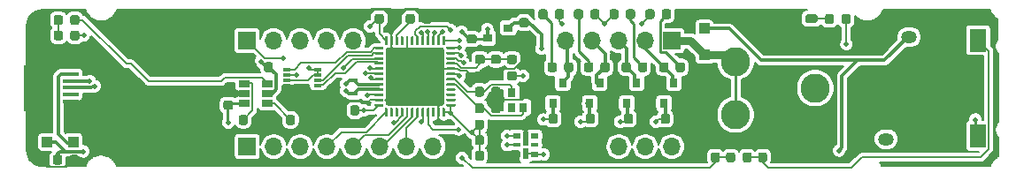
<source format=gtl>
G04 #@! TF.GenerationSoftware,KiCad,Pcbnew,(5.1.6-0-10_14)*
G04 #@! TF.CreationDate,2020-07-04T12:52:55-07:00*
G04 #@! TF.ProjectId,18650,31383635-302e-46b6-9963-61645f706362,rev?*
G04 #@! TF.SameCoordinates,Original*
G04 #@! TF.FileFunction,Copper,L1,Top*
G04 #@! TF.FilePolarity,Positive*
%FSLAX46Y46*%
G04 Gerber Fmt 4.6, Leading zero omitted, Abs format (unit mm)*
G04 Created by KiCad (PCBNEW (5.1.6-0-10_14)) date 2020-07-04 12:52:55*
%MOMM*%
%LPD*%
G01*
G04 APERTURE LIST*
G04 #@! TA.AperFunction,ComponentPad*
%ADD10O,1.524000X1.200000*%
G04 #@! TD*
G04 #@! TA.AperFunction,SMDPad,CuDef*
%ADD11R,0.500000X1.480000*%
G04 #@! TD*
G04 #@! TA.AperFunction,SMDPad,CuDef*
%ADD12R,0.500000X1.000000*%
G04 #@! TD*
G04 #@! TA.AperFunction,SMDPad,CuDef*
%ADD13R,0.800000X0.500000*%
G04 #@! TD*
G04 #@! TA.AperFunction,SMDPad,CuDef*
%ADD14R,0.800000X0.300000*%
G04 #@! TD*
G04 #@! TA.AperFunction,SMDPad,CuDef*
%ADD15R,0.750000X0.300000*%
G04 #@! TD*
G04 #@! TA.AperFunction,ComponentPad*
%ADD16C,2.800000*%
G04 #@! TD*
G04 #@! TA.AperFunction,SMDPad,CuDef*
%ADD17R,1.000000X1.000000*%
G04 #@! TD*
G04 #@! TA.AperFunction,ComponentPad*
%ADD18O,1.700000X1.700000*%
G04 #@! TD*
G04 #@! TA.AperFunction,ComponentPad*
%ADD19R,1.700000X1.700000*%
G04 #@! TD*
G04 #@! TA.AperFunction,SMDPad,CuDef*
%ADD20R,0.800000X0.900000*%
G04 #@! TD*
G04 #@! TA.AperFunction,SMDPad,CuDef*
%ADD21R,1.060000X0.650000*%
G04 #@! TD*
G04 #@! TA.AperFunction,SMDPad,CuDef*
%ADD22R,0.700000X0.450000*%
G04 #@! TD*
G04 #@! TA.AperFunction,SMDPad,CuDef*
%ADD23R,0.900000X0.800000*%
G04 #@! TD*
G04 #@! TA.AperFunction,SMDPad,CuDef*
%ADD24R,2.500000X4.400000*%
G04 #@! TD*
G04 #@! TA.AperFunction,ComponentPad*
%ADD25O,1.700000X1.350000*%
G04 #@! TD*
G04 #@! TA.AperFunction,ComponentPad*
%ADD26O,1.500000X1.100000*%
G04 #@! TD*
G04 #@! TA.AperFunction,SMDPad,CuDef*
%ADD27R,1.650000X0.400000*%
G04 #@! TD*
G04 #@! TA.AperFunction,SMDPad,CuDef*
%ADD28R,1.500000X2.000000*%
G04 #@! TD*
G04 #@! TA.AperFunction,SMDPad,CuDef*
%ADD29R,1.600000X2.180000*%
G04 #@! TD*
G04 #@! TA.AperFunction,ViaPad*
%ADD30C,0.508000*%
G04 #@! TD*
G04 #@! TA.AperFunction,Conductor*
%ADD31C,0.152400*%
G04 #@! TD*
G04 #@! TA.AperFunction,Conductor*
%ADD32C,0.254000*%
G04 #@! TD*
G04 #@! TA.AperFunction,Conductor*
%ADD33C,0.310000*%
G04 #@! TD*
G04 #@! TA.AperFunction,Conductor*
%ADD34C,0.762000*%
G04 #@! TD*
G04 #@! TA.AperFunction,Conductor*
%ADD35C,0.309880*%
G04 #@! TD*
G04 APERTURE END LIST*
G04 #@! TA.AperFunction,SMDPad,CuDef*
G36*
G01*
X98605000Y-101957500D02*
X98605000Y-102707500D01*
G75*
G02*
X98542500Y-102770000I-62500J0D01*
G01*
X98417500Y-102770000D01*
G75*
G02*
X98355000Y-102707500I0J62500D01*
G01*
X98355000Y-101957500D01*
G75*
G02*
X98417500Y-101895000I62500J0D01*
G01*
X98542500Y-101895000D01*
G75*
G02*
X98605000Y-101957500I0J-62500D01*
G01*
G37*
G04 #@! TD.AperFunction*
G04 #@! TA.AperFunction,SMDPad,CuDef*
G36*
G01*
X98105000Y-101957500D02*
X98105000Y-102707500D01*
G75*
G02*
X98042500Y-102770000I-62500J0D01*
G01*
X97917500Y-102770000D01*
G75*
G02*
X97855000Y-102707500I0J62500D01*
G01*
X97855000Y-101957500D01*
G75*
G02*
X97917500Y-101895000I62500J0D01*
G01*
X98042500Y-101895000D01*
G75*
G02*
X98105000Y-101957500I0J-62500D01*
G01*
G37*
G04 #@! TD.AperFunction*
G04 #@! TA.AperFunction,SMDPad,CuDef*
G36*
G01*
X97605000Y-101957500D02*
X97605000Y-102707500D01*
G75*
G02*
X97542500Y-102770000I-62500J0D01*
G01*
X97417500Y-102770000D01*
G75*
G02*
X97355000Y-102707500I0J62500D01*
G01*
X97355000Y-101957500D01*
G75*
G02*
X97417500Y-101895000I62500J0D01*
G01*
X97542500Y-101895000D01*
G75*
G02*
X97605000Y-101957500I0J-62500D01*
G01*
G37*
G04 #@! TD.AperFunction*
G04 #@! TA.AperFunction,SMDPad,CuDef*
G36*
G01*
X97105000Y-101957500D02*
X97105000Y-102707500D01*
G75*
G02*
X97042500Y-102770000I-62500J0D01*
G01*
X96917500Y-102770000D01*
G75*
G02*
X96855000Y-102707500I0J62500D01*
G01*
X96855000Y-101957500D01*
G75*
G02*
X96917500Y-101895000I62500J0D01*
G01*
X97042500Y-101895000D01*
G75*
G02*
X97105000Y-101957500I0J-62500D01*
G01*
G37*
G04 #@! TD.AperFunction*
G04 #@! TA.AperFunction,SMDPad,CuDef*
G36*
G01*
X96605000Y-101957500D02*
X96605000Y-102707500D01*
G75*
G02*
X96542500Y-102770000I-62500J0D01*
G01*
X96417500Y-102770000D01*
G75*
G02*
X96355000Y-102707500I0J62500D01*
G01*
X96355000Y-101957500D01*
G75*
G02*
X96417500Y-101895000I62500J0D01*
G01*
X96542500Y-101895000D01*
G75*
G02*
X96605000Y-101957500I0J-62500D01*
G01*
G37*
G04 #@! TD.AperFunction*
G04 #@! TA.AperFunction,SMDPad,CuDef*
G36*
G01*
X96105000Y-101957500D02*
X96105000Y-102707500D01*
G75*
G02*
X96042500Y-102770000I-62500J0D01*
G01*
X95917500Y-102770000D01*
G75*
G02*
X95855000Y-102707500I0J62500D01*
G01*
X95855000Y-101957500D01*
G75*
G02*
X95917500Y-101895000I62500J0D01*
G01*
X96042500Y-101895000D01*
G75*
G02*
X96105000Y-101957500I0J-62500D01*
G01*
G37*
G04 #@! TD.AperFunction*
G04 #@! TA.AperFunction,SMDPad,CuDef*
G36*
G01*
X95605000Y-101957500D02*
X95605000Y-102707500D01*
G75*
G02*
X95542500Y-102770000I-62500J0D01*
G01*
X95417500Y-102770000D01*
G75*
G02*
X95355000Y-102707500I0J62500D01*
G01*
X95355000Y-101957500D01*
G75*
G02*
X95417500Y-101895000I62500J0D01*
G01*
X95542500Y-101895000D01*
G75*
G02*
X95605000Y-101957500I0J-62500D01*
G01*
G37*
G04 #@! TD.AperFunction*
G04 #@! TA.AperFunction,SMDPad,CuDef*
G36*
G01*
X95105000Y-101957500D02*
X95105000Y-102707500D01*
G75*
G02*
X95042500Y-102770000I-62500J0D01*
G01*
X94917500Y-102770000D01*
G75*
G02*
X94855000Y-102707500I0J62500D01*
G01*
X94855000Y-101957500D01*
G75*
G02*
X94917500Y-101895000I62500J0D01*
G01*
X95042500Y-101895000D01*
G75*
G02*
X95105000Y-101957500I0J-62500D01*
G01*
G37*
G04 #@! TD.AperFunction*
G04 #@! TA.AperFunction,SMDPad,CuDef*
G36*
G01*
X94605000Y-101957500D02*
X94605000Y-102707500D01*
G75*
G02*
X94542500Y-102770000I-62500J0D01*
G01*
X94417500Y-102770000D01*
G75*
G02*
X94355000Y-102707500I0J62500D01*
G01*
X94355000Y-101957500D01*
G75*
G02*
X94417500Y-101895000I62500J0D01*
G01*
X94542500Y-101895000D01*
G75*
G02*
X94605000Y-101957500I0J-62500D01*
G01*
G37*
G04 #@! TD.AperFunction*
G04 #@! TA.AperFunction,SMDPad,CuDef*
G36*
G01*
X94105000Y-101957500D02*
X94105000Y-102707500D01*
G75*
G02*
X94042500Y-102770000I-62500J0D01*
G01*
X93917500Y-102770000D01*
G75*
G02*
X93855000Y-102707500I0J62500D01*
G01*
X93855000Y-101957500D01*
G75*
G02*
X93917500Y-101895000I62500J0D01*
G01*
X94042500Y-101895000D01*
G75*
G02*
X94105000Y-101957500I0J-62500D01*
G01*
G37*
G04 #@! TD.AperFunction*
G04 #@! TA.AperFunction,SMDPad,CuDef*
G36*
G01*
X93605000Y-101957500D02*
X93605000Y-102707500D01*
G75*
G02*
X93542500Y-102770000I-62500J0D01*
G01*
X93417500Y-102770000D01*
G75*
G02*
X93355000Y-102707500I0J62500D01*
G01*
X93355000Y-101957500D01*
G75*
G02*
X93417500Y-101895000I62500J0D01*
G01*
X93542500Y-101895000D01*
G75*
G02*
X93605000Y-101957500I0J-62500D01*
G01*
G37*
G04 #@! TD.AperFunction*
G04 #@! TA.AperFunction,SMDPad,CuDef*
G36*
G01*
X93105000Y-101957500D02*
X93105000Y-102707500D01*
G75*
G02*
X93042500Y-102770000I-62500J0D01*
G01*
X92917500Y-102770000D01*
G75*
G02*
X92855000Y-102707500I0J62500D01*
G01*
X92855000Y-101957500D01*
G75*
G02*
X92917500Y-101895000I62500J0D01*
G01*
X93042500Y-101895000D01*
G75*
G02*
X93105000Y-101957500I0J-62500D01*
G01*
G37*
G04 #@! TD.AperFunction*
G04 #@! TA.AperFunction,SMDPad,CuDef*
G36*
G01*
X92730000Y-101582500D02*
X92730000Y-101707500D01*
G75*
G02*
X92667500Y-101770000I-62500J0D01*
G01*
X91917500Y-101770000D01*
G75*
G02*
X91855000Y-101707500I0J62500D01*
G01*
X91855000Y-101582500D01*
G75*
G02*
X91917500Y-101520000I62500J0D01*
G01*
X92667500Y-101520000D01*
G75*
G02*
X92730000Y-101582500I0J-62500D01*
G01*
G37*
G04 #@! TD.AperFunction*
G04 #@! TA.AperFunction,SMDPad,CuDef*
G36*
G01*
X92730000Y-101082500D02*
X92730000Y-101207500D01*
G75*
G02*
X92667500Y-101270000I-62500J0D01*
G01*
X91917500Y-101270000D01*
G75*
G02*
X91855000Y-101207500I0J62500D01*
G01*
X91855000Y-101082500D01*
G75*
G02*
X91917500Y-101020000I62500J0D01*
G01*
X92667500Y-101020000D01*
G75*
G02*
X92730000Y-101082500I0J-62500D01*
G01*
G37*
G04 #@! TD.AperFunction*
G04 #@! TA.AperFunction,SMDPad,CuDef*
G36*
G01*
X92730000Y-100582500D02*
X92730000Y-100707500D01*
G75*
G02*
X92667500Y-100770000I-62500J0D01*
G01*
X91917500Y-100770000D01*
G75*
G02*
X91855000Y-100707500I0J62500D01*
G01*
X91855000Y-100582500D01*
G75*
G02*
X91917500Y-100520000I62500J0D01*
G01*
X92667500Y-100520000D01*
G75*
G02*
X92730000Y-100582500I0J-62500D01*
G01*
G37*
G04 #@! TD.AperFunction*
G04 #@! TA.AperFunction,SMDPad,CuDef*
G36*
G01*
X92730000Y-100082500D02*
X92730000Y-100207500D01*
G75*
G02*
X92667500Y-100270000I-62500J0D01*
G01*
X91917500Y-100270000D01*
G75*
G02*
X91855000Y-100207500I0J62500D01*
G01*
X91855000Y-100082500D01*
G75*
G02*
X91917500Y-100020000I62500J0D01*
G01*
X92667500Y-100020000D01*
G75*
G02*
X92730000Y-100082500I0J-62500D01*
G01*
G37*
G04 #@! TD.AperFunction*
G04 #@! TA.AperFunction,SMDPad,CuDef*
G36*
G01*
X92730000Y-99582500D02*
X92730000Y-99707500D01*
G75*
G02*
X92667500Y-99770000I-62500J0D01*
G01*
X91917500Y-99770000D01*
G75*
G02*
X91855000Y-99707500I0J62500D01*
G01*
X91855000Y-99582500D01*
G75*
G02*
X91917500Y-99520000I62500J0D01*
G01*
X92667500Y-99520000D01*
G75*
G02*
X92730000Y-99582500I0J-62500D01*
G01*
G37*
G04 #@! TD.AperFunction*
G04 #@! TA.AperFunction,SMDPad,CuDef*
G36*
G01*
X92730000Y-99082500D02*
X92730000Y-99207500D01*
G75*
G02*
X92667500Y-99270000I-62500J0D01*
G01*
X91917500Y-99270000D01*
G75*
G02*
X91855000Y-99207500I0J62500D01*
G01*
X91855000Y-99082500D01*
G75*
G02*
X91917500Y-99020000I62500J0D01*
G01*
X92667500Y-99020000D01*
G75*
G02*
X92730000Y-99082500I0J-62500D01*
G01*
G37*
G04 #@! TD.AperFunction*
G04 #@! TA.AperFunction,SMDPad,CuDef*
G36*
G01*
X92730000Y-98582500D02*
X92730000Y-98707500D01*
G75*
G02*
X92667500Y-98770000I-62500J0D01*
G01*
X91917500Y-98770000D01*
G75*
G02*
X91855000Y-98707500I0J62500D01*
G01*
X91855000Y-98582500D01*
G75*
G02*
X91917500Y-98520000I62500J0D01*
G01*
X92667500Y-98520000D01*
G75*
G02*
X92730000Y-98582500I0J-62500D01*
G01*
G37*
G04 #@! TD.AperFunction*
G04 #@! TA.AperFunction,SMDPad,CuDef*
G36*
G01*
X92730000Y-98082500D02*
X92730000Y-98207500D01*
G75*
G02*
X92667500Y-98270000I-62500J0D01*
G01*
X91917500Y-98270000D01*
G75*
G02*
X91855000Y-98207500I0J62500D01*
G01*
X91855000Y-98082500D01*
G75*
G02*
X91917500Y-98020000I62500J0D01*
G01*
X92667500Y-98020000D01*
G75*
G02*
X92730000Y-98082500I0J-62500D01*
G01*
G37*
G04 #@! TD.AperFunction*
G04 #@! TA.AperFunction,SMDPad,CuDef*
G36*
G01*
X92730000Y-97582500D02*
X92730000Y-97707500D01*
G75*
G02*
X92667500Y-97770000I-62500J0D01*
G01*
X91917500Y-97770000D01*
G75*
G02*
X91855000Y-97707500I0J62500D01*
G01*
X91855000Y-97582500D01*
G75*
G02*
X91917500Y-97520000I62500J0D01*
G01*
X92667500Y-97520000D01*
G75*
G02*
X92730000Y-97582500I0J-62500D01*
G01*
G37*
G04 #@! TD.AperFunction*
G04 #@! TA.AperFunction,SMDPad,CuDef*
G36*
G01*
X92730000Y-97082500D02*
X92730000Y-97207500D01*
G75*
G02*
X92667500Y-97270000I-62500J0D01*
G01*
X91917500Y-97270000D01*
G75*
G02*
X91855000Y-97207500I0J62500D01*
G01*
X91855000Y-97082500D01*
G75*
G02*
X91917500Y-97020000I62500J0D01*
G01*
X92667500Y-97020000D01*
G75*
G02*
X92730000Y-97082500I0J-62500D01*
G01*
G37*
G04 #@! TD.AperFunction*
G04 #@! TA.AperFunction,SMDPad,CuDef*
G36*
G01*
X92730000Y-96582500D02*
X92730000Y-96707500D01*
G75*
G02*
X92667500Y-96770000I-62500J0D01*
G01*
X91917500Y-96770000D01*
G75*
G02*
X91855000Y-96707500I0J62500D01*
G01*
X91855000Y-96582500D01*
G75*
G02*
X91917500Y-96520000I62500J0D01*
G01*
X92667500Y-96520000D01*
G75*
G02*
X92730000Y-96582500I0J-62500D01*
G01*
G37*
G04 #@! TD.AperFunction*
G04 #@! TA.AperFunction,SMDPad,CuDef*
G36*
G01*
X92730000Y-96082500D02*
X92730000Y-96207500D01*
G75*
G02*
X92667500Y-96270000I-62500J0D01*
G01*
X91917500Y-96270000D01*
G75*
G02*
X91855000Y-96207500I0J62500D01*
G01*
X91855000Y-96082500D01*
G75*
G02*
X91917500Y-96020000I62500J0D01*
G01*
X92667500Y-96020000D01*
G75*
G02*
X92730000Y-96082500I0J-62500D01*
G01*
G37*
G04 #@! TD.AperFunction*
G04 #@! TA.AperFunction,SMDPad,CuDef*
G36*
G01*
X93105000Y-95082500D02*
X93105000Y-95832500D01*
G75*
G02*
X93042500Y-95895000I-62500J0D01*
G01*
X92917500Y-95895000D01*
G75*
G02*
X92855000Y-95832500I0J62500D01*
G01*
X92855000Y-95082500D01*
G75*
G02*
X92917500Y-95020000I62500J0D01*
G01*
X93042500Y-95020000D01*
G75*
G02*
X93105000Y-95082500I0J-62500D01*
G01*
G37*
G04 #@! TD.AperFunction*
G04 #@! TA.AperFunction,SMDPad,CuDef*
G36*
G01*
X93605000Y-95082500D02*
X93605000Y-95832500D01*
G75*
G02*
X93542500Y-95895000I-62500J0D01*
G01*
X93417500Y-95895000D01*
G75*
G02*
X93355000Y-95832500I0J62500D01*
G01*
X93355000Y-95082500D01*
G75*
G02*
X93417500Y-95020000I62500J0D01*
G01*
X93542500Y-95020000D01*
G75*
G02*
X93605000Y-95082500I0J-62500D01*
G01*
G37*
G04 #@! TD.AperFunction*
G04 #@! TA.AperFunction,SMDPad,CuDef*
G36*
G01*
X94105000Y-95082500D02*
X94105000Y-95832500D01*
G75*
G02*
X94042500Y-95895000I-62500J0D01*
G01*
X93917500Y-95895000D01*
G75*
G02*
X93855000Y-95832500I0J62500D01*
G01*
X93855000Y-95082500D01*
G75*
G02*
X93917500Y-95020000I62500J0D01*
G01*
X94042500Y-95020000D01*
G75*
G02*
X94105000Y-95082500I0J-62500D01*
G01*
G37*
G04 #@! TD.AperFunction*
G04 #@! TA.AperFunction,SMDPad,CuDef*
G36*
G01*
X94605000Y-95082500D02*
X94605000Y-95832500D01*
G75*
G02*
X94542500Y-95895000I-62500J0D01*
G01*
X94417500Y-95895000D01*
G75*
G02*
X94355000Y-95832500I0J62500D01*
G01*
X94355000Y-95082500D01*
G75*
G02*
X94417500Y-95020000I62500J0D01*
G01*
X94542500Y-95020000D01*
G75*
G02*
X94605000Y-95082500I0J-62500D01*
G01*
G37*
G04 #@! TD.AperFunction*
G04 #@! TA.AperFunction,SMDPad,CuDef*
G36*
G01*
X95105000Y-95082500D02*
X95105000Y-95832500D01*
G75*
G02*
X95042500Y-95895000I-62500J0D01*
G01*
X94917500Y-95895000D01*
G75*
G02*
X94855000Y-95832500I0J62500D01*
G01*
X94855000Y-95082500D01*
G75*
G02*
X94917500Y-95020000I62500J0D01*
G01*
X95042500Y-95020000D01*
G75*
G02*
X95105000Y-95082500I0J-62500D01*
G01*
G37*
G04 #@! TD.AperFunction*
G04 #@! TA.AperFunction,SMDPad,CuDef*
G36*
G01*
X95605000Y-95082500D02*
X95605000Y-95832500D01*
G75*
G02*
X95542500Y-95895000I-62500J0D01*
G01*
X95417500Y-95895000D01*
G75*
G02*
X95355000Y-95832500I0J62500D01*
G01*
X95355000Y-95082500D01*
G75*
G02*
X95417500Y-95020000I62500J0D01*
G01*
X95542500Y-95020000D01*
G75*
G02*
X95605000Y-95082500I0J-62500D01*
G01*
G37*
G04 #@! TD.AperFunction*
G04 #@! TA.AperFunction,SMDPad,CuDef*
G36*
G01*
X96105000Y-95082500D02*
X96105000Y-95832500D01*
G75*
G02*
X96042500Y-95895000I-62500J0D01*
G01*
X95917500Y-95895000D01*
G75*
G02*
X95855000Y-95832500I0J62500D01*
G01*
X95855000Y-95082500D01*
G75*
G02*
X95917500Y-95020000I62500J0D01*
G01*
X96042500Y-95020000D01*
G75*
G02*
X96105000Y-95082500I0J-62500D01*
G01*
G37*
G04 #@! TD.AperFunction*
G04 #@! TA.AperFunction,SMDPad,CuDef*
G36*
G01*
X96605000Y-95082500D02*
X96605000Y-95832500D01*
G75*
G02*
X96542500Y-95895000I-62500J0D01*
G01*
X96417500Y-95895000D01*
G75*
G02*
X96355000Y-95832500I0J62500D01*
G01*
X96355000Y-95082500D01*
G75*
G02*
X96417500Y-95020000I62500J0D01*
G01*
X96542500Y-95020000D01*
G75*
G02*
X96605000Y-95082500I0J-62500D01*
G01*
G37*
G04 #@! TD.AperFunction*
G04 #@! TA.AperFunction,SMDPad,CuDef*
G36*
G01*
X97105000Y-95082500D02*
X97105000Y-95832500D01*
G75*
G02*
X97042500Y-95895000I-62500J0D01*
G01*
X96917500Y-95895000D01*
G75*
G02*
X96855000Y-95832500I0J62500D01*
G01*
X96855000Y-95082500D01*
G75*
G02*
X96917500Y-95020000I62500J0D01*
G01*
X97042500Y-95020000D01*
G75*
G02*
X97105000Y-95082500I0J-62500D01*
G01*
G37*
G04 #@! TD.AperFunction*
G04 #@! TA.AperFunction,SMDPad,CuDef*
G36*
G01*
X97605000Y-95082500D02*
X97605000Y-95832500D01*
G75*
G02*
X97542500Y-95895000I-62500J0D01*
G01*
X97417500Y-95895000D01*
G75*
G02*
X97355000Y-95832500I0J62500D01*
G01*
X97355000Y-95082500D01*
G75*
G02*
X97417500Y-95020000I62500J0D01*
G01*
X97542500Y-95020000D01*
G75*
G02*
X97605000Y-95082500I0J-62500D01*
G01*
G37*
G04 #@! TD.AperFunction*
G04 #@! TA.AperFunction,SMDPad,CuDef*
G36*
G01*
X98105000Y-95082500D02*
X98105000Y-95832500D01*
G75*
G02*
X98042500Y-95895000I-62500J0D01*
G01*
X97917500Y-95895000D01*
G75*
G02*
X97855000Y-95832500I0J62500D01*
G01*
X97855000Y-95082500D01*
G75*
G02*
X97917500Y-95020000I62500J0D01*
G01*
X98042500Y-95020000D01*
G75*
G02*
X98105000Y-95082500I0J-62500D01*
G01*
G37*
G04 #@! TD.AperFunction*
G04 #@! TA.AperFunction,SMDPad,CuDef*
G36*
G01*
X98605000Y-95082500D02*
X98605000Y-95832500D01*
G75*
G02*
X98542500Y-95895000I-62500J0D01*
G01*
X98417500Y-95895000D01*
G75*
G02*
X98355000Y-95832500I0J62500D01*
G01*
X98355000Y-95082500D01*
G75*
G02*
X98417500Y-95020000I62500J0D01*
G01*
X98542500Y-95020000D01*
G75*
G02*
X98605000Y-95082500I0J-62500D01*
G01*
G37*
G04 #@! TD.AperFunction*
G04 #@! TA.AperFunction,SMDPad,CuDef*
G36*
G01*
X99605000Y-96082500D02*
X99605000Y-96207500D01*
G75*
G02*
X99542500Y-96270000I-62500J0D01*
G01*
X98792500Y-96270000D01*
G75*
G02*
X98730000Y-96207500I0J62500D01*
G01*
X98730000Y-96082500D01*
G75*
G02*
X98792500Y-96020000I62500J0D01*
G01*
X99542500Y-96020000D01*
G75*
G02*
X99605000Y-96082500I0J-62500D01*
G01*
G37*
G04 #@! TD.AperFunction*
G04 #@! TA.AperFunction,SMDPad,CuDef*
G36*
G01*
X99605000Y-96582500D02*
X99605000Y-96707500D01*
G75*
G02*
X99542500Y-96770000I-62500J0D01*
G01*
X98792500Y-96770000D01*
G75*
G02*
X98730000Y-96707500I0J62500D01*
G01*
X98730000Y-96582500D01*
G75*
G02*
X98792500Y-96520000I62500J0D01*
G01*
X99542500Y-96520000D01*
G75*
G02*
X99605000Y-96582500I0J-62500D01*
G01*
G37*
G04 #@! TD.AperFunction*
G04 #@! TA.AperFunction,SMDPad,CuDef*
G36*
G01*
X99605000Y-97082500D02*
X99605000Y-97207500D01*
G75*
G02*
X99542500Y-97270000I-62500J0D01*
G01*
X98792500Y-97270000D01*
G75*
G02*
X98730000Y-97207500I0J62500D01*
G01*
X98730000Y-97082500D01*
G75*
G02*
X98792500Y-97020000I62500J0D01*
G01*
X99542500Y-97020000D01*
G75*
G02*
X99605000Y-97082500I0J-62500D01*
G01*
G37*
G04 #@! TD.AperFunction*
G04 #@! TA.AperFunction,SMDPad,CuDef*
G36*
G01*
X99605000Y-97582500D02*
X99605000Y-97707500D01*
G75*
G02*
X99542500Y-97770000I-62500J0D01*
G01*
X98792500Y-97770000D01*
G75*
G02*
X98730000Y-97707500I0J62500D01*
G01*
X98730000Y-97582500D01*
G75*
G02*
X98792500Y-97520000I62500J0D01*
G01*
X99542500Y-97520000D01*
G75*
G02*
X99605000Y-97582500I0J-62500D01*
G01*
G37*
G04 #@! TD.AperFunction*
G04 #@! TA.AperFunction,SMDPad,CuDef*
G36*
G01*
X99605000Y-98082500D02*
X99605000Y-98207500D01*
G75*
G02*
X99542500Y-98270000I-62500J0D01*
G01*
X98792500Y-98270000D01*
G75*
G02*
X98730000Y-98207500I0J62500D01*
G01*
X98730000Y-98082500D01*
G75*
G02*
X98792500Y-98020000I62500J0D01*
G01*
X99542500Y-98020000D01*
G75*
G02*
X99605000Y-98082500I0J-62500D01*
G01*
G37*
G04 #@! TD.AperFunction*
G04 #@! TA.AperFunction,SMDPad,CuDef*
G36*
G01*
X99605000Y-98582500D02*
X99605000Y-98707500D01*
G75*
G02*
X99542500Y-98770000I-62500J0D01*
G01*
X98792500Y-98770000D01*
G75*
G02*
X98730000Y-98707500I0J62500D01*
G01*
X98730000Y-98582500D01*
G75*
G02*
X98792500Y-98520000I62500J0D01*
G01*
X99542500Y-98520000D01*
G75*
G02*
X99605000Y-98582500I0J-62500D01*
G01*
G37*
G04 #@! TD.AperFunction*
G04 #@! TA.AperFunction,SMDPad,CuDef*
G36*
G01*
X99605000Y-99082500D02*
X99605000Y-99207500D01*
G75*
G02*
X99542500Y-99270000I-62500J0D01*
G01*
X98792500Y-99270000D01*
G75*
G02*
X98730000Y-99207500I0J62500D01*
G01*
X98730000Y-99082500D01*
G75*
G02*
X98792500Y-99020000I62500J0D01*
G01*
X99542500Y-99020000D01*
G75*
G02*
X99605000Y-99082500I0J-62500D01*
G01*
G37*
G04 #@! TD.AperFunction*
G04 #@! TA.AperFunction,SMDPad,CuDef*
G36*
G01*
X99605000Y-99582500D02*
X99605000Y-99707500D01*
G75*
G02*
X99542500Y-99770000I-62500J0D01*
G01*
X98792500Y-99770000D01*
G75*
G02*
X98730000Y-99707500I0J62500D01*
G01*
X98730000Y-99582500D01*
G75*
G02*
X98792500Y-99520000I62500J0D01*
G01*
X99542500Y-99520000D01*
G75*
G02*
X99605000Y-99582500I0J-62500D01*
G01*
G37*
G04 #@! TD.AperFunction*
G04 #@! TA.AperFunction,SMDPad,CuDef*
G36*
G01*
X99605000Y-100082500D02*
X99605000Y-100207500D01*
G75*
G02*
X99542500Y-100270000I-62500J0D01*
G01*
X98792500Y-100270000D01*
G75*
G02*
X98730000Y-100207500I0J62500D01*
G01*
X98730000Y-100082500D01*
G75*
G02*
X98792500Y-100020000I62500J0D01*
G01*
X99542500Y-100020000D01*
G75*
G02*
X99605000Y-100082500I0J-62500D01*
G01*
G37*
G04 #@! TD.AperFunction*
G04 #@! TA.AperFunction,SMDPad,CuDef*
G36*
G01*
X99605000Y-100582500D02*
X99605000Y-100707500D01*
G75*
G02*
X99542500Y-100770000I-62500J0D01*
G01*
X98792500Y-100770000D01*
G75*
G02*
X98730000Y-100707500I0J62500D01*
G01*
X98730000Y-100582500D01*
G75*
G02*
X98792500Y-100520000I62500J0D01*
G01*
X99542500Y-100520000D01*
G75*
G02*
X99605000Y-100582500I0J-62500D01*
G01*
G37*
G04 #@! TD.AperFunction*
G04 #@! TA.AperFunction,SMDPad,CuDef*
G36*
G01*
X99605000Y-101082500D02*
X99605000Y-101207500D01*
G75*
G02*
X99542500Y-101270000I-62500J0D01*
G01*
X98792500Y-101270000D01*
G75*
G02*
X98730000Y-101207500I0J62500D01*
G01*
X98730000Y-101082500D01*
G75*
G02*
X98792500Y-101020000I62500J0D01*
G01*
X99542500Y-101020000D01*
G75*
G02*
X99605000Y-101082500I0J-62500D01*
G01*
G37*
G04 #@! TD.AperFunction*
G04 #@! TA.AperFunction,SMDPad,CuDef*
G36*
G01*
X99605000Y-101582500D02*
X99605000Y-101707500D01*
G75*
G02*
X99542500Y-101770000I-62500J0D01*
G01*
X98792500Y-101770000D01*
G75*
G02*
X98730000Y-101707500I0J62500D01*
G01*
X98730000Y-101582500D01*
G75*
G02*
X98792500Y-101520000I62500J0D01*
G01*
X99542500Y-101520000D01*
G75*
G02*
X99605000Y-101582500I0J-62500D01*
G01*
G37*
G04 #@! TD.AperFunction*
G04 #@! TA.AperFunction,SMDPad,CuDef*
G36*
G01*
X98530000Y-96345000D02*
X98530000Y-101445000D01*
G75*
G02*
X98280000Y-101695000I-250000J0D01*
G01*
X93180000Y-101695000D01*
G75*
G02*
X92930000Y-101445000I0J250000D01*
G01*
X92930000Y-96345000D01*
G75*
G02*
X93180000Y-96095000I250000J0D01*
G01*
X98280000Y-96095000D01*
G75*
G02*
X98530000Y-96345000I0J-250000D01*
G01*
G37*
G04 #@! TD.AperFunction*
D10*
X140800000Y-104900000D03*
X143000000Y-95100000D03*
D11*
X106300000Y-104885000D03*
D12*
X106300000Y-106305000D03*
D13*
X105450000Y-106375000D03*
X105450000Y-104575000D03*
D14*
X105450000Y-105475000D03*
D13*
X107150000Y-104575000D03*
D14*
X107150000Y-105475000D03*
D13*
X107150000Y-106375000D03*
D15*
X86400000Y-98225000D03*
X86400000Y-98725000D03*
X86400000Y-99225000D03*
X86400000Y-99725000D03*
X83500000Y-99725000D03*
X83500000Y-99225000D03*
X83500000Y-98725000D03*
X83500000Y-98225000D03*
D16*
X75200000Y-97460000D03*
X75200000Y-102540000D03*
X126400000Y-97460000D03*
X126400000Y-102540000D03*
X134020000Y-100000000D03*
X67580000Y-100000000D03*
D17*
X123425000Y-94300000D03*
X123425000Y-96800000D03*
D18*
X120300000Y-105610000D03*
X117760000Y-105610000D03*
X115220000Y-105610000D03*
X112680000Y-105610000D03*
D19*
X110140000Y-105610000D03*
D20*
X104990000Y-101845000D03*
X104990000Y-100445000D03*
X106090000Y-100445000D03*
X106090000Y-101845000D03*
G04 #@! TA.AperFunction,SMDPad,CuDef*
G36*
G01*
X80430000Y-103321250D02*
X80430000Y-102808750D01*
G75*
G02*
X80648750Y-102590000I218750J0D01*
G01*
X81086250Y-102590000D01*
G75*
G02*
X81305000Y-102808750I0J-218750D01*
G01*
X81305000Y-103321250D01*
G75*
G02*
X81086250Y-103540000I-218750J0D01*
G01*
X80648750Y-103540000D01*
G75*
G02*
X80430000Y-103321250I0J218750D01*
G01*
G37*
G04 #@! TD.AperFunction*
G04 #@! TA.AperFunction,SMDPad,CuDef*
G36*
G01*
X78855000Y-103321250D02*
X78855000Y-102808750D01*
G75*
G02*
X79073750Y-102590000I218750J0D01*
G01*
X79511250Y-102590000D01*
G75*
G02*
X79730000Y-102808750I0J-218750D01*
G01*
X79730000Y-103321250D01*
G75*
G02*
X79511250Y-103540000I-218750J0D01*
G01*
X79073750Y-103540000D01*
G75*
G02*
X78855000Y-103321250I0J218750D01*
G01*
G37*
G04 #@! TD.AperFunction*
G04 #@! TA.AperFunction,SMDPad,CuDef*
G36*
G01*
X88830000Y-101878750D02*
X88830000Y-102391250D01*
G75*
G02*
X88611250Y-102610000I-218750J0D01*
G01*
X88173750Y-102610000D01*
G75*
G02*
X87955000Y-102391250I0J218750D01*
G01*
X87955000Y-101878750D01*
G75*
G02*
X88173750Y-101660000I218750J0D01*
G01*
X88611250Y-101660000D01*
G75*
G02*
X88830000Y-101878750I0J-218750D01*
G01*
G37*
G04 #@! TD.AperFunction*
G04 #@! TA.AperFunction,SMDPad,CuDef*
G36*
G01*
X90405000Y-101878750D02*
X90405000Y-102391250D01*
G75*
G02*
X90186250Y-102610000I-218750J0D01*
G01*
X89748750Y-102610000D01*
G75*
G02*
X89530000Y-102391250I0J218750D01*
G01*
X89530000Y-101878750D01*
G75*
G02*
X89748750Y-101660000I218750J0D01*
G01*
X90186250Y-101660000D01*
G75*
G02*
X90405000Y-101878750I0J-218750D01*
G01*
G37*
G04 #@! TD.AperFunction*
G04 #@! TA.AperFunction,SMDPad,CuDef*
G36*
G01*
X103040000Y-106751250D02*
X103040000Y-106238750D01*
G75*
G02*
X103258750Y-106020000I218750J0D01*
G01*
X103696250Y-106020000D01*
G75*
G02*
X103915000Y-106238750I0J-218750D01*
G01*
X103915000Y-106751250D01*
G75*
G02*
X103696250Y-106970000I-218750J0D01*
G01*
X103258750Y-106970000D01*
G75*
G02*
X103040000Y-106751250I0J218750D01*
G01*
G37*
G04 #@! TD.AperFunction*
G04 #@! TA.AperFunction,SMDPad,CuDef*
G36*
G01*
X101465000Y-106751250D02*
X101465000Y-106238750D01*
G75*
G02*
X101683750Y-106020000I218750J0D01*
G01*
X102121250Y-106020000D01*
G75*
G02*
X102340000Y-106238750I0J-218750D01*
G01*
X102340000Y-106751250D01*
G75*
G02*
X102121250Y-106970000I-218750J0D01*
G01*
X101683750Y-106970000D01*
G75*
G02*
X101465000Y-106751250I0J218750D01*
G01*
G37*
G04 #@! TD.AperFunction*
G04 #@! TA.AperFunction,SMDPad,CuDef*
G36*
G01*
X94835000Y-93611250D02*
X94835000Y-93098750D01*
G75*
G02*
X95053750Y-92880000I218750J0D01*
G01*
X95491250Y-92880000D01*
G75*
G02*
X95710000Y-93098750I0J-218750D01*
G01*
X95710000Y-93611250D01*
G75*
G02*
X95491250Y-93830000I-218750J0D01*
G01*
X95053750Y-93830000D01*
G75*
G02*
X94835000Y-93611250I0J218750D01*
G01*
G37*
G04 #@! TD.AperFunction*
G04 #@! TA.AperFunction,SMDPad,CuDef*
G36*
G01*
X96410000Y-93611250D02*
X96410000Y-93098750D01*
G75*
G02*
X96628750Y-92880000I218750J0D01*
G01*
X97066250Y-92880000D01*
G75*
G02*
X97285000Y-93098750I0J-218750D01*
G01*
X97285000Y-93611250D01*
G75*
G02*
X97066250Y-93830000I-218750J0D01*
G01*
X96628750Y-93830000D01*
G75*
G02*
X96410000Y-93611250I0J218750D01*
G01*
G37*
G04 #@! TD.AperFunction*
D21*
X79405000Y-100525000D03*
X79405000Y-101475000D03*
X79405000Y-99575000D03*
X81605000Y-99575000D03*
X81605000Y-100525000D03*
X81605000Y-101475000D03*
G04 #@! TA.AperFunction,SMDPad,CuDef*
G36*
G01*
X62750000Y-95206250D02*
X62750000Y-94693750D01*
G75*
G02*
X62968750Y-94475000I218750J0D01*
G01*
X63406250Y-94475000D01*
G75*
G02*
X63625000Y-94693750I0J-218750D01*
G01*
X63625000Y-95206250D01*
G75*
G02*
X63406250Y-95425000I-218750J0D01*
G01*
X62968750Y-95425000D01*
G75*
G02*
X62750000Y-95206250I0J218750D01*
G01*
G37*
G04 #@! TD.AperFunction*
G04 #@! TA.AperFunction,SMDPad,CuDef*
G36*
G01*
X61175000Y-95206250D02*
X61175000Y-94693750D01*
G75*
G02*
X61393750Y-94475000I218750J0D01*
G01*
X61831250Y-94475000D01*
G75*
G02*
X62050000Y-94693750I0J-218750D01*
G01*
X62050000Y-95206250D01*
G75*
G02*
X61831250Y-95425000I-218750J0D01*
G01*
X61393750Y-95425000D01*
G75*
G02*
X61175000Y-95206250I0J218750D01*
G01*
G37*
G04 #@! TD.AperFunction*
G04 #@! TA.AperFunction,SMDPad,CuDef*
G36*
G01*
X82690000Y-102808750D02*
X82690000Y-103321250D01*
G75*
G02*
X82471250Y-103540000I-218750J0D01*
G01*
X82033750Y-103540000D01*
G75*
G02*
X81815000Y-103321250I0J218750D01*
G01*
X81815000Y-102808750D01*
G75*
G02*
X82033750Y-102590000I218750J0D01*
G01*
X82471250Y-102590000D01*
G75*
G02*
X82690000Y-102808750I0J-218750D01*
G01*
G37*
G04 #@! TD.AperFunction*
G04 #@! TA.AperFunction,SMDPad,CuDef*
G36*
G01*
X84265000Y-102808750D02*
X84265000Y-103321250D01*
G75*
G02*
X84046250Y-103540000I-218750J0D01*
G01*
X83608750Y-103540000D01*
G75*
G02*
X83390000Y-103321250I0J218750D01*
G01*
X83390000Y-102808750D01*
G75*
G02*
X83608750Y-102590000I218750J0D01*
G01*
X84046250Y-102590000D01*
G75*
G02*
X84265000Y-102808750I0J-218750D01*
G01*
G37*
G04 #@! TD.AperFunction*
G04 #@! TA.AperFunction,SMDPad,CuDef*
G36*
G01*
X62050000Y-93218750D02*
X62050000Y-93731250D01*
G75*
G02*
X61831250Y-93950000I-218750J0D01*
G01*
X61393750Y-93950000D01*
G75*
G02*
X61175000Y-93731250I0J218750D01*
G01*
X61175000Y-93218750D01*
G75*
G02*
X61393750Y-93000000I218750J0D01*
G01*
X61831250Y-93000000D01*
G75*
G02*
X62050000Y-93218750I0J-218750D01*
G01*
G37*
G04 #@! TD.AperFunction*
G04 #@! TA.AperFunction,SMDPad,CuDef*
G36*
G01*
X63625000Y-93218750D02*
X63625000Y-93731250D01*
G75*
G02*
X63406250Y-93950000I-218750J0D01*
G01*
X62968750Y-93950000D01*
G75*
G02*
X62750000Y-93731250I0J218750D01*
G01*
X62750000Y-93218750D01*
G75*
G02*
X62968750Y-93000000I218750J0D01*
G01*
X63406250Y-93000000D01*
G75*
G02*
X63625000Y-93218750I0J-218750D01*
G01*
G37*
G04 #@! TD.AperFunction*
G04 #@! TA.AperFunction,SMDPad,CuDef*
G36*
G01*
X80570000Y-97738750D02*
X80570000Y-98251250D01*
G75*
G02*
X80351250Y-98470000I-218750J0D01*
G01*
X79913750Y-98470000D01*
G75*
G02*
X79695000Y-98251250I0J218750D01*
G01*
X79695000Y-97738750D01*
G75*
G02*
X79913750Y-97520000I218750J0D01*
G01*
X80351250Y-97520000D01*
G75*
G02*
X80570000Y-97738750I0J-218750D01*
G01*
G37*
G04 #@! TD.AperFunction*
G04 #@! TA.AperFunction,SMDPad,CuDef*
G36*
G01*
X82145000Y-97738750D02*
X82145000Y-98251250D01*
G75*
G02*
X81926250Y-98470000I-218750J0D01*
G01*
X81488750Y-98470000D01*
G75*
G02*
X81270000Y-98251250I0J218750D01*
G01*
X81270000Y-97738750D01*
G75*
G02*
X81488750Y-97520000I218750J0D01*
G01*
X81926250Y-97520000D01*
G75*
G02*
X82145000Y-97738750I0J-218750D01*
G01*
G37*
G04 #@! TD.AperFunction*
G04 #@! TA.AperFunction,SMDPad,CuDef*
G36*
G01*
X78116250Y-102075000D02*
X77603750Y-102075000D01*
G75*
G02*
X77385000Y-101856250I0J218750D01*
G01*
X77385000Y-101418750D01*
G75*
G02*
X77603750Y-101200000I218750J0D01*
G01*
X78116250Y-101200000D01*
G75*
G02*
X78335000Y-101418750I0J-218750D01*
G01*
X78335000Y-101856250D01*
G75*
G02*
X78116250Y-102075000I-218750J0D01*
G01*
G37*
G04 #@! TD.AperFunction*
G04 #@! TA.AperFunction,SMDPad,CuDef*
G36*
G01*
X78116250Y-100500000D02*
X77603750Y-100500000D01*
G75*
G02*
X77385000Y-100281250I0J218750D01*
G01*
X77385000Y-99843750D01*
G75*
G02*
X77603750Y-99625000I218750J0D01*
G01*
X78116250Y-99625000D01*
G75*
G02*
X78335000Y-99843750I0J-218750D01*
G01*
X78335000Y-100281250D01*
G75*
G02*
X78116250Y-100500000I-218750J0D01*
G01*
G37*
G04 #@! TD.AperFunction*
D22*
X89940000Y-100545000D03*
X89940000Y-99245000D03*
X87940000Y-99895000D03*
G04 #@! TA.AperFunction,SMDPad,CuDef*
G36*
G01*
X61975000Y-106618750D02*
X61975000Y-107131250D01*
G75*
G02*
X61756250Y-107350000I-218750J0D01*
G01*
X61318750Y-107350000D01*
G75*
G02*
X61100000Y-107131250I0J218750D01*
G01*
X61100000Y-106618750D01*
G75*
G02*
X61318750Y-106400000I218750J0D01*
G01*
X61756250Y-106400000D01*
G75*
G02*
X61975000Y-106618750I0J-218750D01*
G01*
G37*
G04 #@! TD.AperFunction*
G04 #@! TA.AperFunction,SMDPad,CuDef*
G36*
G01*
X63550000Y-106618750D02*
X63550000Y-107131250D01*
G75*
G02*
X63331250Y-107350000I-218750J0D01*
G01*
X62893750Y-107350000D01*
G75*
G02*
X62675000Y-107131250I0J218750D01*
G01*
X62675000Y-106618750D01*
G75*
G02*
X62893750Y-106400000I218750J0D01*
G01*
X63331250Y-106400000D01*
G75*
G02*
X63550000Y-106618750I0J-218750D01*
G01*
G37*
G04 #@! TD.AperFunction*
G04 #@! TA.AperFunction,SMDPad,CuDef*
G36*
G01*
X101416250Y-94155000D02*
X100903750Y-94155000D01*
G75*
G02*
X100685000Y-93936250I0J218750D01*
G01*
X100685000Y-93498750D01*
G75*
G02*
X100903750Y-93280000I218750J0D01*
G01*
X101416250Y-93280000D01*
G75*
G02*
X101635000Y-93498750I0J-218750D01*
G01*
X101635000Y-93936250D01*
G75*
G02*
X101416250Y-94155000I-218750J0D01*
G01*
G37*
G04 #@! TD.AperFunction*
G04 #@! TA.AperFunction,SMDPad,CuDef*
G36*
G01*
X101416250Y-95730000D02*
X100903750Y-95730000D01*
G75*
G02*
X100685000Y-95511250I0J218750D01*
G01*
X100685000Y-95073750D01*
G75*
G02*
X100903750Y-94855000I218750J0D01*
G01*
X101416250Y-94855000D01*
G75*
G02*
X101635000Y-95073750I0J-218750D01*
G01*
X101635000Y-95511250D01*
G75*
G02*
X101416250Y-95730000I-218750J0D01*
G01*
G37*
G04 #@! TD.AperFunction*
G04 #@! TA.AperFunction,SMDPad,CuDef*
G36*
G01*
X105903750Y-94855000D02*
X106416250Y-94855000D01*
G75*
G02*
X106635000Y-95073750I0J-218750D01*
G01*
X106635000Y-95511250D01*
G75*
G02*
X106416250Y-95730000I-218750J0D01*
G01*
X105903750Y-95730000D01*
G75*
G02*
X105685000Y-95511250I0J218750D01*
G01*
X105685000Y-95073750D01*
G75*
G02*
X105903750Y-94855000I218750J0D01*
G01*
G37*
G04 #@! TD.AperFunction*
G04 #@! TA.AperFunction,SMDPad,CuDef*
G36*
G01*
X105903750Y-93280000D02*
X106416250Y-93280000D01*
G75*
G02*
X106635000Y-93498750I0J-218750D01*
G01*
X106635000Y-93936250D01*
G75*
G02*
X106416250Y-94155000I-218750J0D01*
G01*
X105903750Y-94155000D01*
G75*
G02*
X105685000Y-93936250I0J218750D01*
G01*
X105685000Y-93498750D01*
G75*
G02*
X105903750Y-93280000I218750J0D01*
G01*
G37*
G04 #@! TD.AperFunction*
D18*
X97460000Y-105610000D03*
X94920000Y-105610000D03*
X92380000Y-105610000D03*
X89840000Y-105610000D03*
X87300000Y-105610000D03*
X84760000Y-105610000D03*
X82220000Y-105610000D03*
D19*
X79680000Y-105610000D03*
G04 #@! TA.AperFunction,SMDPad,CuDef*
G36*
G01*
X101465000Y-103761250D02*
X101465000Y-103248750D01*
G75*
G02*
X101683750Y-103030000I218750J0D01*
G01*
X102121250Y-103030000D01*
G75*
G02*
X102340000Y-103248750I0J-218750D01*
G01*
X102340000Y-103761250D01*
G75*
G02*
X102121250Y-103980000I-218750J0D01*
G01*
X101683750Y-103980000D01*
G75*
G02*
X101465000Y-103761250I0J218750D01*
G01*
G37*
G04 #@! TD.AperFunction*
G04 #@! TA.AperFunction,SMDPad,CuDef*
G36*
G01*
X103040000Y-103761250D02*
X103040000Y-103248750D01*
G75*
G02*
X103258750Y-103030000I218750J0D01*
G01*
X103696250Y-103030000D01*
G75*
G02*
X103915000Y-103248750I0J-218750D01*
G01*
X103915000Y-103761250D01*
G75*
G02*
X103696250Y-103980000I-218750J0D01*
G01*
X103258750Y-103980000D01*
G75*
G02*
X103040000Y-103761250I0J218750D01*
G01*
G37*
G04 #@! TD.AperFunction*
G04 #@! TA.AperFunction,SMDPad,CuDef*
G36*
G01*
X103040000Y-105256250D02*
X103040000Y-104743750D01*
G75*
G02*
X103258750Y-104525000I218750J0D01*
G01*
X103696250Y-104525000D01*
G75*
G02*
X103915000Y-104743750I0J-218750D01*
G01*
X103915000Y-105256250D01*
G75*
G02*
X103696250Y-105475000I-218750J0D01*
G01*
X103258750Y-105475000D01*
G75*
G02*
X103040000Y-105256250I0J218750D01*
G01*
G37*
G04 #@! TD.AperFunction*
G04 #@! TA.AperFunction,SMDPad,CuDef*
G36*
G01*
X101465000Y-105256250D02*
X101465000Y-104743750D01*
G75*
G02*
X101683750Y-104525000I218750J0D01*
G01*
X102121250Y-104525000D01*
G75*
G02*
X102340000Y-104743750I0J-218750D01*
G01*
X102340000Y-105256250D01*
G75*
G02*
X102121250Y-105475000I-218750J0D01*
G01*
X101683750Y-105475000D01*
G75*
G02*
X101465000Y-105256250I0J218750D01*
G01*
G37*
G04 #@! TD.AperFunction*
D23*
X102670000Y-93285000D03*
X102670000Y-95185000D03*
X104670000Y-94235000D03*
D24*
X59615000Y-100000000D03*
D25*
X59885000Y-102705000D03*
X59885000Y-97245000D03*
D26*
X62885000Y-102395000D03*
X62885000Y-97555000D03*
D27*
X62765000Y-101275000D03*
X62765000Y-100625000D03*
X62765000Y-99975000D03*
X62765000Y-99325000D03*
X62765000Y-98675000D03*
D28*
X62885000Y-102875000D03*
X62865000Y-97125000D03*
D29*
X149600000Y-104590000D03*
X149600000Y-95410000D03*
D17*
X63050000Y-105175000D03*
X60550000Y-105175000D03*
G04 #@! TA.AperFunction,SMDPad,CuDef*
G36*
G01*
X107535000Y-93171250D02*
X107535000Y-92658750D01*
G75*
G02*
X107753750Y-92440000I218750J0D01*
G01*
X108191250Y-92440000D01*
G75*
G02*
X108410000Y-92658750I0J-218750D01*
G01*
X108410000Y-93171250D01*
G75*
G02*
X108191250Y-93390000I-218750J0D01*
G01*
X107753750Y-93390000D01*
G75*
G02*
X107535000Y-93171250I0J218750D01*
G01*
G37*
G04 #@! TD.AperFunction*
G04 #@! TA.AperFunction,SMDPad,CuDef*
G36*
G01*
X109110000Y-93171250D02*
X109110000Y-92658750D01*
G75*
G02*
X109328750Y-92440000I218750J0D01*
G01*
X109766250Y-92440000D01*
G75*
G02*
X109985000Y-92658750I0J-218750D01*
G01*
X109985000Y-93171250D01*
G75*
G02*
X109766250Y-93390000I-218750J0D01*
G01*
X109328750Y-93390000D01*
G75*
G02*
X109110000Y-93171250I0J218750D01*
G01*
G37*
G04 #@! TD.AperFunction*
G04 #@! TA.AperFunction,SMDPad,CuDef*
G36*
G01*
X112510000Y-93171250D02*
X112510000Y-92658750D01*
G75*
G02*
X112728750Y-92440000I218750J0D01*
G01*
X113166250Y-92440000D01*
G75*
G02*
X113385000Y-92658750I0J-218750D01*
G01*
X113385000Y-93171250D01*
G75*
G02*
X113166250Y-93390000I-218750J0D01*
G01*
X112728750Y-93390000D01*
G75*
G02*
X112510000Y-93171250I0J218750D01*
G01*
G37*
G04 #@! TD.AperFunction*
G04 #@! TA.AperFunction,SMDPad,CuDef*
G36*
G01*
X110935000Y-93171250D02*
X110935000Y-92658750D01*
G75*
G02*
X111153750Y-92440000I218750J0D01*
G01*
X111591250Y-92440000D01*
G75*
G02*
X111810000Y-92658750I0J-218750D01*
G01*
X111810000Y-93171250D01*
G75*
G02*
X111591250Y-93390000I-218750J0D01*
G01*
X111153750Y-93390000D01*
G75*
G02*
X110935000Y-93171250I0J218750D01*
G01*
G37*
G04 #@! TD.AperFunction*
G04 #@! TA.AperFunction,SMDPad,CuDef*
G36*
G01*
X116785000Y-92658750D02*
X116785000Y-93171250D01*
G75*
G02*
X116566250Y-93390000I-218750J0D01*
G01*
X116128750Y-93390000D01*
G75*
G02*
X115910000Y-93171250I0J218750D01*
G01*
X115910000Y-92658750D01*
G75*
G02*
X116128750Y-92440000I218750J0D01*
G01*
X116566250Y-92440000D01*
G75*
G02*
X116785000Y-92658750I0J-218750D01*
G01*
G37*
G04 #@! TD.AperFunction*
G04 #@! TA.AperFunction,SMDPad,CuDef*
G36*
G01*
X115210000Y-92658750D02*
X115210000Y-93171250D01*
G75*
G02*
X114991250Y-93390000I-218750J0D01*
G01*
X114553750Y-93390000D01*
G75*
G02*
X114335000Y-93171250I0J218750D01*
G01*
X114335000Y-92658750D01*
G75*
G02*
X114553750Y-92440000I218750J0D01*
G01*
X114991250Y-92440000D01*
G75*
G02*
X115210000Y-92658750I0J-218750D01*
G01*
G37*
G04 #@! TD.AperFunction*
G04 #@! TA.AperFunction,SMDPad,CuDef*
G36*
G01*
X120225000Y-92658750D02*
X120225000Y-93171250D01*
G75*
G02*
X120006250Y-93390000I-218750J0D01*
G01*
X119568750Y-93390000D01*
G75*
G02*
X119350000Y-93171250I0J218750D01*
G01*
X119350000Y-92658750D01*
G75*
G02*
X119568750Y-92440000I218750J0D01*
G01*
X120006250Y-92440000D01*
G75*
G02*
X120225000Y-92658750I0J-218750D01*
G01*
G37*
G04 #@! TD.AperFunction*
G04 #@! TA.AperFunction,SMDPad,CuDef*
G36*
G01*
X118650000Y-92658750D02*
X118650000Y-93171250D01*
G75*
G02*
X118431250Y-93390000I-218750J0D01*
G01*
X117993750Y-93390000D01*
G75*
G02*
X117775000Y-93171250I0J218750D01*
G01*
X117775000Y-92658750D01*
G75*
G02*
X117993750Y-92440000I218750J0D01*
G01*
X118431250Y-92440000D01*
G75*
G02*
X118650000Y-92658750I0J-218750D01*
G01*
G37*
G04 #@! TD.AperFunction*
G04 #@! TA.AperFunction,SMDPad,CuDef*
G36*
G01*
X104753750Y-96820000D02*
X105266250Y-96820000D01*
G75*
G02*
X105485000Y-97038750I0J-218750D01*
G01*
X105485000Y-97476250D01*
G75*
G02*
X105266250Y-97695000I-218750J0D01*
G01*
X104753750Y-97695000D01*
G75*
G02*
X104535000Y-97476250I0J218750D01*
G01*
X104535000Y-97038750D01*
G75*
G02*
X104753750Y-96820000I218750J0D01*
G01*
G37*
G04 #@! TD.AperFunction*
G04 #@! TA.AperFunction,SMDPad,CuDef*
G36*
G01*
X104753750Y-98395000D02*
X105266250Y-98395000D01*
G75*
G02*
X105485000Y-98613750I0J-218750D01*
G01*
X105485000Y-99051250D01*
G75*
G02*
X105266250Y-99270000I-218750J0D01*
G01*
X104753750Y-99270000D01*
G75*
G02*
X104535000Y-99051250I0J218750D01*
G01*
X104535000Y-98613750D01*
G75*
G02*
X104753750Y-98395000I218750J0D01*
G01*
G37*
G04 #@! TD.AperFunction*
G04 #@! TA.AperFunction,SMDPad,CuDef*
G36*
G01*
X136525000Y-93631250D02*
X136525000Y-93118750D01*
G75*
G02*
X136743750Y-92900000I218750J0D01*
G01*
X137181250Y-92900000D01*
G75*
G02*
X137400000Y-93118750I0J-218750D01*
G01*
X137400000Y-93631250D01*
G75*
G02*
X137181250Y-93850000I-218750J0D01*
G01*
X136743750Y-93850000D01*
G75*
G02*
X136525000Y-93631250I0J218750D01*
G01*
G37*
G04 #@! TD.AperFunction*
G04 #@! TA.AperFunction,SMDPad,CuDef*
G36*
G01*
X134950000Y-93631250D02*
X134950000Y-93118750D01*
G75*
G02*
X135168750Y-92900000I218750J0D01*
G01*
X135606250Y-92900000D01*
G75*
G02*
X135825000Y-93118750I0J-218750D01*
G01*
X135825000Y-93631250D01*
G75*
G02*
X135606250Y-93850000I-218750J0D01*
G01*
X135168750Y-93850000D01*
G75*
G02*
X134950000Y-93631250I0J218750D01*
G01*
G37*
G04 #@! TD.AperFunction*
G04 #@! TA.AperFunction,SMDPad,CuDef*
G36*
G01*
X130125000Y-106911250D02*
X130125000Y-106398750D01*
G75*
G02*
X130343750Y-106180000I218750J0D01*
G01*
X130781250Y-106180000D01*
G75*
G02*
X131000000Y-106398750I0J-218750D01*
G01*
X131000000Y-106911250D01*
G75*
G02*
X130781250Y-107130000I-218750J0D01*
G01*
X130343750Y-107130000D01*
G75*
G02*
X130125000Y-106911250I0J218750D01*
G01*
G37*
G04 #@! TD.AperFunction*
G04 #@! TA.AperFunction,SMDPad,CuDef*
G36*
G01*
X128550000Y-106911250D02*
X128550000Y-106398750D01*
G75*
G02*
X128768750Y-106180000I218750J0D01*
G01*
X129206250Y-106180000D01*
G75*
G02*
X129425000Y-106398750I0J-218750D01*
G01*
X129425000Y-106911250D01*
G75*
G02*
X129206250Y-107130000I-218750J0D01*
G01*
X128768750Y-107130000D01*
G75*
G02*
X128550000Y-106911250I0J218750D01*
G01*
G37*
G04 #@! TD.AperFunction*
G04 #@! TA.AperFunction,SMDPad,CuDef*
G36*
G01*
X126375000Y-106398750D02*
X126375000Y-106911250D01*
G75*
G02*
X126156250Y-107130000I-218750J0D01*
G01*
X125718750Y-107130000D01*
G75*
G02*
X125500000Y-106911250I0J218750D01*
G01*
X125500000Y-106398750D01*
G75*
G02*
X125718750Y-106180000I218750J0D01*
G01*
X126156250Y-106180000D01*
G75*
G02*
X126375000Y-106398750I0J-218750D01*
G01*
G37*
G04 #@! TD.AperFunction*
G04 #@! TA.AperFunction,SMDPad,CuDef*
G36*
G01*
X127950000Y-106398750D02*
X127950000Y-106911250D01*
G75*
G02*
X127731250Y-107130000I-218750J0D01*
G01*
X127293750Y-107130000D01*
G75*
G02*
X127075000Y-106911250I0J218750D01*
G01*
X127075000Y-106398750D01*
G75*
G02*
X127293750Y-106180000I218750J0D01*
G01*
X127731250Y-106180000D01*
G75*
G02*
X127950000Y-106398750I0J-218750D01*
G01*
G37*
G04 #@! TD.AperFunction*
G04 #@! TA.AperFunction,SMDPad,CuDef*
G36*
G01*
X120825000Y-103206250D02*
X120825000Y-102693750D01*
G75*
G02*
X121043750Y-102475000I218750J0D01*
G01*
X121481250Y-102475000D01*
G75*
G02*
X121700000Y-102693750I0J-218750D01*
G01*
X121700000Y-103206250D01*
G75*
G02*
X121481250Y-103425000I-218750J0D01*
G01*
X121043750Y-103425000D01*
G75*
G02*
X120825000Y-103206250I0J218750D01*
G01*
G37*
G04 #@! TD.AperFunction*
G04 #@! TA.AperFunction,SMDPad,CuDef*
G36*
G01*
X119250000Y-103206250D02*
X119250000Y-102693750D01*
G75*
G02*
X119468750Y-102475000I218750J0D01*
G01*
X119906250Y-102475000D01*
G75*
G02*
X120125000Y-102693750I0J-218750D01*
G01*
X120125000Y-103206250D01*
G75*
G02*
X119906250Y-103425000I-218750J0D01*
G01*
X119468750Y-103425000D01*
G75*
G02*
X119250000Y-103206250I0J218750D01*
G01*
G37*
G04 #@! TD.AperFunction*
G04 #@! TA.AperFunction,SMDPad,CuDef*
G36*
G01*
X117300000Y-103206250D02*
X117300000Y-102693750D01*
G75*
G02*
X117518750Y-102475000I218750J0D01*
G01*
X117956250Y-102475000D01*
G75*
G02*
X118175000Y-102693750I0J-218750D01*
G01*
X118175000Y-103206250D01*
G75*
G02*
X117956250Y-103425000I-218750J0D01*
G01*
X117518750Y-103425000D01*
G75*
G02*
X117300000Y-103206250I0J218750D01*
G01*
G37*
G04 #@! TD.AperFunction*
G04 #@! TA.AperFunction,SMDPad,CuDef*
G36*
G01*
X115725000Y-103206250D02*
X115725000Y-102693750D01*
G75*
G02*
X115943750Y-102475000I218750J0D01*
G01*
X116381250Y-102475000D01*
G75*
G02*
X116600000Y-102693750I0J-218750D01*
G01*
X116600000Y-103206250D01*
G75*
G02*
X116381250Y-103425000I-218750J0D01*
G01*
X115943750Y-103425000D01*
G75*
G02*
X115725000Y-103206250I0J218750D01*
G01*
G37*
G04 #@! TD.AperFunction*
G04 #@! TA.AperFunction,SMDPad,CuDef*
G36*
G01*
X119975000Y-97743750D02*
X119975000Y-98256250D01*
G75*
G02*
X119756250Y-98475000I-218750J0D01*
G01*
X119318750Y-98475000D01*
G75*
G02*
X119100000Y-98256250I0J218750D01*
G01*
X119100000Y-97743750D01*
G75*
G02*
X119318750Y-97525000I218750J0D01*
G01*
X119756250Y-97525000D01*
G75*
G02*
X119975000Y-97743750I0J-218750D01*
G01*
G37*
G04 #@! TD.AperFunction*
G04 #@! TA.AperFunction,SMDPad,CuDef*
G36*
G01*
X121550000Y-97743750D02*
X121550000Y-98256250D01*
G75*
G02*
X121331250Y-98475000I-218750J0D01*
G01*
X120893750Y-98475000D01*
G75*
G02*
X120675000Y-98256250I0J218750D01*
G01*
X120675000Y-97743750D01*
G75*
G02*
X120893750Y-97525000I218750J0D01*
G01*
X121331250Y-97525000D01*
G75*
G02*
X121550000Y-97743750I0J-218750D01*
G01*
G37*
G04 #@! TD.AperFunction*
G04 #@! TA.AperFunction,SMDPad,CuDef*
G36*
G01*
X116375000Y-97743750D02*
X116375000Y-98256250D01*
G75*
G02*
X116156250Y-98475000I-218750J0D01*
G01*
X115718750Y-98475000D01*
G75*
G02*
X115500000Y-98256250I0J218750D01*
G01*
X115500000Y-97743750D01*
G75*
G02*
X115718750Y-97525000I218750J0D01*
G01*
X116156250Y-97525000D01*
G75*
G02*
X116375000Y-97743750I0J-218750D01*
G01*
G37*
G04 #@! TD.AperFunction*
G04 #@! TA.AperFunction,SMDPad,CuDef*
G36*
G01*
X117950000Y-97743750D02*
X117950000Y-98256250D01*
G75*
G02*
X117731250Y-98475000I-218750J0D01*
G01*
X117293750Y-98475000D01*
G75*
G02*
X117075000Y-98256250I0J218750D01*
G01*
X117075000Y-97743750D01*
G75*
G02*
X117293750Y-97525000I218750J0D01*
G01*
X117731250Y-97525000D01*
G75*
G02*
X117950000Y-97743750I0J-218750D01*
G01*
G37*
G04 #@! TD.AperFunction*
G04 #@! TA.AperFunction,SMDPad,CuDef*
G36*
G01*
X113650000Y-103206250D02*
X113650000Y-102693750D01*
G75*
G02*
X113868750Y-102475000I218750J0D01*
G01*
X114306250Y-102475000D01*
G75*
G02*
X114525000Y-102693750I0J-218750D01*
G01*
X114525000Y-103206250D01*
G75*
G02*
X114306250Y-103425000I-218750J0D01*
G01*
X113868750Y-103425000D01*
G75*
G02*
X113650000Y-103206250I0J218750D01*
G01*
G37*
G04 #@! TD.AperFunction*
G04 #@! TA.AperFunction,SMDPad,CuDef*
G36*
G01*
X112075000Y-103206250D02*
X112075000Y-102693750D01*
G75*
G02*
X112293750Y-102475000I218750J0D01*
G01*
X112731250Y-102475000D01*
G75*
G02*
X112950000Y-102693750I0J-218750D01*
G01*
X112950000Y-103206250D01*
G75*
G02*
X112731250Y-103425000I-218750J0D01*
G01*
X112293750Y-103425000D01*
G75*
G02*
X112075000Y-103206250I0J218750D01*
G01*
G37*
G04 #@! TD.AperFunction*
G04 #@! TA.AperFunction,SMDPad,CuDef*
G36*
G01*
X113475000Y-98256250D02*
X113475000Y-97743750D01*
G75*
G02*
X113693750Y-97525000I218750J0D01*
G01*
X114131250Y-97525000D01*
G75*
G02*
X114350000Y-97743750I0J-218750D01*
G01*
X114350000Y-98256250D01*
G75*
G02*
X114131250Y-98475000I-218750J0D01*
G01*
X113693750Y-98475000D01*
G75*
G02*
X113475000Y-98256250I0J218750D01*
G01*
G37*
G04 #@! TD.AperFunction*
G04 #@! TA.AperFunction,SMDPad,CuDef*
G36*
G01*
X111900000Y-98256250D02*
X111900000Y-97743750D01*
G75*
G02*
X112118750Y-97525000I218750J0D01*
G01*
X112556250Y-97525000D01*
G75*
G02*
X112775000Y-97743750I0J-218750D01*
G01*
X112775000Y-98256250D01*
G75*
G02*
X112556250Y-98475000I-218750J0D01*
G01*
X112118750Y-98475000D01*
G75*
G02*
X111900000Y-98256250I0J218750D01*
G01*
G37*
G04 #@! TD.AperFunction*
G04 #@! TA.AperFunction,SMDPad,CuDef*
G36*
G01*
X110000000Y-98256250D02*
X110000000Y-97743750D01*
G75*
G02*
X110218750Y-97525000I218750J0D01*
G01*
X110656250Y-97525000D01*
G75*
G02*
X110875000Y-97743750I0J-218750D01*
G01*
X110875000Y-98256250D01*
G75*
G02*
X110656250Y-98475000I-218750J0D01*
G01*
X110218750Y-98475000D01*
G75*
G02*
X110000000Y-98256250I0J218750D01*
G01*
G37*
G04 #@! TD.AperFunction*
G04 #@! TA.AperFunction,SMDPad,CuDef*
G36*
G01*
X108425000Y-98256250D02*
X108425000Y-97743750D01*
G75*
G02*
X108643750Y-97525000I218750J0D01*
G01*
X109081250Y-97525000D01*
G75*
G02*
X109300000Y-97743750I0J-218750D01*
G01*
X109300000Y-98256250D01*
G75*
G02*
X109081250Y-98475000I-218750J0D01*
G01*
X108643750Y-98475000D01*
G75*
G02*
X108425000Y-98256250I0J218750D01*
G01*
G37*
G04 #@! TD.AperFunction*
G04 #@! TA.AperFunction,SMDPad,CuDef*
G36*
G01*
X110100000Y-103206250D02*
X110100000Y-102693750D01*
G75*
G02*
X110318750Y-102475000I218750J0D01*
G01*
X110756250Y-102475000D01*
G75*
G02*
X110975000Y-102693750I0J-218750D01*
G01*
X110975000Y-103206250D01*
G75*
G02*
X110756250Y-103425000I-218750J0D01*
G01*
X110318750Y-103425000D01*
G75*
G02*
X110100000Y-103206250I0J218750D01*
G01*
G37*
G04 #@! TD.AperFunction*
G04 #@! TA.AperFunction,SMDPad,CuDef*
G36*
G01*
X108525000Y-103206250D02*
X108525000Y-102693750D01*
G75*
G02*
X108743750Y-102475000I218750J0D01*
G01*
X109181250Y-102475000D01*
G75*
G02*
X109400000Y-102693750I0J-218750D01*
G01*
X109400000Y-103206250D01*
G75*
G02*
X109181250Y-103425000I-218750J0D01*
G01*
X108743750Y-103425000D01*
G75*
G02*
X108525000Y-103206250I0J218750D01*
G01*
G37*
G04 #@! TD.AperFunction*
G04 #@! TA.AperFunction,SMDPad,CuDef*
G36*
G01*
X123325000Y-106398750D02*
X123325000Y-106911250D01*
G75*
G02*
X123106250Y-107130000I-218750J0D01*
G01*
X122668750Y-107130000D01*
G75*
G02*
X122450000Y-106911250I0J218750D01*
G01*
X122450000Y-106398750D01*
G75*
G02*
X122668750Y-106180000I218750J0D01*
G01*
X123106250Y-106180000D01*
G75*
G02*
X123325000Y-106398750I0J-218750D01*
G01*
G37*
G04 #@! TD.AperFunction*
G04 #@! TA.AperFunction,SMDPad,CuDef*
G36*
G01*
X124900000Y-106398750D02*
X124900000Y-106911250D01*
G75*
G02*
X124681250Y-107130000I-218750J0D01*
G01*
X124243750Y-107130000D01*
G75*
G02*
X124025000Y-106911250I0J218750D01*
G01*
X124025000Y-106398750D01*
G75*
G02*
X124243750Y-106180000I218750J0D01*
G01*
X124681250Y-106180000D01*
G75*
G02*
X124900000Y-106398750I0J-218750D01*
G01*
G37*
G04 #@! TD.AperFunction*
G04 #@! TA.AperFunction,SMDPad,CuDef*
G36*
G01*
X103213750Y-98390000D02*
X103726250Y-98390000D01*
G75*
G02*
X103945000Y-98608750I0J-218750D01*
G01*
X103945000Y-99046250D01*
G75*
G02*
X103726250Y-99265000I-218750J0D01*
G01*
X103213750Y-99265000D01*
G75*
G02*
X102995000Y-99046250I0J218750D01*
G01*
X102995000Y-98608750D01*
G75*
G02*
X103213750Y-98390000I218750J0D01*
G01*
G37*
G04 #@! TD.AperFunction*
G04 #@! TA.AperFunction,SMDPad,CuDef*
G36*
G01*
X103213750Y-96815000D02*
X103726250Y-96815000D01*
G75*
G02*
X103945000Y-97033750I0J-218750D01*
G01*
X103945000Y-97471250D01*
G75*
G02*
X103726250Y-97690000I-218750J0D01*
G01*
X103213750Y-97690000D01*
G75*
G02*
X102995000Y-97471250I0J218750D01*
G01*
X102995000Y-97033750D01*
G75*
G02*
X103213750Y-96815000I218750J0D01*
G01*
G37*
G04 #@! TD.AperFunction*
G04 #@! TA.AperFunction,SMDPad,CuDef*
G36*
G01*
X101688750Y-98390000D02*
X102201250Y-98390000D01*
G75*
G02*
X102420000Y-98608750I0J-218750D01*
G01*
X102420000Y-99046250D01*
G75*
G02*
X102201250Y-99265000I-218750J0D01*
G01*
X101688750Y-99265000D01*
G75*
G02*
X101470000Y-99046250I0J218750D01*
G01*
X101470000Y-98608750D01*
G75*
G02*
X101688750Y-98390000I218750J0D01*
G01*
G37*
G04 #@! TD.AperFunction*
G04 #@! TA.AperFunction,SMDPad,CuDef*
G36*
G01*
X101688750Y-96815000D02*
X102201250Y-96815000D01*
G75*
G02*
X102420000Y-97033750I0J-218750D01*
G01*
X102420000Y-97471250D01*
G75*
G02*
X102201250Y-97690000I-218750J0D01*
G01*
X101688750Y-97690000D01*
G75*
G02*
X101470000Y-97471250I0J218750D01*
G01*
X101470000Y-97033750D01*
G75*
G02*
X101688750Y-96815000I218750J0D01*
G01*
G37*
G04 #@! TD.AperFunction*
G04 #@! TA.AperFunction,SMDPad,CuDef*
G36*
G01*
X93450000Y-93611250D02*
X93450000Y-93098750D01*
G75*
G02*
X93668750Y-92880000I218750J0D01*
G01*
X94106250Y-92880000D01*
G75*
G02*
X94325000Y-93098750I0J-218750D01*
G01*
X94325000Y-93611250D01*
G75*
G02*
X94106250Y-93830000I-218750J0D01*
G01*
X93668750Y-93830000D01*
G75*
G02*
X93450000Y-93611250I0J218750D01*
G01*
G37*
G04 #@! TD.AperFunction*
G04 #@! TA.AperFunction,SMDPad,CuDef*
G36*
G01*
X91875000Y-93611250D02*
X91875000Y-93098750D01*
G75*
G02*
X92093750Y-92880000I218750J0D01*
G01*
X92531250Y-92880000D01*
G75*
G02*
X92750000Y-93098750I0J-218750D01*
G01*
X92750000Y-93611250D01*
G75*
G02*
X92531250Y-93830000I-218750J0D01*
G01*
X92093750Y-93830000D01*
G75*
G02*
X91875000Y-93611250I0J218750D01*
G01*
G37*
G04 #@! TD.AperFunction*
G04 #@! TA.AperFunction,SMDPad,CuDef*
G36*
G01*
X103040000Y-102206250D02*
X103040000Y-101693750D01*
G75*
G02*
X103258750Y-101475000I218750J0D01*
G01*
X103696250Y-101475000D01*
G75*
G02*
X103915000Y-101693750I0J-218750D01*
G01*
X103915000Y-102206250D01*
G75*
G02*
X103696250Y-102425000I-218750J0D01*
G01*
X103258750Y-102425000D01*
G75*
G02*
X103040000Y-102206250I0J218750D01*
G01*
G37*
G04 #@! TD.AperFunction*
G04 #@! TA.AperFunction,SMDPad,CuDef*
G36*
G01*
X101465000Y-102206250D02*
X101465000Y-101693750D01*
G75*
G02*
X101683750Y-101475000I218750J0D01*
G01*
X102121250Y-101475000D01*
G75*
G02*
X102340000Y-101693750I0J-218750D01*
G01*
X102340000Y-102206250D01*
G75*
G02*
X102121250Y-102425000I-218750J0D01*
G01*
X101683750Y-102425000D01*
G75*
G02*
X101465000Y-102206250I0J218750D01*
G01*
G37*
G04 #@! TD.AperFunction*
G04 #@! TA.AperFunction,SMDPad,CuDef*
G36*
G01*
X101465000Y-100606250D02*
X101465000Y-100093750D01*
G75*
G02*
X101683750Y-99875000I218750J0D01*
G01*
X102121250Y-99875000D01*
G75*
G02*
X102340000Y-100093750I0J-218750D01*
G01*
X102340000Y-100606250D01*
G75*
G02*
X102121250Y-100825000I-218750J0D01*
G01*
X101683750Y-100825000D01*
G75*
G02*
X101465000Y-100606250I0J218750D01*
G01*
G37*
G04 #@! TD.AperFunction*
G04 #@! TA.AperFunction,SMDPad,CuDef*
G36*
G01*
X103040000Y-100606250D02*
X103040000Y-100093750D01*
G75*
G02*
X103258750Y-99875000I218750J0D01*
G01*
X103696250Y-99875000D01*
G75*
G02*
X103915000Y-100093750I0J-218750D01*
G01*
X103915000Y-100606250D01*
G75*
G02*
X103696250Y-100825000I-218750J0D01*
G01*
X103258750Y-100825000D01*
G75*
G02*
X103040000Y-100606250I0J218750D01*
G01*
G37*
G04 #@! TD.AperFunction*
D20*
X120500000Y-99470000D03*
X121450000Y-101470000D03*
X119550000Y-101470000D03*
X113400000Y-99475000D03*
X114350000Y-101475000D03*
X112450000Y-101475000D03*
X109875000Y-99475000D03*
X110825000Y-101475000D03*
X108925000Y-101475000D03*
G04 #@! TA.AperFunction,SMDPad,CuDef*
G36*
G01*
X133050000Y-93562500D02*
X133050000Y-93137500D01*
G75*
G02*
X133262500Y-92925000I212500J0D01*
G01*
X134062500Y-92925000D01*
G75*
G02*
X134275000Y-93137500I0J-212500D01*
G01*
X134275000Y-93562500D01*
G75*
G02*
X134062500Y-93775000I-212500J0D01*
G01*
X133262500Y-93775000D01*
G75*
G02*
X133050000Y-93562500I0J212500D01*
G01*
G37*
G04 #@! TD.AperFunction*
G04 #@! TA.AperFunction,SMDPad,CuDef*
G36*
G01*
X131425000Y-93562500D02*
X131425000Y-93137500D01*
G75*
G02*
X131637500Y-92925000I212500J0D01*
G01*
X132437500Y-92925000D01*
G75*
G02*
X132650000Y-93137500I0J-212500D01*
G01*
X132650000Y-93562500D01*
G75*
G02*
X132437500Y-93775000I-212500J0D01*
G01*
X131637500Y-93775000D01*
G75*
G02*
X131425000Y-93562500I0J212500D01*
G01*
G37*
G04 #@! TD.AperFunction*
X116000000Y-101475000D03*
X117900000Y-101475000D03*
X116950000Y-99475000D03*
D18*
X110140000Y-95450000D03*
X112680000Y-95450000D03*
X115220000Y-95450000D03*
X117760000Y-95450000D03*
D19*
X120300000Y-95450000D03*
X79660000Y-95440000D03*
D18*
X82200000Y-95440000D03*
X84740000Y-95440000D03*
X87280000Y-95440000D03*
X89820000Y-95440000D03*
D30*
X96360000Y-103215000D03*
X93720000Y-103305000D03*
X100230000Y-106695000D03*
X113850000Y-93850000D03*
X117425000Y-93875000D03*
X109800000Y-93825000D03*
X101180000Y-104245000D03*
X102650000Y-94365000D03*
X91420000Y-94105000D03*
X90820000Y-102125000D03*
X99160000Y-102385000D03*
X100190000Y-94605000D03*
X85540000Y-98067610D03*
X149350000Y-103025000D03*
X108050000Y-106375000D03*
X106075000Y-98850000D03*
X80980000Y-97485000D03*
X64050000Y-94950000D03*
X107810000Y-96215000D03*
X137000000Y-95800000D03*
X136300000Y-106000000D03*
X64000000Y-106075000D03*
X77860000Y-103335000D03*
X99998743Y-98856257D03*
X91500000Y-99045000D03*
X91002751Y-98610388D03*
X91400000Y-98075000D03*
X83110000Y-97125000D03*
X96302797Y-94688426D03*
X96960384Y-94627410D03*
X97638743Y-94643743D03*
X98360000Y-94605000D03*
X64616513Y-99341513D03*
X89130000Y-99585000D03*
X65083487Y-99808487D03*
X89150000Y-100265000D03*
X100376835Y-97575417D03*
X118775000Y-103225000D03*
X115350000Y-103235000D03*
X100113023Y-96875508D03*
X111550000Y-103235000D03*
X100006070Y-96085444D03*
X100000000Y-95425000D03*
X108010000Y-103015000D03*
X91190000Y-100735000D03*
X84410000Y-98725000D03*
X88860000Y-98085000D03*
X99900000Y-103975000D03*
X104550000Y-104575000D03*
X104550000Y-105475000D03*
X99150000Y-94425000D03*
D31*
X96470000Y-103105000D02*
X96360000Y-103215000D01*
X96470000Y-102332500D02*
X96470000Y-103105000D01*
X93860000Y-103305000D02*
X93720000Y-103305000D01*
X94480000Y-102685000D02*
X93860000Y-103305000D01*
X94480000Y-102332500D02*
X94480000Y-102685000D01*
X124462500Y-106655000D02*
X125937500Y-106655000D01*
X124462500Y-107130000D02*
X124462500Y-106655000D01*
X123917500Y-107675000D02*
X124462500Y-107130000D01*
X101210000Y-107675000D02*
X123917500Y-107675000D01*
X100230000Y-106695000D02*
X101210000Y-107675000D01*
D32*
X62765000Y-102275000D02*
X62885000Y-102395000D01*
X62765000Y-101275000D02*
X62765000Y-102275000D01*
D33*
X106160000Y-95080000D02*
X106160000Y-95232500D01*
D31*
X97970000Y-101145000D02*
X95720000Y-98895000D01*
X97970000Y-102332500D02*
X97970000Y-101145000D01*
X96470000Y-98145000D02*
X95720000Y-98895000D01*
X99157500Y-98145000D02*
X96470000Y-98145000D01*
X93470000Y-94277500D02*
X93470000Y-95020000D01*
X93470000Y-95020000D02*
X93470000Y-95457500D01*
X93887500Y-93860000D02*
X93470000Y-94277500D01*
X93887500Y-93385000D02*
X93887500Y-93860000D01*
X94980000Y-98145000D02*
X95730000Y-98895000D01*
X94980000Y-95457500D02*
X94980000Y-98145000D01*
X97970000Y-102332500D02*
X97970000Y-103085000D01*
X101082500Y-98827500D02*
X101945000Y-98827500D01*
X100620000Y-98365000D02*
X101082500Y-98827500D01*
X100040000Y-98365000D02*
X100620000Y-98365000D01*
X99820000Y-98145000D02*
X100040000Y-98365000D01*
X99167500Y-98145000D02*
X99820000Y-98145000D01*
X92292500Y-101145000D02*
X91450000Y-101145000D01*
X91450000Y-101145000D02*
X91325000Y-101270000D01*
X88782500Y-101270000D02*
X88392500Y-101660000D01*
X88392500Y-101660000D02*
X88392500Y-102135000D01*
X91325000Y-101270000D02*
X88782500Y-101270000D01*
X93480000Y-96645000D02*
X95730000Y-98895000D01*
X93480000Y-95457500D02*
X93480000Y-96645000D01*
X83505000Y-99720000D02*
X83505000Y-100040000D01*
X105208774Y-98166390D02*
X106160000Y-97215164D01*
X106160000Y-97215164D02*
X106160000Y-95292500D01*
X104131110Y-98166390D02*
X105208774Y-98166390D01*
X103470000Y-98827500D02*
X104131110Y-98166390D01*
X106090000Y-101047400D02*
X106090000Y-100445000D01*
X103477500Y-101475000D02*
X103828899Y-101123601D01*
X106013799Y-101123601D02*
X106090000Y-101047400D01*
X103477500Y-101950000D02*
X103477500Y-101475000D01*
X103828899Y-101123601D02*
X106013799Y-101123601D01*
D32*
X93887500Y-93355000D02*
X94842500Y-92400000D01*
X95892500Y-92400000D02*
X96847500Y-93355000D01*
X94842500Y-92400000D02*
X95892500Y-92400000D01*
X93887500Y-93355000D02*
X93887500Y-92962500D01*
X93887500Y-92962500D02*
X93300000Y-92375000D01*
X93300000Y-92375000D02*
X91650000Y-92375000D01*
X91650000Y-92375000D02*
X91600000Y-92375000D01*
X91600000Y-92375000D02*
X91225000Y-92750000D01*
D31*
X63112500Y-106875000D02*
X63050000Y-106875000D01*
X62346390Y-107578610D02*
X60553610Y-107578610D01*
X63050000Y-106875000D02*
X62346390Y-107578610D01*
X60553610Y-107578610D02*
X60125000Y-107150000D01*
X112947500Y-92947500D02*
X113850000Y-93850000D01*
X112947500Y-92940000D02*
X112947500Y-92947500D01*
X114760000Y-92940000D02*
X113850000Y-93850000D01*
X114772500Y-92940000D02*
X114760000Y-92940000D01*
X118212500Y-93087500D02*
X117425000Y-93875000D01*
X118212500Y-92940000D02*
X118212500Y-93087500D01*
X109547500Y-93572500D02*
X109800000Y-93825000D01*
X109547500Y-92940000D02*
X109547500Y-93572500D01*
X101902500Y-105000000D02*
X101902500Y-103505000D01*
X101902500Y-103522500D02*
X101180000Y-104245000D01*
X101902500Y-103505000D02*
X101902500Y-103522500D01*
X101902500Y-104967500D02*
X101180000Y-104245000D01*
X101902500Y-105000000D02*
X101902500Y-104967500D01*
D32*
X102562500Y-95292500D02*
X102670000Y-95185000D01*
X101160000Y-95292500D02*
X102562500Y-95292500D01*
D33*
X102670000Y-94385000D02*
X102650000Y-94365000D01*
X102670000Y-95185000D02*
X102670000Y-94385000D01*
D31*
X92312500Y-94800000D02*
X92970000Y-95457500D01*
X92312500Y-93385000D02*
X92312500Y-94800000D01*
X92140000Y-93385000D02*
X91420000Y-94105000D01*
X92312500Y-93385000D02*
X92140000Y-93385000D01*
X91792500Y-102135000D02*
X92282500Y-101645000D01*
X90810000Y-102135000D02*
X90820000Y-102125000D01*
X89967500Y-102135000D02*
X90810000Y-102135000D01*
X90820000Y-102125000D02*
X91792500Y-102135000D01*
X99107500Y-102332500D02*
X99160000Y-102385000D01*
X98470000Y-102332500D02*
X99107500Y-102332500D01*
X99157500Y-102382500D02*
X99160000Y-102385000D01*
X99157500Y-101645000D02*
X99157500Y-102382500D01*
X101902500Y-106495000D02*
X101902500Y-105000000D01*
D32*
X100877500Y-95292500D02*
X100190000Y-94605000D01*
X101160000Y-95292500D02*
X100877500Y-95292500D01*
D31*
X101020000Y-104245000D02*
X101180000Y-104245000D01*
X99160000Y-102385000D02*
X101020000Y-104245000D01*
X86405000Y-98220000D02*
X86405000Y-98720000D01*
X85968518Y-98720000D02*
X86405000Y-98720000D01*
X83505000Y-99220000D02*
X85468518Y-99220000D01*
X85468518Y-99220000D02*
X85968518Y-98720000D01*
X86405000Y-98220000D02*
X85692390Y-98220000D01*
X85692390Y-98220000D02*
X85540000Y-98067610D01*
D32*
X149350000Y-104590000D02*
X149350000Y-103025000D01*
D31*
X107080000Y-106305000D02*
X107150000Y-106375000D01*
X106300000Y-106305000D02*
X107080000Y-106305000D01*
X107150000Y-106375000D02*
X108050000Y-106375000D01*
X106057500Y-98832500D02*
X106075000Y-98850000D01*
X105010000Y-98832500D02*
X106057500Y-98832500D01*
D32*
X126400000Y-97460000D02*
X126400000Y-102540000D01*
D34*
X122075000Y-95450000D02*
X123425000Y-96800000D01*
X120300000Y-95450000D02*
X122075000Y-95450000D01*
X125740000Y-96800000D02*
X126400000Y-97460000D01*
X123425000Y-96800000D02*
X125740000Y-96800000D01*
D33*
X82452401Y-98699901D02*
X81717500Y-97965000D01*
X82452401Y-100115921D02*
X82452401Y-98699901D01*
X82073322Y-100495000D02*
X82452401Y-100115921D01*
X81615000Y-100495000D02*
X82073322Y-100495000D01*
X81490000Y-97995000D02*
X80980000Y-97485000D01*
X81707500Y-97995000D02*
X81490000Y-97995000D01*
D31*
X63187500Y-94950000D02*
X64050000Y-94950000D01*
D33*
X107810000Y-95855790D02*
X107810000Y-96215000D01*
X107810000Y-94892500D02*
X107810000Y-95855790D01*
X106635000Y-93717500D02*
X107810000Y-94892500D01*
X106160000Y-93717500D02*
X106635000Y-93717500D01*
X105187500Y-93717500D02*
X104670000Y-94235000D01*
X106160000Y-93717500D02*
X105187500Y-93717500D01*
D31*
X137000000Y-93387500D02*
X137012500Y-93375000D01*
X137000000Y-95800000D02*
X137000000Y-93387500D01*
D33*
X136300000Y-106000000D02*
X136592599Y-105707401D01*
X136592599Y-98857401D02*
X138100000Y-97350000D01*
X61360000Y-105175000D02*
X60550000Y-105175000D01*
X62261001Y-106076001D02*
X61360000Y-105175000D01*
X63998999Y-106076001D02*
X64000000Y-106075000D01*
X62261001Y-106076001D02*
X63998999Y-106076001D01*
X61761499Y-106076001D02*
X62261001Y-106076001D01*
X61537500Y-106300000D02*
X61761499Y-106076001D01*
X61537500Y-106875000D02*
X61537500Y-106300000D01*
D32*
X79252500Y-101437500D02*
X79415000Y-101275000D01*
X77815000Y-101437500D02*
X79252500Y-101437500D01*
X77815000Y-103290000D02*
X77860000Y-103335000D01*
X77815000Y-101437500D02*
X77815000Y-103290000D01*
D33*
X136592599Y-105707401D02*
X136592599Y-98857401D01*
X125766954Y-94300000D02*
X128816954Y-97350000D01*
X128816954Y-97350000D02*
X138100000Y-97350000D01*
X123425000Y-94300000D02*
X125766954Y-94300000D01*
X140650000Y-97350000D02*
X143000000Y-95000000D01*
X138100000Y-97350000D02*
X140650000Y-97350000D01*
D31*
X135412500Y-93350000D02*
X135437500Y-93375000D01*
X133712500Y-93350000D02*
X135412500Y-93350000D01*
D32*
X119325888Y-93401612D02*
X119787500Y-92940000D01*
X119170599Y-93556901D02*
X119325888Y-93401612D01*
X119170599Y-96523521D02*
X119170599Y-93556901D01*
X119226479Y-96579401D02*
X119170599Y-96523521D01*
X119716901Y-96579401D02*
X119226479Y-96579401D01*
X121112500Y-97975000D02*
X119716901Y-96579401D01*
X117050888Y-97513388D02*
X117512500Y-97975000D01*
X116630599Y-97093099D02*
X117050888Y-97513388D01*
X116347500Y-93515000D02*
X116630599Y-93798099D01*
X116630599Y-93798099D02*
X116630599Y-97093099D01*
X116347500Y-92940000D02*
X116347500Y-93515000D01*
D31*
X61612500Y-93475000D02*
X61612500Y-94950000D01*
D32*
X111372500Y-93515000D02*
X111372500Y-92940000D01*
X112337500Y-97400000D02*
X111372500Y-96435000D01*
X111372500Y-96435000D02*
X111372500Y-93515000D01*
X112337500Y-97975000D02*
X112337500Y-97400000D01*
X108762500Y-93730000D02*
X108762500Y-97400000D01*
X107972500Y-92940000D02*
X108762500Y-93730000D01*
X108762500Y-97400000D02*
X108762500Y-97975000D01*
D31*
X98205000Y-105610000D02*
X97460000Y-105610000D01*
X99167500Y-98645000D02*
X99787486Y-98645000D01*
X99787486Y-98645000D02*
X99998743Y-98856257D01*
X94921390Y-105703610D02*
X95050000Y-105575000D01*
X95970000Y-102770000D02*
X94920000Y-103820000D01*
X95970000Y-102332500D02*
X95970000Y-102770000D01*
X94920000Y-103820000D02*
X94920000Y-104407919D01*
X94920000Y-104407919D02*
X94920000Y-105610000D01*
X91866579Y-105622728D02*
X92252272Y-106008421D01*
X91866579Y-105616584D02*
X91866579Y-105622728D01*
X95470000Y-102332500D02*
X95470000Y-102770000D01*
X92630000Y-105610000D02*
X92380000Y-105610000D01*
X95470000Y-102770000D02*
X92630000Y-105610000D01*
X91600000Y-99145000D02*
X91500000Y-99045000D01*
X92282500Y-99145000D02*
X91600000Y-99145000D01*
X91093139Y-98520000D02*
X91002751Y-98610388D01*
X91055537Y-98557602D02*
X91002751Y-98610388D01*
X92292500Y-98645000D02*
X92205102Y-98557602D01*
X92205102Y-98557602D02*
X91055537Y-98557602D01*
X91470000Y-98145000D02*
X91400000Y-98075000D01*
X92292500Y-98145000D02*
X91470000Y-98145000D01*
X81345000Y-97125000D02*
X79660000Y-95440000D01*
X83110000Y-97125000D02*
X81345000Y-97125000D01*
X96480000Y-94865629D02*
X96302797Y-94688426D01*
X96480000Y-95457500D02*
X96480000Y-94865629D01*
X96980000Y-94647026D02*
X96960384Y-94627410D01*
X96980000Y-95457500D02*
X96980000Y-94647026D01*
X97480000Y-95457500D02*
X97480000Y-94802486D01*
X97480000Y-94802486D02*
X97638743Y-94643743D01*
X97980000Y-95457500D02*
X97980000Y-94985000D01*
X97980000Y-94985000D02*
X98360000Y-94605000D01*
D33*
X62765000Y-99325000D02*
X63430000Y-99325000D01*
X63446513Y-99341513D02*
X64616513Y-99341513D01*
X63430000Y-99325000D02*
X63446513Y-99341513D01*
X92282500Y-99645000D02*
X90340000Y-99645000D01*
X90340000Y-99645000D02*
X89940000Y-99245000D01*
X89940000Y-99245000D02*
X89470000Y-99245000D01*
X89470000Y-99245000D02*
X89130000Y-99585000D01*
D35*
X64776882Y-99975000D02*
X62952720Y-99975000D01*
X62952720Y-99975000D02*
X62765000Y-99975000D01*
X64943395Y-99808487D02*
X64776882Y-99975000D01*
X65083487Y-99808487D02*
X64943395Y-99808487D01*
D33*
X92282500Y-100145000D02*
X90340000Y-100145000D01*
X90340000Y-100145000D02*
X89940000Y-100545000D01*
X89940000Y-100545000D02*
X89430000Y-100545000D01*
X89430000Y-100545000D02*
X89150000Y-100265000D01*
X120400000Y-98837500D02*
X119537500Y-97975000D01*
X120400000Y-99500000D02*
X120400000Y-98837500D01*
X117760000Y-96197500D02*
X117760000Y-95450000D01*
X119537500Y-97975000D02*
X117760000Y-96197500D01*
X116750000Y-98787500D02*
X115937500Y-97975000D01*
X116750000Y-99475000D02*
X116750000Y-98787500D01*
X115937500Y-96167500D02*
X115220000Y-95450000D01*
X115937500Y-97975000D02*
X115937500Y-96167500D01*
X113125000Y-98762500D02*
X113912500Y-97975000D01*
X113125000Y-99475000D02*
X113125000Y-98762500D01*
X113912500Y-96682500D02*
X112680000Y-95450000D01*
X113912500Y-97975000D02*
X113912500Y-96682500D01*
X110337500Y-95647500D02*
X110140000Y-95450000D01*
X110337500Y-97975000D02*
X110337500Y-95647500D01*
X110412500Y-98887500D02*
X109825000Y-99475000D01*
X110412500Y-98000000D02*
X110412500Y-98887500D01*
X119687500Y-101737500D02*
X119450000Y-101500000D01*
X119687500Y-103000000D02*
X119687500Y-101737500D01*
D31*
X100159528Y-97358110D02*
X100376835Y-97575417D01*
X99157500Y-97145000D02*
X99668263Y-97145000D01*
X99668263Y-97145000D02*
X99881373Y-97358110D01*
X99881373Y-97358110D02*
X100159528Y-97358110D01*
X119050000Y-102950000D02*
X118775000Y-103225000D01*
X119687500Y-102950000D02*
X119050000Y-102950000D01*
D33*
X116062500Y-101737500D02*
X115800000Y-101475000D01*
X116062500Y-102975000D02*
X116062500Y-101737500D01*
D31*
X115877500Y-103235000D02*
X116162500Y-102950000D01*
X115350000Y-103235000D02*
X115877500Y-103235000D01*
X99167500Y-96645000D02*
X99882515Y-96645000D01*
X99882515Y-96645000D02*
X100113023Y-96875508D01*
D33*
X112437500Y-101737500D02*
X112175000Y-101475000D01*
X112437500Y-102975000D02*
X112437500Y-101737500D01*
D31*
X112227500Y-103235000D02*
X112512500Y-102950000D01*
X111550000Y-103235000D02*
X112227500Y-103235000D01*
X99646860Y-96085444D02*
X100006070Y-96085444D01*
X99217056Y-96085444D02*
X99646860Y-96085444D01*
X99157500Y-96145000D02*
X99217056Y-96085444D01*
D33*
X108962500Y-101637500D02*
X108800000Y-101475000D01*
X108962500Y-102975000D02*
X108962500Y-101637500D01*
D31*
X108800000Y-101475000D02*
X108800000Y-101525000D01*
X99967500Y-95457500D02*
X100000000Y-95425000D01*
X98480000Y-95457500D02*
X99967500Y-95457500D01*
X108010000Y-103015000D02*
X108897500Y-103015000D01*
X108897500Y-103015000D02*
X108962500Y-102950000D01*
X128987500Y-106655000D02*
X127512500Y-106655000D01*
X150628601Y-105862881D02*
X150628601Y-96438601D01*
X149866482Y-106625000D02*
X150628601Y-105862881D01*
X138500000Y-106625000D02*
X149866482Y-106625000D01*
X137450000Y-107675000D02*
X138500000Y-106625000D01*
X128987500Y-106655000D02*
X128987500Y-107130000D01*
X129532500Y-107675000D02*
X137450000Y-107675000D01*
X150628601Y-96438601D02*
X149600000Y-95410000D01*
X128987500Y-107130000D02*
X129532500Y-107675000D01*
X80097400Y-99545000D02*
X80173601Y-99621201D01*
X80173601Y-99621201D02*
X80173601Y-102163899D01*
X79415000Y-99545000D02*
X80097400Y-99545000D01*
X80173601Y-102163899D02*
X79302500Y-103035000D01*
X81061399Y-98991399D02*
X81615000Y-99545000D01*
X77578437Y-98991399D02*
X81061399Y-98991399D01*
X77194836Y-99375000D02*
X77578437Y-98991399D01*
X63187500Y-93475000D02*
X63625000Y-93475000D01*
X77194836Y-99375000D02*
X70250000Y-99375000D01*
X70250000Y-99375000D02*
X68550000Y-97675000D01*
X68550000Y-97675000D02*
X68125000Y-97675000D01*
X63925000Y-93475000D02*
X63187500Y-93475000D01*
X68125000Y-97675000D02*
X63925000Y-93475000D01*
D33*
X61836678Y-98675000D02*
X62765000Y-98675000D01*
X61632599Y-104442599D02*
X61632599Y-98879079D01*
X61632599Y-98879079D02*
X61836678Y-98675000D01*
X62440000Y-105250000D02*
X61632599Y-104442599D01*
X63250000Y-105250000D02*
X62440000Y-105250000D01*
D31*
X90918601Y-104531399D02*
X90689999Y-104760001D01*
X94970000Y-102770000D02*
X93208601Y-104531399D01*
X94970000Y-102332500D02*
X94970000Y-102770000D01*
X93208601Y-104531399D02*
X90918601Y-104531399D01*
X90689999Y-104760001D02*
X89840000Y-105610000D01*
X82237500Y-101445000D02*
X83827500Y-103035000D01*
X81615000Y-101445000D02*
X82237500Y-101445000D01*
X91280000Y-100645000D02*
X91190000Y-100735000D01*
X92282500Y-100645000D02*
X91280000Y-100645000D01*
X87300000Y-105610000D02*
X88695000Y-104215000D01*
X91087500Y-104215000D02*
X92970000Y-102332500D01*
X88695000Y-104215000D02*
X91087500Y-104215000D01*
X105005000Y-97252500D02*
X105010000Y-97257500D01*
X101945000Y-97252500D02*
X105005000Y-97252500D01*
X101945000Y-97252500D02*
X101945000Y-97690000D01*
X101945000Y-97690000D02*
X101574811Y-98060189D01*
X101574811Y-98060189D02*
X100176256Y-98060189D01*
X100176256Y-98060189D02*
X99761067Y-97645000D01*
X99605000Y-97645000D02*
X99167500Y-97645000D01*
X99761067Y-97645000D02*
X99605000Y-97645000D01*
X93970000Y-94927500D02*
X93970000Y-95457500D01*
X95302500Y-93595000D02*
X93970000Y-94927500D01*
X105883790Y-102653610D02*
X106090000Y-102447400D01*
X103043610Y-102653610D02*
X105883790Y-102653610D01*
X102340000Y-101950000D02*
X103043610Y-102653610D01*
X106090000Y-102447400D02*
X106090000Y-101845000D01*
X101902500Y-101950000D02*
X102340000Y-101950000D01*
X99597500Y-99645000D02*
X101902500Y-101950000D01*
X99167500Y-99645000D02*
X99597500Y-99645000D01*
X100745000Y-100350000D02*
X101902500Y-100350000D01*
X99540000Y-99145000D02*
X100745000Y-100350000D01*
X99167500Y-99145000D02*
X99540000Y-99145000D01*
X104990000Y-99842600D02*
X104990000Y-100445000D01*
X102340000Y-100350000D02*
X103043610Y-99646390D01*
X103043610Y-99646390D02*
X104793790Y-99646390D01*
X104793790Y-99646390D02*
X104990000Y-99842600D01*
X101902500Y-100350000D02*
X102340000Y-100350000D01*
X89091650Y-98567602D02*
X88084798Y-98567602D01*
X86932400Y-99720000D02*
X86405000Y-99720000D01*
X92167500Y-97520000D02*
X90139252Y-97520000D01*
X90139252Y-97520000D02*
X89091650Y-98567602D01*
X92292500Y-97645000D02*
X92167500Y-97520000D01*
X88084798Y-98567602D02*
X86932400Y-99720000D01*
X84410000Y-98725000D02*
X83510000Y-98725000D01*
X83510000Y-98725000D02*
X83505000Y-98720000D01*
X89760378Y-97184622D02*
X88860000Y-98085000D01*
X92252878Y-97184622D02*
X89760378Y-97184622D01*
X92292500Y-97145000D02*
X92252878Y-97184622D01*
X92292500Y-96645000D02*
X91786067Y-96645000D01*
X91551256Y-96879811D02*
X89272589Y-96879811D01*
X86932400Y-99220000D02*
X86405000Y-99220000D01*
X91786067Y-96645000D02*
X91551256Y-96879811D01*
X89272589Y-96879811D02*
X86932400Y-99220000D01*
X83505000Y-98220000D02*
X84195000Y-98220000D01*
X84195000Y-98220000D02*
X84830000Y-97585000D01*
X84830000Y-97585000D02*
X88120000Y-97585000D01*
X91855000Y-96145000D02*
X92292500Y-96145000D01*
X89186399Y-96518601D02*
X91481399Y-96518601D01*
X88120000Y-97585000D02*
X89186399Y-96518601D01*
X91481399Y-96518601D02*
X91855000Y-96145000D01*
X97450000Y-103975000D02*
X96980000Y-103505000D01*
X96980000Y-103505000D02*
X96980000Y-102332500D01*
X99900000Y-103975000D02*
X97450000Y-103975000D01*
X105450000Y-104575000D02*
X104550000Y-104575000D01*
X104550000Y-105475000D02*
X105450000Y-105475000D01*
X98783610Y-94058610D02*
X99150000Y-94425000D01*
X95750000Y-94525000D02*
X96216390Y-94058610D01*
X96216390Y-94058610D02*
X98783610Y-94058610D01*
X95750000Y-94875000D02*
X95750000Y-94525000D01*
X95980000Y-95105000D02*
X95750000Y-94875000D01*
X95980000Y-95457500D02*
X95980000Y-95105000D01*
G36*
X107119170Y-92532524D02*
G01*
X107106738Y-92658750D01*
X107106738Y-93171250D01*
X107119170Y-93297476D01*
X107154987Y-93415546D01*
X107066164Y-93326724D01*
X107047959Y-93304541D01*
X107024323Y-93285144D01*
X107014011Y-93251149D01*
X106954221Y-93139289D01*
X106873757Y-93041243D01*
X106775711Y-92960779D01*
X106663851Y-92900989D01*
X106542476Y-92864170D01*
X106416250Y-92851738D01*
X105903750Y-92851738D01*
X105777524Y-92864170D01*
X105656149Y-92900989D01*
X105544289Y-92960779D01*
X105446243Y-93041243D01*
X105368232Y-93136300D01*
X105216050Y-93136300D01*
X105187500Y-93133488D01*
X105158950Y-93136300D01*
X105073565Y-93144710D01*
X104964008Y-93177943D01*
X104863040Y-93231912D01*
X104774541Y-93304541D01*
X104756340Y-93326719D01*
X104676321Y-93406738D01*
X104220000Y-93406738D01*
X104136450Y-93414967D01*
X104056111Y-93439338D01*
X103982070Y-93478913D01*
X103917173Y-93532173D01*
X103863913Y-93597070D01*
X103824338Y-93671111D01*
X103799967Y-93751450D01*
X103791738Y-93835000D01*
X103791738Y-94635000D01*
X103799967Y-94718550D01*
X103824338Y-94798889D01*
X103863913Y-94872930D01*
X103917173Y-94937827D01*
X103982070Y-94991087D01*
X104056111Y-95030662D01*
X104136450Y-95055033D01*
X104220000Y-95063262D01*
X105120000Y-95063262D01*
X105203550Y-95055033D01*
X105283889Y-95030662D01*
X105357930Y-94991087D01*
X105422827Y-94937827D01*
X105476087Y-94872930D01*
X105515662Y-94798889D01*
X105540033Y-94718550D01*
X105548262Y-94635000D01*
X105548262Y-94476345D01*
X105656149Y-94534011D01*
X105777524Y-94570830D01*
X105903750Y-94583262D01*
X106416250Y-94583262D01*
X106542476Y-94570830D01*
X106637549Y-94541990D01*
X107228800Y-95133241D01*
X107228801Y-95827231D01*
X107228800Y-95827241D01*
X107228800Y-95860500D01*
X107207215Y-95892805D01*
X107155940Y-96016593D01*
X107129800Y-96148006D01*
X107129800Y-96281994D01*
X107155940Y-96413407D01*
X107207215Y-96537195D01*
X107281654Y-96648602D01*
X107376398Y-96743346D01*
X107487805Y-96817785D01*
X107611593Y-96869060D01*
X107743006Y-96895200D01*
X107876994Y-96895200D01*
X108008407Y-96869060D01*
X108132195Y-96817785D01*
X108209301Y-96766265D01*
X108209301Y-97267320D01*
X108186243Y-97286243D01*
X108105779Y-97384289D01*
X108045989Y-97496149D01*
X108009170Y-97617524D01*
X107996738Y-97743750D01*
X107996738Y-98256250D01*
X108009170Y-98382476D01*
X108045989Y-98503851D01*
X108105779Y-98615711D01*
X108186243Y-98713757D01*
X108284289Y-98794221D01*
X108396149Y-98854011D01*
X108517524Y-98890830D01*
X108643750Y-98903262D01*
X109066551Y-98903262D01*
X109054967Y-98941450D01*
X109046738Y-99025000D01*
X109046738Y-99925000D01*
X109054967Y-100008550D01*
X109079338Y-100088889D01*
X109118913Y-100162930D01*
X109172173Y-100227827D01*
X109237070Y-100281087D01*
X109311111Y-100320662D01*
X109391450Y-100345033D01*
X109475000Y-100353262D01*
X110275000Y-100353262D01*
X110358550Y-100345033D01*
X110438889Y-100320662D01*
X110512930Y-100281087D01*
X110577827Y-100227827D01*
X110631087Y-100162930D01*
X110670662Y-100088889D01*
X110695033Y-100008550D01*
X110703262Y-99925000D01*
X110703262Y-99418679D01*
X110803281Y-99318660D01*
X110825459Y-99300459D01*
X110898088Y-99211960D01*
X110952057Y-99110992D01*
X110977593Y-99026810D01*
X110985290Y-99001436D01*
X110988255Y-98971335D01*
X110993700Y-98916050D01*
X110993700Y-98916043D01*
X110996511Y-98887501D01*
X110993700Y-98858959D01*
X110993700Y-98805986D01*
X111015711Y-98794221D01*
X111113757Y-98713757D01*
X111194221Y-98615711D01*
X111254011Y-98503851D01*
X111290830Y-98382476D01*
X111303262Y-98256250D01*
X111303262Y-97743750D01*
X111290830Y-97617524D01*
X111254011Y-97496149D01*
X111194221Y-97384289D01*
X111113757Y-97286243D01*
X111015711Y-97205779D01*
X110918700Y-97153926D01*
X110918700Y-96754056D01*
X110979436Y-96828064D01*
X111000548Y-96845390D01*
X111566382Y-97411224D01*
X111520989Y-97496149D01*
X111484170Y-97617524D01*
X111471738Y-97743750D01*
X111471738Y-98256250D01*
X111484170Y-98382476D01*
X111520989Y-98503851D01*
X111580779Y-98615711D01*
X111661243Y-98713757D01*
X111759289Y-98794221D01*
X111871149Y-98854011D01*
X111992524Y-98890830D01*
X112118750Y-98903262D01*
X112543800Y-98903262D01*
X112543800Y-99503549D01*
X112552210Y-99588934D01*
X112571738Y-99653311D01*
X112571738Y-99925000D01*
X112579967Y-100008550D01*
X112604338Y-100088889D01*
X112643913Y-100162930D01*
X112697173Y-100227827D01*
X112762070Y-100281087D01*
X112836111Y-100320662D01*
X112916450Y-100345033D01*
X113000000Y-100353262D01*
X113800000Y-100353262D01*
X113883550Y-100345033D01*
X113963889Y-100320662D01*
X114037930Y-100281087D01*
X114102827Y-100227827D01*
X114156087Y-100162930D01*
X114195662Y-100088889D01*
X114220033Y-100008550D01*
X114228262Y-99925000D01*
X114228262Y-99025000D01*
X114220033Y-98941450D01*
X114206209Y-98895879D01*
X114257476Y-98890830D01*
X114378851Y-98854011D01*
X114490711Y-98794221D01*
X114588757Y-98713757D01*
X114669221Y-98615711D01*
X114729011Y-98503851D01*
X114765830Y-98382476D01*
X114778262Y-98256250D01*
X114778262Y-97743750D01*
X114765830Y-97617524D01*
X114729011Y-97496149D01*
X114669221Y-97384289D01*
X114588757Y-97286243D01*
X114493700Y-97208232D01*
X114493700Y-96711049D01*
X114496512Y-96682499D01*
X114485290Y-96568565D01*
X114475929Y-96537705D01*
X114456904Y-96474988D01*
X114615493Y-96580954D01*
X114847746Y-96677156D01*
X115094305Y-96726200D01*
X115345695Y-96726200D01*
X115356301Y-96724090D01*
X115356300Y-97208232D01*
X115261243Y-97286243D01*
X115180779Y-97384289D01*
X115120989Y-97496149D01*
X115084170Y-97617524D01*
X115071738Y-97743750D01*
X115071738Y-98256250D01*
X115084170Y-98382476D01*
X115120989Y-98503851D01*
X115180779Y-98615711D01*
X115261243Y-98713757D01*
X115359289Y-98794221D01*
X115471149Y-98854011D01*
X115592524Y-98890830D01*
X115718750Y-98903262D01*
X116043821Y-98903262D01*
X116125667Y-98985108D01*
X116121738Y-99025000D01*
X116121738Y-99925000D01*
X116129967Y-100008550D01*
X116154338Y-100088889D01*
X116193913Y-100162930D01*
X116247173Y-100227827D01*
X116312070Y-100281087D01*
X116386111Y-100320662D01*
X116466450Y-100345033D01*
X116550000Y-100353262D01*
X117350000Y-100353262D01*
X117433550Y-100345033D01*
X117513889Y-100320662D01*
X117587930Y-100281087D01*
X117652827Y-100227827D01*
X117706087Y-100162930D01*
X117745662Y-100088889D01*
X117770033Y-100008550D01*
X117778262Y-99925000D01*
X117778262Y-99025000D01*
X117770033Y-98941450D01*
X117757660Y-98900661D01*
X117857476Y-98890830D01*
X117978851Y-98854011D01*
X118090711Y-98794221D01*
X118188757Y-98713757D01*
X118269221Y-98615711D01*
X118329011Y-98503851D01*
X118365830Y-98382476D01*
X118378262Y-98256250D01*
X118378262Y-97743750D01*
X118366676Y-97626117D01*
X118671738Y-97931179D01*
X118671738Y-98256250D01*
X118684170Y-98382476D01*
X118720989Y-98503851D01*
X118780779Y-98615711D01*
X118861243Y-98713757D01*
X118959289Y-98794221D01*
X119071149Y-98854011D01*
X119192524Y-98890830D01*
X119318750Y-98903262D01*
X119643821Y-98903262D01*
X119679702Y-98939142D01*
X119671738Y-99020000D01*
X119671738Y-99920000D01*
X119679967Y-100003550D01*
X119704338Y-100083889D01*
X119743913Y-100157930D01*
X119797173Y-100222827D01*
X119862070Y-100276087D01*
X119936111Y-100315662D01*
X120016450Y-100340033D01*
X120100000Y-100348262D01*
X120900000Y-100348262D01*
X120983550Y-100340033D01*
X121063889Y-100315662D01*
X121137930Y-100276087D01*
X121202827Y-100222827D01*
X121256087Y-100157930D01*
X121295662Y-100083889D01*
X121320033Y-100003550D01*
X121328262Y-99920000D01*
X121328262Y-99020000D01*
X121320033Y-98936450D01*
X121309965Y-98903262D01*
X121331250Y-98903262D01*
X121457476Y-98890830D01*
X121578851Y-98854011D01*
X121690711Y-98794221D01*
X121788757Y-98713757D01*
X121869221Y-98615711D01*
X121929011Y-98503851D01*
X121965830Y-98382476D01*
X121978262Y-98256250D01*
X121978262Y-97743750D01*
X121965830Y-97617524D01*
X121929011Y-97496149D01*
X121869221Y-97384289D01*
X121788757Y-97286243D01*
X121690711Y-97205779D01*
X121578851Y-97145989D01*
X121457476Y-97109170D01*
X121331250Y-97096738D01*
X121016581Y-97096738D01*
X120648104Y-96728262D01*
X121150000Y-96728262D01*
X121233550Y-96720033D01*
X121313889Y-96695662D01*
X121387930Y-96656087D01*
X121452827Y-96602827D01*
X121506087Y-96537930D01*
X121545662Y-96463889D01*
X121570033Y-96383550D01*
X121578262Y-96300000D01*
X121578262Y-96257200D01*
X121740648Y-96257200D01*
X122496738Y-97013291D01*
X122496738Y-97300000D01*
X122504967Y-97383550D01*
X122529338Y-97463889D01*
X122568913Y-97537930D01*
X122622173Y-97602827D01*
X122687070Y-97656087D01*
X122761111Y-97695662D01*
X122841450Y-97720033D01*
X122925000Y-97728262D01*
X123925000Y-97728262D01*
X124008550Y-97720033D01*
X124088889Y-97695662D01*
X124162930Y-97656087D01*
X124222499Y-97607200D01*
X124573800Y-97607200D01*
X124573800Y-97639865D01*
X124643980Y-97992683D01*
X124781643Y-98325030D01*
X124981498Y-98624135D01*
X125235865Y-98878502D01*
X125534970Y-99078357D01*
X125846800Y-99207522D01*
X125846801Y-100792478D01*
X125534970Y-100921643D01*
X125235865Y-101121498D01*
X124981498Y-101375865D01*
X124781643Y-101674970D01*
X124643980Y-102007317D01*
X124573800Y-102360135D01*
X124573800Y-102719865D01*
X124643980Y-103072683D01*
X124781643Y-103405030D01*
X124981498Y-103704135D01*
X125235865Y-103958502D01*
X125534970Y-104158357D01*
X125867317Y-104296020D01*
X126220135Y-104366200D01*
X126579865Y-104366200D01*
X126932683Y-104296020D01*
X127265030Y-104158357D01*
X127564135Y-103958502D01*
X127818502Y-103704135D01*
X128018357Y-103405030D01*
X128156020Y-103072683D01*
X128226200Y-102719865D01*
X128226200Y-102360135D01*
X128156020Y-102007317D01*
X128018357Y-101674970D01*
X127818502Y-101375865D01*
X127564135Y-101121498D01*
X127265030Y-100921643D01*
X126953200Y-100792478D01*
X126953200Y-99820135D01*
X132193800Y-99820135D01*
X132193800Y-100179865D01*
X132263980Y-100532683D01*
X132401643Y-100865030D01*
X132601498Y-101164135D01*
X132855865Y-101418502D01*
X133154970Y-101618357D01*
X133487317Y-101756020D01*
X133840135Y-101826200D01*
X134199865Y-101826200D01*
X134552683Y-101756020D01*
X134885030Y-101618357D01*
X135184135Y-101418502D01*
X135438502Y-101164135D01*
X135638357Y-100865030D01*
X135776020Y-100532683D01*
X135846200Y-100179865D01*
X135846200Y-99820135D01*
X135776020Y-99467317D01*
X135638357Y-99134970D01*
X135438502Y-98835865D01*
X135184135Y-98581498D01*
X134885030Y-98381643D01*
X134552683Y-98243980D01*
X134199865Y-98173800D01*
X133840135Y-98173800D01*
X133487317Y-98243980D01*
X133154970Y-98381643D01*
X132855865Y-98581498D01*
X132601498Y-98835865D01*
X132401643Y-99134970D01*
X132263980Y-99467317D01*
X132193800Y-99820135D01*
X126953200Y-99820135D01*
X126953200Y-99207522D01*
X127265030Y-99078357D01*
X127564135Y-98878502D01*
X127818502Y-98624135D01*
X128018357Y-98325030D01*
X128156020Y-97992683D01*
X128226200Y-97639865D01*
X128226200Y-97581187D01*
X128385794Y-97740781D01*
X128403995Y-97762959D01*
X128492494Y-97835588D01*
X128593462Y-97889557D01*
X128703019Y-97922790D01*
X128788404Y-97931200D01*
X128788411Y-97931200D01*
X128816953Y-97934011D01*
X128845495Y-97931200D01*
X136696860Y-97931200D01*
X136201819Y-98426241D01*
X136179641Y-98444442D01*
X136107012Y-98532941D01*
X136086322Y-98571649D01*
X136053042Y-98633910D01*
X136019809Y-98743467D01*
X136008587Y-98857401D01*
X136011400Y-98885961D01*
X136011399Y-105383300D01*
X135977805Y-105397215D01*
X135866398Y-105471654D01*
X135771654Y-105566398D01*
X135697215Y-105677805D01*
X135645940Y-105801593D01*
X135619800Y-105933006D01*
X135619800Y-106066994D01*
X135645940Y-106198407D01*
X135697215Y-106322195D01*
X135771654Y-106433602D01*
X135866398Y-106528346D01*
X135977805Y-106602785D01*
X136101593Y-106654060D01*
X136233006Y-106680200D01*
X136366994Y-106680200D01*
X136498407Y-106654060D01*
X136622195Y-106602785D01*
X136733602Y-106528346D01*
X136828346Y-106433602D01*
X136902785Y-106322195D01*
X136954060Y-106198407D01*
X136961640Y-106160300D01*
X136983376Y-106138564D01*
X137005558Y-106120360D01*
X137078187Y-106031861D01*
X137132156Y-105930893D01*
X137158548Y-105843889D01*
X137165389Y-105821337D01*
X137169804Y-105776509D01*
X137173799Y-105735951D01*
X137173799Y-105735944D01*
X137176610Y-105707402D01*
X137173799Y-105678860D01*
X137173799Y-104900000D01*
X139606835Y-104900000D01*
X139626649Y-105101170D01*
X139685328Y-105294610D01*
X139780618Y-105472885D01*
X139908856Y-105629144D01*
X140065115Y-105757382D01*
X140243390Y-105852672D01*
X140436830Y-105911351D01*
X140587591Y-105926200D01*
X141012409Y-105926200D01*
X141163170Y-105911351D01*
X141356610Y-105852672D01*
X141534885Y-105757382D01*
X141691144Y-105629144D01*
X141819382Y-105472885D01*
X141914672Y-105294610D01*
X141973351Y-105101170D01*
X141993165Y-104900000D01*
X141973351Y-104698830D01*
X141914672Y-104505390D01*
X141819382Y-104327115D01*
X141691144Y-104170856D01*
X141534885Y-104042618D01*
X141356610Y-103947328D01*
X141163170Y-103888649D01*
X141012409Y-103873800D01*
X140587591Y-103873800D01*
X140436830Y-103888649D01*
X140243390Y-103947328D01*
X140065115Y-104042618D01*
X139908856Y-104170856D01*
X139780618Y-104327115D01*
X139685328Y-104505390D01*
X139626649Y-104698830D01*
X139606835Y-104900000D01*
X137173799Y-104900000D01*
X137173799Y-99098141D01*
X138340741Y-97931200D01*
X140621451Y-97931200D01*
X140650000Y-97934012D01*
X140678549Y-97931200D01*
X140678550Y-97931200D01*
X140763935Y-97922790D01*
X140873492Y-97889557D01*
X140974460Y-97835588D01*
X141062959Y-97762959D01*
X141081164Y-97740776D01*
X142703976Y-96117964D01*
X142787591Y-96126200D01*
X143212409Y-96126200D01*
X143363170Y-96111351D01*
X143556610Y-96052672D01*
X143734885Y-95957382D01*
X143891144Y-95829144D01*
X144019382Y-95672885D01*
X144114672Y-95494610D01*
X144173351Y-95301170D01*
X144193165Y-95100000D01*
X144173351Y-94898830D01*
X144114672Y-94705390D01*
X144019382Y-94527115D01*
X143891144Y-94370856D01*
X143734885Y-94242618D01*
X143556610Y-94147328D01*
X143363170Y-94088649D01*
X143212409Y-94073800D01*
X142787591Y-94073800D01*
X142636830Y-94088649D01*
X142443390Y-94147328D01*
X142265115Y-94242618D01*
X142108856Y-94370856D01*
X141980618Y-94527115D01*
X141885328Y-94705390D01*
X141826649Y-94898830D01*
X141806835Y-95100000D01*
X141826649Y-95301170D01*
X141838342Y-95339717D01*
X140409260Y-96768800D01*
X138128549Y-96768800D01*
X138100000Y-96765988D01*
X138071450Y-96768800D01*
X129057695Y-96768800D01*
X126198118Y-93909224D01*
X126179913Y-93887041D01*
X126091414Y-93814412D01*
X125990446Y-93760443D01*
X125880889Y-93727210D01*
X125795504Y-93718800D01*
X125795503Y-93718800D01*
X125766954Y-93715988D01*
X125738405Y-93718800D01*
X124345264Y-93718800D01*
X124345033Y-93716450D01*
X124320662Y-93636111D01*
X124281087Y-93562070D01*
X124227827Y-93497173D01*
X124162930Y-93443913D01*
X124088889Y-93404338D01*
X124008550Y-93379967D01*
X123925000Y-93371738D01*
X122925000Y-93371738D01*
X122841450Y-93379967D01*
X122761111Y-93404338D01*
X122687070Y-93443913D01*
X122622173Y-93497173D01*
X122568913Y-93562070D01*
X122529338Y-93636111D01*
X122504967Y-93716450D01*
X122496738Y-93800000D01*
X122496738Y-94760150D01*
X122385396Y-94700637D01*
X122233239Y-94654480D01*
X122114649Y-94642800D01*
X122114646Y-94642800D01*
X122075000Y-94638895D01*
X122035354Y-94642800D01*
X121578262Y-94642800D01*
X121578262Y-94600000D01*
X121570033Y-94516450D01*
X121545662Y-94436111D01*
X121506087Y-94362070D01*
X121452827Y-94297173D01*
X121387930Y-94243913D01*
X121313889Y-94204338D01*
X121233550Y-94179967D01*
X121150000Y-94171738D01*
X119723799Y-94171738D01*
X119723799Y-93818262D01*
X120006250Y-93818262D01*
X120132476Y-93805830D01*
X120253851Y-93769011D01*
X120365711Y-93709221D01*
X120463757Y-93628757D01*
X120544221Y-93530711D01*
X120604011Y-93418851D01*
X120640830Y-93297476D01*
X120653262Y-93171250D01*
X120653262Y-92658750D01*
X120640830Y-92532524D01*
X120631328Y-92501200D01*
X133217196Y-92501200D01*
X133137494Y-92509050D01*
X133017291Y-92545513D01*
X132906512Y-92604726D01*
X132809413Y-92684413D01*
X132729726Y-92781512D01*
X132670513Y-92892291D01*
X132634050Y-93012494D01*
X132621738Y-93137500D01*
X132621738Y-93562500D01*
X132634050Y-93687506D01*
X132670513Y-93807709D01*
X132729726Y-93918488D01*
X132809413Y-94015587D01*
X132906512Y-94095274D01*
X133017291Y-94154487D01*
X133137494Y-94190950D01*
X133262500Y-94203262D01*
X134062500Y-94203262D01*
X134187506Y-94190950D01*
X134307709Y-94154487D01*
X134418488Y-94095274D01*
X134515587Y-94015587D01*
X134593397Y-93920775D01*
X134630779Y-93990711D01*
X134711243Y-94088757D01*
X134809289Y-94169221D01*
X134921149Y-94229011D01*
X135042524Y-94265830D01*
X135168750Y-94278262D01*
X135606250Y-94278262D01*
X135732476Y-94265830D01*
X135853851Y-94229011D01*
X135965711Y-94169221D01*
X136063757Y-94088757D01*
X136144221Y-93990711D01*
X136175000Y-93933127D01*
X136205779Y-93990711D01*
X136286243Y-94088757D01*
X136384289Y-94169221D01*
X136496149Y-94229011D01*
X136497601Y-94229451D01*
X136497600Y-95340452D01*
X136471654Y-95366398D01*
X136397215Y-95477805D01*
X136345940Y-95601593D01*
X136319800Y-95733006D01*
X136319800Y-95866994D01*
X136345940Y-95998407D01*
X136397215Y-96122195D01*
X136471654Y-96233602D01*
X136566398Y-96328346D01*
X136677805Y-96402785D01*
X136801593Y-96454060D01*
X136933006Y-96480200D01*
X137066994Y-96480200D01*
X137198407Y-96454060D01*
X137322195Y-96402785D01*
X137433602Y-96328346D01*
X137528346Y-96233602D01*
X137602785Y-96122195D01*
X137654060Y-95998407D01*
X137680200Y-95866994D01*
X137680200Y-95733006D01*
X137654060Y-95601593D01*
X137602785Y-95477805D01*
X137528346Y-95366398D01*
X137502400Y-95340452D01*
X137502400Y-94189699D01*
X137540711Y-94169221D01*
X137638757Y-94088757D01*
X137719221Y-93990711D01*
X137779011Y-93878851D01*
X137815830Y-93757476D01*
X137828262Y-93631250D01*
X137828262Y-93118750D01*
X137824656Y-93082137D01*
X137846429Y-93108085D01*
X137878862Y-93139846D01*
X137910893Y-93172101D01*
X137916316Y-93176524D01*
X138083625Y-93311045D01*
X138121655Y-93335931D01*
X138159299Y-93361322D01*
X138165470Y-93364603D01*
X138165475Y-93364606D01*
X138165480Y-93364608D01*
X138355731Y-93464068D01*
X138397862Y-93481090D01*
X138439724Y-93498687D01*
X138446421Y-93500709D01*
X138446425Y-93500711D01*
X138446429Y-93500712D01*
X138652371Y-93561324D01*
X138697023Y-93569842D01*
X138741492Y-93578970D01*
X138748445Y-93579652D01*
X138748456Y-93579654D01*
X138748466Y-93579654D01*
X138962255Y-93599110D01*
X139007679Y-93598793D01*
X139053103Y-93599110D01*
X139060057Y-93598428D01*
X139060069Y-93598428D01*
X139060080Y-93598426D01*
X139273575Y-93575987D01*
X139318057Y-93566857D01*
X139362697Y-93558341D01*
X139369397Y-93556318D01*
X139574477Y-93492834D01*
X139616347Y-93475233D01*
X139658471Y-93458214D01*
X139664650Y-93454929D01*
X139853494Y-93352821D01*
X139891154Y-93327419D01*
X139929164Y-93302546D01*
X139934582Y-93298127D01*
X139934588Y-93298123D01*
X139934593Y-93298118D01*
X140100003Y-93161281D01*
X140132036Y-93129024D01*
X140164470Y-93097262D01*
X140168930Y-93091872D01*
X140168931Y-93091870D01*
X140304616Y-92925503D01*
X140329751Y-92887673D01*
X140355417Y-92850187D01*
X140358746Y-92844031D01*
X140459534Y-92654477D01*
X140476845Y-92612478D01*
X140494740Y-92570725D01*
X140496809Y-92564040D01*
X140515782Y-92501200D01*
X150724666Y-92501200D01*
X150751212Y-92584883D01*
X150769093Y-92626604D01*
X150786417Y-92668635D01*
X150789746Y-92674791D01*
X150893170Y-92862919D01*
X150918844Y-92900415D01*
X150943973Y-92938237D01*
X150948428Y-92943622D01*
X150948433Y-92943629D01*
X150948439Y-92943634D01*
X151086429Y-93108085D01*
X151118862Y-93139846D01*
X151150893Y-93172101D01*
X151156316Y-93176524D01*
X151323625Y-93311045D01*
X151361655Y-93335931D01*
X151399299Y-93361322D01*
X151405470Y-93364603D01*
X151405475Y-93364606D01*
X151405480Y-93364608D01*
X151482108Y-93404668D01*
X151494009Y-95308751D01*
X151450602Y-95352158D01*
X151339382Y-95518610D01*
X151262773Y-95703561D01*
X151223717Y-95899905D01*
X151223717Y-96100095D01*
X151262773Y-96296439D01*
X151339382Y-96481390D01*
X151450602Y-96647842D01*
X151502704Y-96699944D01*
X151543698Y-103259062D01*
X151450602Y-103352158D01*
X151339382Y-103518610D01*
X151262773Y-103703561D01*
X151223717Y-103899905D01*
X151223717Y-104100095D01*
X151262773Y-104296439D01*
X151339382Y-104481390D01*
X151450602Y-104647842D01*
X151553018Y-104750258D01*
X151564273Y-106551060D01*
X151386505Y-106647179D01*
X151348813Y-106672603D01*
X151310836Y-106697454D01*
X151305417Y-106701873D01*
X151305411Y-106701877D01*
X151305406Y-106701882D01*
X151139997Y-106838720D01*
X151107983Y-106870957D01*
X151075530Y-106902738D01*
X151071074Y-106908124D01*
X151071071Y-106908127D01*
X151071069Y-106908130D01*
X150935384Y-107074497D01*
X150910244Y-107112335D01*
X150884582Y-107149814D01*
X150881258Y-107155962D01*
X150881253Y-107155970D01*
X150881250Y-107155978D01*
X150780466Y-107345523D01*
X150763155Y-107387522D01*
X150745260Y-107429275D01*
X150743191Y-107435960D01*
X150724218Y-107498800D01*
X140410924Y-107498800D01*
X140396874Y-107454508D01*
X140378975Y-107412748D01*
X140361668Y-107370759D01*
X140358340Y-107364603D01*
X140264318Y-107193578D01*
X140238656Y-107156099D01*
X140219588Y-107127400D01*
X149841809Y-107127400D01*
X149866482Y-107129830D01*
X149907563Y-107125784D01*
X149964969Y-107120130D01*
X150059672Y-107091402D01*
X150146951Y-107044751D01*
X150223451Y-106981969D01*
X150239185Y-106962797D01*
X150966403Y-106235580D01*
X150985570Y-106219850D01*
X151048352Y-106143350D01*
X151095003Y-106056071D01*
X151116842Y-105984078D01*
X151123731Y-105961369D01*
X151133431Y-105862882D01*
X151131001Y-105838209D01*
X151131001Y-96463270D01*
X151133431Y-96438600D01*
X151130950Y-96413409D01*
X151123731Y-96340114D01*
X151095003Y-96245411D01*
X151048352Y-96158132D01*
X150985570Y-96081632D01*
X150966403Y-96065902D01*
X150828262Y-95927761D01*
X150828262Y-94320000D01*
X150820033Y-94236450D01*
X150795662Y-94156111D01*
X150756087Y-94082070D01*
X150702827Y-94017173D01*
X150637930Y-93963913D01*
X150563889Y-93924338D01*
X150483550Y-93899967D01*
X150400000Y-93891738D01*
X148800000Y-93891738D01*
X148716450Y-93899967D01*
X148636111Y-93924338D01*
X148562070Y-93963913D01*
X148497173Y-94017173D01*
X148443913Y-94082070D01*
X148404338Y-94156111D01*
X148379967Y-94236450D01*
X148371738Y-94320000D01*
X148371738Y-96500000D01*
X148379967Y-96583550D01*
X148404338Y-96663889D01*
X148443913Y-96737930D01*
X148497173Y-96802827D01*
X148562070Y-96856087D01*
X148636111Y-96895662D01*
X148716450Y-96920033D01*
X148800000Y-96928262D01*
X150126202Y-96928262D01*
X150126201Y-103071738D01*
X150030200Y-103071738D01*
X150030200Y-102958006D01*
X150004060Y-102826593D01*
X149952785Y-102702805D01*
X149878346Y-102591398D01*
X149783602Y-102496654D01*
X149672195Y-102422215D01*
X149548407Y-102370940D01*
X149416994Y-102344800D01*
X149283006Y-102344800D01*
X149151593Y-102370940D01*
X149027805Y-102422215D01*
X148916398Y-102496654D01*
X148821654Y-102591398D01*
X148747215Y-102702805D01*
X148695940Y-102826593D01*
X148669800Y-102958006D01*
X148669800Y-103091994D01*
X148670199Y-103093997D01*
X148636111Y-103104338D01*
X148562070Y-103143913D01*
X148497173Y-103197173D01*
X148443913Y-103262070D01*
X148404338Y-103336111D01*
X148379967Y-103416450D01*
X148371738Y-103500000D01*
X148371738Y-105680000D01*
X148379967Y-105763550D01*
X148404338Y-105843889D01*
X148443913Y-105917930D01*
X148497173Y-105982827D01*
X148562070Y-106036087D01*
X148636111Y-106075662D01*
X148716450Y-106100033D01*
X148800000Y-106108262D01*
X149672720Y-106108262D01*
X149658382Y-106122600D01*
X138524672Y-106122600D01*
X138499999Y-106120170D01*
X138401512Y-106129870D01*
X138372784Y-106138585D01*
X138306810Y-106158598D01*
X138219531Y-106205249D01*
X138143031Y-106268031D01*
X138127303Y-106287196D01*
X137241900Y-107172600D01*
X129796662Y-107172600D01*
X129804011Y-107158851D01*
X129840830Y-107037476D01*
X129853262Y-106911250D01*
X129853262Y-106398750D01*
X129840830Y-106272524D01*
X129804011Y-106151149D01*
X129744221Y-106039289D01*
X129663757Y-105941243D01*
X129565711Y-105860779D01*
X129453851Y-105800989D01*
X129332476Y-105764170D01*
X129206250Y-105751738D01*
X128768750Y-105751738D01*
X128642524Y-105764170D01*
X128521149Y-105800989D01*
X128409289Y-105860779D01*
X128311243Y-105941243D01*
X128250000Y-106015868D01*
X128188757Y-105941243D01*
X128090711Y-105860779D01*
X127978851Y-105800989D01*
X127857476Y-105764170D01*
X127731250Y-105751738D01*
X127293750Y-105751738D01*
X127167524Y-105764170D01*
X127046149Y-105800989D01*
X126934289Y-105860779D01*
X126836243Y-105941243D01*
X126755779Y-106039289D01*
X126725000Y-106096873D01*
X126694221Y-106039289D01*
X126613757Y-105941243D01*
X126515711Y-105860779D01*
X126403851Y-105800989D01*
X126282476Y-105764170D01*
X126156250Y-105751738D01*
X125718750Y-105751738D01*
X125592524Y-105764170D01*
X125471149Y-105800989D01*
X125359289Y-105860779D01*
X125261243Y-105941243D01*
X125200000Y-106015868D01*
X125138757Y-105941243D01*
X125040711Y-105860779D01*
X124928851Y-105800989D01*
X124807476Y-105764170D01*
X124681250Y-105751738D01*
X124243750Y-105751738D01*
X124117524Y-105764170D01*
X123996149Y-105800989D01*
X123884289Y-105860779D01*
X123786243Y-105941243D01*
X123705779Y-106039289D01*
X123645989Y-106151149D01*
X123609170Y-106272524D01*
X123596738Y-106398750D01*
X123596738Y-106911250D01*
X123609170Y-107037476D01*
X123645989Y-107158851D01*
X123653338Y-107172600D01*
X106766390Y-107172600D01*
X106787930Y-107161087D01*
X106852827Y-107107827D01*
X106897608Y-107053262D01*
X107550000Y-107053262D01*
X107633550Y-107045033D01*
X107713889Y-107020662D01*
X107765160Y-106993258D01*
X107851593Y-107029060D01*
X107983006Y-107055200D01*
X108116994Y-107055200D01*
X108248407Y-107029060D01*
X108372195Y-106977785D01*
X108483602Y-106903346D01*
X108578346Y-106808602D01*
X108652785Y-106697195D01*
X108704060Y-106573407D01*
X108730200Y-106441994D01*
X108730200Y-106308006D01*
X108704060Y-106176593D01*
X108652785Y-106052805D01*
X108578346Y-105941398D01*
X108483602Y-105846654D01*
X108372195Y-105772215D01*
X108248407Y-105720940D01*
X108116994Y-105694800D01*
X107983006Y-105694800D01*
X107971155Y-105697157D01*
X107978262Y-105625000D01*
X107978262Y-105484305D01*
X113943800Y-105484305D01*
X113943800Y-105735695D01*
X113992844Y-105982254D01*
X114089046Y-106214507D01*
X114228711Y-106423530D01*
X114406470Y-106601289D01*
X114615493Y-106740954D01*
X114847746Y-106837156D01*
X115094305Y-106886200D01*
X115345695Y-106886200D01*
X115592254Y-106837156D01*
X115824507Y-106740954D01*
X116033530Y-106601289D01*
X116211289Y-106423530D01*
X116350954Y-106214507D01*
X116447156Y-105982254D01*
X116490000Y-105766864D01*
X116532844Y-105982254D01*
X116629046Y-106214507D01*
X116768711Y-106423530D01*
X116946470Y-106601289D01*
X117155493Y-106740954D01*
X117387746Y-106837156D01*
X117634305Y-106886200D01*
X117885695Y-106886200D01*
X118132254Y-106837156D01*
X118364507Y-106740954D01*
X118573530Y-106601289D01*
X118751289Y-106423530D01*
X118890954Y-106214507D01*
X118987156Y-105982254D01*
X119030000Y-105766864D01*
X119072844Y-105982254D01*
X119169046Y-106214507D01*
X119308711Y-106423530D01*
X119486470Y-106601289D01*
X119695493Y-106740954D01*
X119927746Y-106837156D01*
X120174305Y-106886200D01*
X120425695Y-106886200D01*
X120672254Y-106837156D01*
X120904507Y-106740954D01*
X121113530Y-106601289D01*
X121291289Y-106423530D01*
X121430954Y-106214507D01*
X121527156Y-105982254D01*
X121576200Y-105735695D01*
X121576200Y-105484305D01*
X121527156Y-105237746D01*
X121430954Y-105005493D01*
X121291289Y-104796470D01*
X121113530Y-104618711D01*
X120904507Y-104479046D01*
X120672254Y-104382844D01*
X120425695Y-104333800D01*
X120174305Y-104333800D01*
X119927746Y-104382844D01*
X119695493Y-104479046D01*
X119486470Y-104618711D01*
X119308711Y-104796470D01*
X119169046Y-105005493D01*
X119072844Y-105237746D01*
X119030000Y-105453136D01*
X118987156Y-105237746D01*
X118890954Y-105005493D01*
X118751289Y-104796470D01*
X118573530Y-104618711D01*
X118364507Y-104479046D01*
X118132254Y-104382844D01*
X117885695Y-104333800D01*
X117634305Y-104333800D01*
X117387746Y-104382844D01*
X117155493Y-104479046D01*
X116946470Y-104618711D01*
X116768711Y-104796470D01*
X116629046Y-105005493D01*
X116532844Y-105237746D01*
X116490000Y-105453136D01*
X116447156Y-105237746D01*
X116350954Y-105005493D01*
X116211289Y-104796470D01*
X116033530Y-104618711D01*
X115824507Y-104479046D01*
X115592254Y-104382844D01*
X115345695Y-104333800D01*
X115094305Y-104333800D01*
X114847746Y-104382844D01*
X114615493Y-104479046D01*
X114406470Y-104618711D01*
X114228711Y-104796470D01*
X114089046Y-105005493D01*
X113992844Y-105237746D01*
X113943800Y-105484305D01*
X107978262Y-105484305D01*
X107978262Y-105325000D01*
X107970033Y-105241450D01*
X107945662Y-105161111D01*
X107906087Y-105087070D01*
X107896181Y-105075000D01*
X107906087Y-105062930D01*
X107945662Y-104988889D01*
X107970033Y-104908550D01*
X107978262Y-104825000D01*
X107978262Y-104325000D01*
X107970033Y-104241450D01*
X107945662Y-104161111D01*
X107906087Y-104087070D01*
X107852827Y-104022173D01*
X107787930Y-103968913D01*
X107713889Y-103929338D01*
X107633550Y-103904967D01*
X107550000Y-103896738D01*
X106750000Y-103896738D01*
X106666450Y-103904967D01*
X106586111Y-103929338D01*
X106512070Y-103968913D01*
X106447173Y-104022173D01*
X106393913Y-104087070D01*
X106354338Y-104161111D01*
X106329967Y-104241450D01*
X106321738Y-104325000D01*
X106321738Y-104825000D01*
X106329967Y-104908550D01*
X106354338Y-104988889D01*
X106393913Y-105062930D01*
X106403819Y-105075000D01*
X106393913Y-105087070D01*
X106354338Y-105161111D01*
X106329967Y-105241450D01*
X106321738Y-105325000D01*
X106321738Y-105376738D01*
X106278262Y-105376738D01*
X106278262Y-105325000D01*
X106270033Y-105241450D01*
X106245662Y-105161111D01*
X106206087Y-105087070D01*
X106196181Y-105075000D01*
X106206087Y-105062930D01*
X106245662Y-104988889D01*
X106270033Y-104908550D01*
X106278262Y-104825000D01*
X106278262Y-104325000D01*
X106270033Y-104241450D01*
X106245662Y-104161111D01*
X106206087Y-104087070D01*
X106152827Y-104022173D01*
X106087930Y-103968913D01*
X106013889Y-103929338D01*
X105933550Y-103904967D01*
X105850000Y-103896738D01*
X105050000Y-103896738D01*
X104966450Y-103904967D01*
X104886111Y-103929338D01*
X104834840Y-103956742D01*
X104748407Y-103920940D01*
X104616994Y-103894800D01*
X104483006Y-103894800D01*
X104351593Y-103920940D01*
X104227805Y-103972215D01*
X104116398Y-104046654D01*
X104021654Y-104141398D01*
X103947215Y-104252805D01*
X103895940Y-104376593D01*
X103869800Y-104508006D01*
X103869800Y-104641994D01*
X103895940Y-104773407D01*
X103947215Y-104897195D01*
X104021654Y-105008602D01*
X104038052Y-105025000D01*
X104021654Y-105041398D01*
X103947215Y-105152805D01*
X103895940Y-105276593D01*
X103869800Y-105408006D01*
X103869800Y-105541994D01*
X103895940Y-105673407D01*
X103947215Y-105797195D01*
X104021654Y-105908602D01*
X104116398Y-106003346D01*
X104227805Y-106077785D01*
X104351593Y-106129060D01*
X104483006Y-106155200D01*
X104616994Y-106155200D01*
X104748407Y-106129060D01*
X104872195Y-106077785D01*
X104935338Y-106035595D01*
X104966450Y-106045033D01*
X105050000Y-106053262D01*
X105621738Y-106053262D01*
X105621738Y-106805000D01*
X105629967Y-106888550D01*
X105654338Y-106968889D01*
X105693913Y-107042930D01*
X105747173Y-107107827D01*
X105812070Y-107161087D01*
X105833610Y-107172600D01*
X102608430Y-107172600D01*
X102659221Y-107110711D01*
X102719011Y-106998851D01*
X102755830Y-106877476D01*
X102768262Y-106751250D01*
X102768262Y-106238750D01*
X102755830Y-106112524D01*
X102719011Y-105991149D01*
X102659221Y-105879289D01*
X102578757Y-105781243D01*
X102537641Y-105747500D01*
X102578757Y-105713757D01*
X102659221Y-105615711D01*
X102719011Y-105503851D01*
X102755830Y-105382476D01*
X102768262Y-105256250D01*
X102768262Y-104743750D01*
X102755830Y-104617524D01*
X102719011Y-104496149D01*
X102659221Y-104384289D01*
X102578757Y-104286243D01*
X102537641Y-104252500D01*
X102578757Y-104218757D01*
X102659221Y-104120711D01*
X102719011Y-104008851D01*
X102755830Y-103887476D01*
X102768262Y-103761250D01*
X102768262Y-103248750D01*
X102755830Y-103122524D01*
X102733550Y-103049076D01*
X102763141Y-103073361D01*
X102839049Y-103113934D01*
X102850420Y-103120012D01*
X102945122Y-103148740D01*
X103043610Y-103158440D01*
X103068283Y-103156010D01*
X105859117Y-103156010D01*
X105883790Y-103158440D01*
X105982277Y-103148740D01*
X105998189Y-103143913D01*
X106076980Y-103120012D01*
X106164259Y-103073361D01*
X106240759Y-103010579D01*
X106256494Y-102991406D01*
X106299893Y-102948006D01*
X107329800Y-102948006D01*
X107329800Y-103081994D01*
X107355940Y-103213407D01*
X107407215Y-103337195D01*
X107481654Y-103448602D01*
X107576398Y-103543346D01*
X107687805Y-103617785D01*
X107811593Y-103669060D01*
X107943006Y-103695200D01*
X108076994Y-103695200D01*
X108208407Y-103669060D01*
X108269744Y-103643653D01*
X108286243Y-103663757D01*
X108384289Y-103744221D01*
X108496149Y-103804011D01*
X108617524Y-103840830D01*
X108743750Y-103853262D01*
X109181250Y-103853262D01*
X109307476Y-103840830D01*
X109428851Y-103804011D01*
X109540711Y-103744221D01*
X109638757Y-103663757D01*
X109719221Y-103565711D01*
X109779011Y-103453851D01*
X109815830Y-103332476D01*
X109828262Y-103206250D01*
X109828262Y-103168006D01*
X110869800Y-103168006D01*
X110869800Y-103301994D01*
X110895940Y-103433407D01*
X110947215Y-103557195D01*
X111021654Y-103668602D01*
X111116398Y-103763346D01*
X111227805Y-103837785D01*
X111351593Y-103889060D01*
X111483006Y-103915200D01*
X111616994Y-103915200D01*
X111748407Y-103889060D01*
X111872195Y-103837785D01*
X111977588Y-103767365D01*
X112046149Y-103804011D01*
X112167524Y-103840830D01*
X112293750Y-103853262D01*
X112731250Y-103853262D01*
X112857476Y-103840830D01*
X112978851Y-103804011D01*
X113090711Y-103744221D01*
X113188757Y-103663757D01*
X113269221Y-103565711D01*
X113329011Y-103453851D01*
X113365830Y-103332476D01*
X113378262Y-103206250D01*
X113378262Y-103168006D01*
X114669800Y-103168006D01*
X114669800Y-103301994D01*
X114695940Y-103433407D01*
X114747215Y-103557195D01*
X114821654Y-103668602D01*
X114916398Y-103763346D01*
X115027805Y-103837785D01*
X115151593Y-103889060D01*
X115283006Y-103915200D01*
X115416994Y-103915200D01*
X115548407Y-103889060D01*
X115672195Y-103837785D01*
X115714438Y-103809559D01*
X115817524Y-103840830D01*
X115943750Y-103853262D01*
X116381250Y-103853262D01*
X116507476Y-103840830D01*
X116628851Y-103804011D01*
X116740711Y-103744221D01*
X116838757Y-103663757D01*
X116919221Y-103565711D01*
X116979011Y-103453851D01*
X117015830Y-103332476D01*
X117028262Y-103206250D01*
X117028262Y-103158006D01*
X118094800Y-103158006D01*
X118094800Y-103291994D01*
X118120940Y-103423407D01*
X118172215Y-103547195D01*
X118246654Y-103658602D01*
X118341398Y-103753346D01*
X118452805Y-103827785D01*
X118576593Y-103879060D01*
X118708006Y-103905200D01*
X118841994Y-103905200D01*
X118973407Y-103879060D01*
X119097195Y-103827785D01*
X119172051Y-103777768D01*
X119221149Y-103804011D01*
X119342524Y-103840830D01*
X119468750Y-103853262D01*
X119906250Y-103853262D01*
X120032476Y-103840830D01*
X120153851Y-103804011D01*
X120265711Y-103744221D01*
X120363757Y-103663757D01*
X120444221Y-103565711D01*
X120504011Y-103453851D01*
X120540830Y-103332476D01*
X120553262Y-103206250D01*
X120553262Y-102693750D01*
X120540830Y-102567524D01*
X120504011Y-102446149D01*
X120444221Y-102334289D01*
X120363757Y-102236243D01*
X120290892Y-102176445D01*
X120306087Y-102157930D01*
X120345662Y-102083889D01*
X120370033Y-102003550D01*
X120378262Y-101920000D01*
X120378262Y-101020000D01*
X120370033Y-100936450D01*
X120345662Y-100856111D01*
X120306087Y-100782070D01*
X120252827Y-100717173D01*
X120187930Y-100663913D01*
X120113889Y-100624338D01*
X120033550Y-100599967D01*
X119950000Y-100591738D01*
X119150000Y-100591738D01*
X119066450Y-100599967D01*
X118986111Y-100624338D01*
X118912070Y-100663913D01*
X118847173Y-100717173D01*
X118793913Y-100782070D01*
X118754338Y-100856111D01*
X118729967Y-100936450D01*
X118721738Y-101020000D01*
X118721738Y-101920000D01*
X118729967Y-102003550D01*
X118754338Y-102083889D01*
X118793913Y-102157930D01*
X118847173Y-102222827D01*
X118912070Y-102276087D01*
X118958276Y-102300784D01*
X118930779Y-102334289D01*
X118870989Y-102446149D01*
X118859915Y-102482656D01*
X118856810Y-102483598D01*
X118769531Y-102530249D01*
X118751801Y-102544800D01*
X118708006Y-102544800D01*
X118576593Y-102570940D01*
X118452805Y-102622215D01*
X118341398Y-102696654D01*
X118246654Y-102791398D01*
X118172215Y-102902805D01*
X118120940Y-103026593D01*
X118094800Y-103158006D01*
X117028262Y-103158006D01*
X117028262Y-102693750D01*
X117015830Y-102567524D01*
X116979011Y-102446149D01*
X116919221Y-102334289D01*
X116838757Y-102236243D01*
X116753406Y-102166197D01*
X116756087Y-102162930D01*
X116795662Y-102088889D01*
X116820033Y-102008550D01*
X116828262Y-101925000D01*
X116828262Y-101025000D01*
X116820033Y-100941450D01*
X116795662Y-100861111D01*
X116756087Y-100787070D01*
X116702827Y-100722173D01*
X116637930Y-100668913D01*
X116563889Y-100629338D01*
X116483550Y-100604967D01*
X116400000Y-100596738D01*
X115600000Y-100596738D01*
X115516450Y-100604967D01*
X115436111Y-100629338D01*
X115362070Y-100668913D01*
X115297173Y-100722173D01*
X115243913Y-100787070D01*
X115204338Y-100861111D01*
X115179967Y-100941450D01*
X115171738Y-101025000D01*
X115171738Y-101925000D01*
X115179967Y-102008550D01*
X115204338Y-102088889D01*
X115243913Y-102162930D01*
X115297173Y-102227827D01*
X115362070Y-102281087D01*
X115422801Y-102313548D01*
X115405779Y-102334289D01*
X115345989Y-102446149D01*
X115313030Y-102554800D01*
X115283006Y-102554800D01*
X115151593Y-102580940D01*
X115027805Y-102632215D01*
X114916398Y-102706654D01*
X114821654Y-102801398D01*
X114747215Y-102912805D01*
X114695940Y-103036593D01*
X114669800Y-103168006D01*
X113378262Y-103168006D01*
X113378262Y-102693750D01*
X113365830Y-102567524D01*
X113329011Y-102446149D01*
X113269221Y-102334289D01*
X113188757Y-102236243D01*
X113163160Y-102215236D01*
X113206087Y-102162930D01*
X113245662Y-102088889D01*
X113270033Y-102008550D01*
X113278262Y-101925000D01*
X113278262Y-101025000D01*
X113270033Y-100941450D01*
X113245662Y-100861111D01*
X113206087Y-100787070D01*
X113152827Y-100722173D01*
X113087930Y-100668913D01*
X113013889Y-100629338D01*
X112933550Y-100604967D01*
X112850000Y-100596738D01*
X112050000Y-100596738D01*
X111966450Y-100604967D01*
X111886111Y-100629338D01*
X111812070Y-100668913D01*
X111747173Y-100722173D01*
X111693913Y-100787070D01*
X111654338Y-100861111D01*
X111629967Y-100941450D01*
X111621738Y-101025000D01*
X111621738Y-101296689D01*
X111602210Y-101361066D01*
X111590988Y-101475000D01*
X111602210Y-101588934D01*
X111621738Y-101653311D01*
X111621738Y-101925000D01*
X111629967Y-102008550D01*
X111654338Y-102088889D01*
X111693913Y-102162930D01*
X111747173Y-102227827D01*
X111804523Y-102274894D01*
X111755779Y-102334289D01*
X111695989Y-102446149D01*
X111660410Y-102563436D01*
X111616994Y-102554800D01*
X111483006Y-102554800D01*
X111351593Y-102580940D01*
X111227805Y-102632215D01*
X111116398Y-102706654D01*
X111021654Y-102801398D01*
X110947215Y-102912805D01*
X110895940Y-103036593D01*
X110869800Y-103168006D01*
X109828262Y-103168006D01*
X109828262Y-102693750D01*
X109815830Y-102567524D01*
X109779011Y-102446149D01*
X109719221Y-102334289D01*
X109638757Y-102236243D01*
X109628099Y-102227496D01*
X109681087Y-102162930D01*
X109720662Y-102088889D01*
X109745033Y-102008550D01*
X109753262Y-101925000D01*
X109753262Y-101025000D01*
X109745033Y-100941450D01*
X109720662Y-100861111D01*
X109681087Y-100787070D01*
X109627827Y-100722173D01*
X109562930Y-100668913D01*
X109488889Y-100629338D01*
X109408550Y-100604967D01*
X109325000Y-100596738D01*
X108525000Y-100596738D01*
X108441450Y-100604967D01*
X108361111Y-100629338D01*
X108287070Y-100668913D01*
X108222173Y-100722173D01*
X108168913Y-100787070D01*
X108129338Y-100861111D01*
X108104967Y-100941450D01*
X108096738Y-101025000D01*
X108096738Y-101925000D01*
X108104967Y-102008550D01*
X108129338Y-102088889D01*
X108168913Y-102162930D01*
X108222173Y-102227827D01*
X108264585Y-102262634D01*
X108205779Y-102334289D01*
X108193155Y-102357906D01*
X108076994Y-102334800D01*
X107943006Y-102334800D01*
X107811593Y-102360940D01*
X107687805Y-102412215D01*
X107576398Y-102486654D01*
X107481654Y-102581398D01*
X107407215Y-102692805D01*
X107355940Y-102816593D01*
X107329800Y-102948006D01*
X106299893Y-102948006D01*
X106427792Y-102820107D01*
X106446969Y-102804369D01*
X106509751Y-102727869D01*
X106513448Y-102720953D01*
X106573550Y-102715033D01*
X106653889Y-102690662D01*
X106727930Y-102651087D01*
X106792827Y-102597827D01*
X106846087Y-102532930D01*
X106885662Y-102458889D01*
X106910033Y-102378550D01*
X106918262Y-102295000D01*
X106918262Y-101395000D01*
X106910033Y-101311450D01*
X106885662Y-101231111D01*
X106846087Y-101157070D01*
X106792827Y-101092173D01*
X106727930Y-101038913D01*
X106653889Y-100999338D01*
X106573550Y-100974967D01*
X106490000Y-100966738D01*
X105811196Y-100966738D01*
X105818262Y-100895000D01*
X105818262Y-99995000D01*
X105810033Y-99911450D01*
X105785662Y-99831111D01*
X105746087Y-99757070D01*
X105692827Y-99692173D01*
X105627930Y-99638913D01*
X105580336Y-99613474D01*
X105625711Y-99589221D01*
X105723757Y-99508757D01*
X105765408Y-99458005D01*
X105876593Y-99504060D01*
X106008006Y-99530200D01*
X106141994Y-99530200D01*
X106273407Y-99504060D01*
X106397195Y-99452785D01*
X106508602Y-99378346D01*
X106603346Y-99283602D01*
X106677785Y-99172195D01*
X106729060Y-99048407D01*
X106755200Y-98916994D01*
X106755200Y-98783006D01*
X106729060Y-98651593D01*
X106677785Y-98527805D01*
X106603346Y-98416398D01*
X106508602Y-98321654D01*
X106397195Y-98247215D01*
X106273407Y-98195940D01*
X106141994Y-98169800D01*
X106008006Y-98169800D01*
X105876593Y-98195940D01*
X105786844Y-98233115D01*
X105723757Y-98156243D01*
X105625711Y-98075779D01*
X105568127Y-98045000D01*
X105625711Y-98014221D01*
X105723757Y-97933757D01*
X105804221Y-97835711D01*
X105864011Y-97723851D01*
X105900830Y-97602476D01*
X105913262Y-97476250D01*
X105913262Y-97038750D01*
X105900830Y-96912524D01*
X105864011Y-96791149D01*
X105804221Y-96679289D01*
X105723757Y-96581243D01*
X105625711Y-96500779D01*
X105513851Y-96440989D01*
X105392476Y-96404170D01*
X105266250Y-96391738D01*
X104753750Y-96391738D01*
X104627524Y-96404170D01*
X104506149Y-96440989D01*
X104394289Y-96500779D01*
X104296243Y-96581243D01*
X104242052Y-96647276D01*
X104183757Y-96576243D01*
X104085711Y-96495779D01*
X103973851Y-96435989D01*
X103852476Y-96399170D01*
X103726250Y-96386738D01*
X103213750Y-96386738D01*
X103087524Y-96399170D01*
X102966149Y-96435989D01*
X102854289Y-96495779D01*
X102756243Y-96576243D01*
X102707500Y-96635637D01*
X102658757Y-96576243D01*
X102560711Y-96495779D01*
X102448851Y-96435989D01*
X102327476Y-96399170D01*
X102201250Y-96386738D01*
X101688750Y-96386738D01*
X101562524Y-96399170D01*
X101441149Y-96435989D01*
X101329289Y-96495779D01*
X101231243Y-96576243D01*
X101150779Y-96674289D01*
X101090989Y-96786149D01*
X101054170Y-96907524D01*
X101041738Y-97033750D01*
X101041738Y-97431521D01*
X101030895Y-97377010D01*
X100979620Y-97253222D01*
X100905181Y-97141815D01*
X100810437Y-97047071D01*
X100776882Y-97024651D01*
X100793223Y-96942502D01*
X100793223Y-96808514D01*
X100767083Y-96677101D01*
X100715808Y-96553313D01*
X100641369Y-96441906D01*
X100608153Y-96408690D01*
X100608855Y-96407639D01*
X100660130Y-96283851D01*
X100686270Y-96152438D01*
X100686270Y-96118148D01*
X100777524Y-96145830D01*
X100903750Y-96158262D01*
X101416250Y-96158262D01*
X101542476Y-96145830D01*
X101663851Y-96109011D01*
X101775711Y-96049221D01*
X101873757Y-95968757D01*
X101930917Y-95899107D01*
X101982070Y-95941087D01*
X102056111Y-95980662D01*
X102136450Y-96005033D01*
X102220000Y-96013262D01*
X103120000Y-96013262D01*
X103203550Y-96005033D01*
X103283889Y-95980662D01*
X103357930Y-95941087D01*
X103422827Y-95887827D01*
X103476087Y-95822930D01*
X103515662Y-95748889D01*
X103540033Y-95668550D01*
X103548262Y-95585000D01*
X103548262Y-94785000D01*
X103540033Y-94701450D01*
X103515662Y-94621111D01*
X103476087Y-94547070D01*
X103422827Y-94482173D01*
X103357930Y-94428913D01*
X103330200Y-94414091D01*
X103330200Y-94298006D01*
X103304060Y-94166593D01*
X103252785Y-94042805D01*
X103178346Y-93931398D01*
X103083602Y-93836654D01*
X102972195Y-93762215D01*
X102848407Y-93710940D01*
X102716994Y-93684800D01*
X102583006Y-93684800D01*
X102451593Y-93710940D01*
X102327805Y-93762215D01*
X102216398Y-93836654D01*
X102121654Y-93931398D01*
X102047215Y-94042805D01*
X101995940Y-94166593D01*
X101969800Y-94298006D01*
X101969800Y-94431994D01*
X101970995Y-94438002D01*
X101917173Y-94482173D01*
X101863913Y-94547070D01*
X101841215Y-94589536D01*
X101775711Y-94535779D01*
X101663851Y-94475989D01*
X101542476Y-94439170D01*
X101416250Y-94426738D01*
X100903750Y-94426738D01*
X100849137Y-94432117D01*
X100844060Y-94406593D01*
X100792785Y-94282805D01*
X100718346Y-94171398D01*
X100623602Y-94076654D01*
X100512195Y-94002215D01*
X100388407Y-93950940D01*
X100256994Y-93924800D01*
X100123006Y-93924800D01*
X99991593Y-93950940D01*
X99867805Y-94002215D01*
X99756398Y-94076654D01*
X99743758Y-94089294D01*
X99678346Y-93991398D01*
X99583602Y-93896654D01*
X99472195Y-93822215D01*
X99348407Y-93770940D01*
X99216994Y-93744800D01*
X99180300Y-93744800D01*
X99156313Y-93720813D01*
X99140579Y-93701641D01*
X99064079Y-93638859D01*
X98976800Y-93592208D01*
X98882097Y-93563480D01*
X98808283Y-93556210D01*
X98783610Y-93553780D01*
X98758937Y-93556210D01*
X96241062Y-93556210D01*
X96216389Y-93553780D01*
X96138262Y-93561475D01*
X96138262Y-93098750D01*
X96125830Y-92972524D01*
X96089011Y-92851149D01*
X96029221Y-92739289D01*
X95948757Y-92641243D01*
X95850711Y-92560779D01*
X95739246Y-92501200D01*
X107128672Y-92501200D01*
X107119170Y-92532524D01*
G37*
X107119170Y-92532524D02*
X107106738Y-92658750D01*
X107106738Y-93171250D01*
X107119170Y-93297476D01*
X107154987Y-93415546D01*
X107066164Y-93326724D01*
X107047959Y-93304541D01*
X107024323Y-93285144D01*
X107014011Y-93251149D01*
X106954221Y-93139289D01*
X106873757Y-93041243D01*
X106775711Y-92960779D01*
X106663851Y-92900989D01*
X106542476Y-92864170D01*
X106416250Y-92851738D01*
X105903750Y-92851738D01*
X105777524Y-92864170D01*
X105656149Y-92900989D01*
X105544289Y-92960779D01*
X105446243Y-93041243D01*
X105368232Y-93136300D01*
X105216050Y-93136300D01*
X105187500Y-93133488D01*
X105158950Y-93136300D01*
X105073565Y-93144710D01*
X104964008Y-93177943D01*
X104863040Y-93231912D01*
X104774541Y-93304541D01*
X104756340Y-93326719D01*
X104676321Y-93406738D01*
X104220000Y-93406738D01*
X104136450Y-93414967D01*
X104056111Y-93439338D01*
X103982070Y-93478913D01*
X103917173Y-93532173D01*
X103863913Y-93597070D01*
X103824338Y-93671111D01*
X103799967Y-93751450D01*
X103791738Y-93835000D01*
X103791738Y-94635000D01*
X103799967Y-94718550D01*
X103824338Y-94798889D01*
X103863913Y-94872930D01*
X103917173Y-94937827D01*
X103982070Y-94991087D01*
X104056111Y-95030662D01*
X104136450Y-95055033D01*
X104220000Y-95063262D01*
X105120000Y-95063262D01*
X105203550Y-95055033D01*
X105283889Y-95030662D01*
X105357930Y-94991087D01*
X105422827Y-94937827D01*
X105476087Y-94872930D01*
X105515662Y-94798889D01*
X105540033Y-94718550D01*
X105548262Y-94635000D01*
X105548262Y-94476345D01*
X105656149Y-94534011D01*
X105777524Y-94570830D01*
X105903750Y-94583262D01*
X106416250Y-94583262D01*
X106542476Y-94570830D01*
X106637549Y-94541990D01*
X107228800Y-95133241D01*
X107228801Y-95827231D01*
X107228800Y-95827241D01*
X107228800Y-95860500D01*
X107207215Y-95892805D01*
X107155940Y-96016593D01*
X107129800Y-96148006D01*
X107129800Y-96281994D01*
X107155940Y-96413407D01*
X107207215Y-96537195D01*
X107281654Y-96648602D01*
X107376398Y-96743346D01*
X107487805Y-96817785D01*
X107611593Y-96869060D01*
X107743006Y-96895200D01*
X107876994Y-96895200D01*
X108008407Y-96869060D01*
X108132195Y-96817785D01*
X108209301Y-96766265D01*
X108209301Y-97267320D01*
X108186243Y-97286243D01*
X108105779Y-97384289D01*
X108045989Y-97496149D01*
X108009170Y-97617524D01*
X107996738Y-97743750D01*
X107996738Y-98256250D01*
X108009170Y-98382476D01*
X108045989Y-98503851D01*
X108105779Y-98615711D01*
X108186243Y-98713757D01*
X108284289Y-98794221D01*
X108396149Y-98854011D01*
X108517524Y-98890830D01*
X108643750Y-98903262D01*
X109066551Y-98903262D01*
X109054967Y-98941450D01*
X109046738Y-99025000D01*
X109046738Y-99925000D01*
X109054967Y-100008550D01*
X109079338Y-100088889D01*
X109118913Y-100162930D01*
X109172173Y-100227827D01*
X109237070Y-100281087D01*
X109311111Y-100320662D01*
X109391450Y-100345033D01*
X109475000Y-100353262D01*
X110275000Y-100353262D01*
X110358550Y-100345033D01*
X110438889Y-100320662D01*
X110512930Y-100281087D01*
X110577827Y-100227827D01*
X110631087Y-100162930D01*
X110670662Y-100088889D01*
X110695033Y-100008550D01*
X110703262Y-99925000D01*
X110703262Y-99418679D01*
X110803281Y-99318660D01*
X110825459Y-99300459D01*
X110898088Y-99211960D01*
X110952057Y-99110992D01*
X110977593Y-99026810D01*
X110985290Y-99001436D01*
X110988255Y-98971335D01*
X110993700Y-98916050D01*
X110993700Y-98916043D01*
X110996511Y-98887501D01*
X110993700Y-98858959D01*
X110993700Y-98805986D01*
X111015711Y-98794221D01*
X111113757Y-98713757D01*
X111194221Y-98615711D01*
X111254011Y-98503851D01*
X111290830Y-98382476D01*
X111303262Y-98256250D01*
X111303262Y-97743750D01*
X111290830Y-97617524D01*
X111254011Y-97496149D01*
X111194221Y-97384289D01*
X111113757Y-97286243D01*
X111015711Y-97205779D01*
X110918700Y-97153926D01*
X110918700Y-96754056D01*
X110979436Y-96828064D01*
X111000548Y-96845390D01*
X111566382Y-97411224D01*
X111520989Y-97496149D01*
X111484170Y-97617524D01*
X111471738Y-97743750D01*
X111471738Y-98256250D01*
X111484170Y-98382476D01*
X111520989Y-98503851D01*
X111580779Y-98615711D01*
X111661243Y-98713757D01*
X111759289Y-98794221D01*
X111871149Y-98854011D01*
X111992524Y-98890830D01*
X112118750Y-98903262D01*
X112543800Y-98903262D01*
X112543800Y-99503549D01*
X112552210Y-99588934D01*
X112571738Y-99653311D01*
X112571738Y-99925000D01*
X112579967Y-100008550D01*
X112604338Y-100088889D01*
X112643913Y-100162930D01*
X112697173Y-100227827D01*
X112762070Y-100281087D01*
X112836111Y-100320662D01*
X112916450Y-100345033D01*
X113000000Y-100353262D01*
X113800000Y-100353262D01*
X113883550Y-100345033D01*
X113963889Y-100320662D01*
X114037930Y-100281087D01*
X114102827Y-100227827D01*
X114156087Y-100162930D01*
X114195662Y-100088889D01*
X114220033Y-100008550D01*
X114228262Y-99925000D01*
X114228262Y-99025000D01*
X114220033Y-98941450D01*
X114206209Y-98895879D01*
X114257476Y-98890830D01*
X114378851Y-98854011D01*
X114490711Y-98794221D01*
X114588757Y-98713757D01*
X114669221Y-98615711D01*
X114729011Y-98503851D01*
X114765830Y-98382476D01*
X114778262Y-98256250D01*
X114778262Y-97743750D01*
X114765830Y-97617524D01*
X114729011Y-97496149D01*
X114669221Y-97384289D01*
X114588757Y-97286243D01*
X114493700Y-97208232D01*
X114493700Y-96711049D01*
X114496512Y-96682499D01*
X114485290Y-96568565D01*
X114475929Y-96537705D01*
X114456904Y-96474988D01*
X114615493Y-96580954D01*
X114847746Y-96677156D01*
X115094305Y-96726200D01*
X115345695Y-96726200D01*
X115356301Y-96724090D01*
X115356300Y-97208232D01*
X115261243Y-97286243D01*
X115180779Y-97384289D01*
X115120989Y-97496149D01*
X115084170Y-97617524D01*
X115071738Y-97743750D01*
X115071738Y-98256250D01*
X115084170Y-98382476D01*
X115120989Y-98503851D01*
X115180779Y-98615711D01*
X115261243Y-98713757D01*
X115359289Y-98794221D01*
X115471149Y-98854011D01*
X115592524Y-98890830D01*
X115718750Y-98903262D01*
X116043821Y-98903262D01*
X116125667Y-98985108D01*
X116121738Y-99025000D01*
X116121738Y-99925000D01*
X116129967Y-100008550D01*
X116154338Y-100088889D01*
X116193913Y-100162930D01*
X116247173Y-100227827D01*
X116312070Y-100281087D01*
X116386111Y-100320662D01*
X116466450Y-100345033D01*
X116550000Y-100353262D01*
X117350000Y-100353262D01*
X117433550Y-100345033D01*
X117513889Y-100320662D01*
X117587930Y-100281087D01*
X117652827Y-100227827D01*
X117706087Y-100162930D01*
X117745662Y-100088889D01*
X117770033Y-100008550D01*
X117778262Y-99925000D01*
X117778262Y-99025000D01*
X117770033Y-98941450D01*
X117757660Y-98900661D01*
X117857476Y-98890830D01*
X117978851Y-98854011D01*
X118090711Y-98794221D01*
X118188757Y-98713757D01*
X118269221Y-98615711D01*
X118329011Y-98503851D01*
X118365830Y-98382476D01*
X118378262Y-98256250D01*
X118378262Y-97743750D01*
X118366676Y-97626117D01*
X118671738Y-97931179D01*
X118671738Y-98256250D01*
X118684170Y-98382476D01*
X118720989Y-98503851D01*
X118780779Y-98615711D01*
X118861243Y-98713757D01*
X118959289Y-98794221D01*
X119071149Y-98854011D01*
X119192524Y-98890830D01*
X119318750Y-98903262D01*
X119643821Y-98903262D01*
X119679702Y-98939142D01*
X119671738Y-99020000D01*
X119671738Y-99920000D01*
X119679967Y-100003550D01*
X119704338Y-100083889D01*
X119743913Y-100157930D01*
X119797173Y-100222827D01*
X119862070Y-100276087D01*
X119936111Y-100315662D01*
X120016450Y-100340033D01*
X120100000Y-100348262D01*
X120900000Y-100348262D01*
X120983550Y-100340033D01*
X121063889Y-100315662D01*
X121137930Y-100276087D01*
X121202827Y-100222827D01*
X121256087Y-100157930D01*
X121295662Y-100083889D01*
X121320033Y-100003550D01*
X121328262Y-99920000D01*
X121328262Y-99020000D01*
X121320033Y-98936450D01*
X121309965Y-98903262D01*
X121331250Y-98903262D01*
X121457476Y-98890830D01*
X121578851Y-98854011D01*
X121690711Y-98794221D01*
X121788757Y-98713757D01*
X121869221Y-98615711D01*
X121929011Y-98503851D01*
X121965830Y-98382476D01*
X121978262Y-98256250D01*
X121978262Y-97743750D01*
X121965830Y-97617524D01*
X121929011Y-97496149D01*
X121869221Y-97384289D01*
X121788757Y-97286243D01*
X121690711Y-97205779D01*
X121578851Y-97145989D01*
X121457476Y-97109170D01*
X121331250Y-97096738D01*
X121016581Y-97096738D01*
X120648104Y-96728262D01*
X121150000Y-96728262D01*
X121233550Y-96720033D01*
X121313889Y-96695662D01*
X121387930Y-96656087D01*
X121452827Y-96602827D01*
X121506087Y-96537930D01*
X121545662Y-96463889D01*
X121570033Y-96383550D01*
X121578262Y-96300000D01*
X121578262Y-96257200D01*
X121740648Y-96257200D01*
X122496738Y-97013291D01*
X122496738Y-97300000D01*
X122504967Y-97383550D01*
X122529338Y-97463889D01*
X122568913Y-97537930D01*
X122622173Y-97602827D01*
X122687070Y-97656087D01*
X122761111Y-97695662D01*
X122841450Y-97720033D01*
X122925000Y-97728262D01*
X123925000Y-97728262D01*
X124008550Y-97720033D01*
X124088889Y-97695662D01*
X124162930Y-97656087D01*
X124222499Y-97607200D01*
X124573800Y-97607200D01*
X124573800Y-97639865D01*
X124643980Y-97992683D01*
X124781643Y-98325030D01*
X124981498Y-98624135D01*
X125235865Y-98878502D01*
X125534970Y-99078357D01*
X125846800Y-99207522D01*
X125846801Y-100792478D01*
X125534970Y-100921643D01*
X125235865Y-101121498D01*
X124981498Y-101375865D01*
X124781643Y-101674970D01*
X124643980Y-102007317D01*
X124573800Y-102360135D01*
X124573800Y-102719865D01*
X124643980Y-103072683D01*
X124781643Y-103405030D01*
X124981498Y-103704135D01*
X125235865Y-103958502D01*
X125534970Y-104158357D01*
X125867317Y-104296020D01*
X126220135Y-104366200D01*
X126579865Y-104366200D01*
X126932683Y-104296020D01*
X127265030Y-104158357D01*
X127564135Y-103958502D01*
X127818502Y-103704135D01*
X128018357Y-103405030D01*
X128156020Y-103072683D01*
X128226200Y-102719865D01*
X128226200Y-102360135D01*
X128156020Y-102007317D01*
X128018357Y-101674970D01*
X127818502Y-101375865D01*
X127564135Y-101121498D01*
X127265030Y-100921643D01*
X126953200Y-100792478D01*
X126953200Y-99820135D01*
X132193800Y-99820135D01*
X132193800Y-100179865D01*
X132263980Y-100532683D01*
X132401643Y-100865030D01*
X132601498Y-101164135D01*
X132855865Y-101418502D01*
X133154970Y-101618357D01*
X133487317Y-101756020D01*
X133840135Y-101826200D01*
X134199865Y-101826200D01*
X134552683Y-101756020D01*
X134885030Y-101618357D01*
X135184135Y-101418502D01*
X135438502Y-101164135D01*
X135638357Y-100865030D01*
X135776020Y-100532683D01*
X135846200Y-100179865D01*
X135846200Y-99820135D01*
X135776020Y-99467317D01*
X135638357Y-99134970D01*
X135438502Y-98835865D01*
X135184135Y-98581498D01*
X134885030Y-98381643D01*
X134552683Y-98243980D01*
X134199865Y-98173800D01*
X133840135Y-98173800D01*
X133487317Y-98243980D01*
X133154970Y-98381643D01*
X132855865Y-98581498D01*
X132601498Y-98835865D01*
X132401643Y-99134970D01*
X132263980Y-99467317D01*
X132193800Y-99820135D01*
X126953200Y-99820135D01*
X126953200Y-99207522D01*
X127265030Y-99078357D01*
X127564135Y-98878502D01*
X127818502Y-98624135D01*
X128018357Y-98325030D01*
X128156020Y-97992683D01*
X128226200Y-97639865D01*
X128226200Y-97581187D01*
X128385794Y-97740781D01*
X128403995Y-97762959D01*
X128492494Y-97835588D01*
X128593462Y-97889557D01*
X128703019Y-97922790D01*
X128788404Y-97931200D01*
X128788411Y-97931200D01*
X128816953Y-97934011D01*
X128845495Y-97931200D01*
X136696860Y-97931200D01*
X136201819Y-98426241D01*
X136179641Y-98444442D01*
X136107012Y-98532941D01*
X136086322Y-98571649D01*
X136053042Y-98633910D01*
X136019809Y-98743467D01*
X136008587Y-98857401D01*
X136011400Y-98885961D01*
X136011399Y-105383300D01*
X135977805Y-105397215D01*
X135866398Y-105471654D01*
X135771654Y-105566398D01*
X135697215Y-105677805D01*
X135645940Y-105801593D01*
X135619800Y-105933006D01*
X135619800Y-106066994D01*
X135645940Y-106198407D01*
X135697215Y-106322195D01*
X135771654Y-106433602D01*
X135866398Y-106528346D01*
X135977805Y-106602785D01*
X136101593Y-106654060D01*
X136233006Y-106680200D01*
X136366994Y-106680200D01*
X136498407Y-106654060D01*
X136622195Y-106602785D01*
X136733602Y-106528346D01*
X136828346Y-106433602D01*
X136902785Y-106322195D01*
X136954060Y-106198407D01*
X136961640Y-106160300D01*
X136983376Y-106138564D01*
X137005558Y-106120360D01*
X137078187Y-106031861D01*
X137132156Y-105930893D01*
X137158548Y-105843889D01*
X137165389Y-105821337D01*
X137169804Y-105776509D01*
X137173799Y-105735951D01*
X137173799Y-105735944D01*
X137176610Y-105707402D01*
X137173799Y-105678860D01*
X137173799Y-104900000D01*
X139606835Y-104900000D01*
X139626649Y-105101170D01*
X139685328Y-105294610D01*
X139780618Y-105472885D01*
X139908856Y-105629144D01*
X140065115Y-105757382D01*
X140243390Y-105852672D01*
X140436830Y-105911351D01*
X140587591Y-105926200D01*
X141012409Y-105926200D01*
X141163170Y-105911351D01*
X141356610Y-105852672D01*
X141534885Y-105757382D01*
X141691144Y-105629144D01*
X141819382Y-105472885D01*
X141914672Y-105294610D01*
X141973351Y-105101170D01*
X141993165Y-104900000D01*
X141973351Y-104698830D01*
X141914672Y-104505390D01*
X141819382Y-104327115D01*
X141691144Y-104170856D01*
X141534885Y-104042618D01*
X141356610Y-103947328D01*
X141163170Y-103888649D01*
X141012409Y-103873800D01*
X140587591Y-103873800D01*
X140436830Y-103888649D01*
X140243390Y-103947328D01*
X140065115Y-104042618D01*
X139908856Y-104170856D01*
X139780618Y-104327115D01*
X139685328Y-104505390D01*
X139626649Y-104698830D01*
X139606835Y-104900000D01*
X137173799Y-104900000D01*
X137173799Y-99098141D01*
X138340741Y-97931200D01*
X140621451Y-97931200D01*
X140650000Y-97934012D01*
X140678549Y-97931200D01*
X140678550Y-97931200D01*
X140763935Y-97922790D01*
X140873492Y-97889557D01*
X140974460Y-97835588D01*
X141062959Y-97762959D01*
X141081164Y-97740776D01*
X142703976Y-96117964D01*
X142787591Y-96126200D01*
X143212409Y-96126200D01*
X143363170Y-96111351D01*
X143556610Y-96052672D01*
X143734885Y-95957382D01*
X143891144Y-95829144D01*
X144019382Y-95672885D01*
X144114672Y-95494610D01*
X144173351Y-95301170D01*
X144193165Y-95100000D01*
X144173351Y-94898830D01*
X144114672Y-94705390D01*
X144019382Y-94527115D01*
X143891144Y-94370856D01*
X143734885Y-94242618D01*
X143556610Y-94147328D01*
X143363170Y-94088649D01*
X143212409Y-94073800D01*
X142787591Y-94073800D01*
X142636830Y-94088649D01*
X142443390Y-94147328D01*
X142265115Y-94242618D01*
X142108856Y-94370856D01*
X141980618Y-94527115D01*
X141885328Y-94705390D01*
X141826649Y-94898830D01*
X141806835Y-95100000D01*
X141826649Y-95301170D01*
X141838342Y-95339717D01*
X140409260Y-96768800D01*
X138128549Y-96768800D01*
X138100000Y-96765988D01*
X138071450Y-96768800D01*
X129057695Y-96768800D01*
X126198118Y-93909224D01*
X126179913Y-93887041D01*
X126091414Y-93814412D01*
X125990446Y-93760443D01*
X125880889Y-93727210D01*
X125795504Y-93718800D01*
X125795503Y-93718800D01*
X125766954Y-93715988D01*
X125738405Y-93718800D01*
X124345264Y-93718800D01*
X124345033Y-93716450D01*
X124320662Y-93636111D01*
X124281087Y-93562070D01*
X124227827Y-93497173D01*
X124162930Y-93443913D01*
X124088889Y-93404338D01*
X124008550Y-93379967D01*
X123925000Y-93371738D01*
X122925000Y-93371738D01*
X122841450Y-93379967D01*
X122761111Y-93404338D01*
X122687070Y-93443913D01*
X122622173Y-93497173D01*
X122568913Y-93562070D01*
X122529338Y-93636111D01*
X122504967Y-93716450D01*
X122496738Y-93800000D01*
X122496738Y-94760150D01*
X122385396Y-94700637D01*
X122233239Y-94654480D01*
X122114649Y-94642800D01*
X122114646Y-94642800D01*
X122075000Y-94638895D01*
X122035354Y-94642800D01*
X121578262Y-94642800D01*
X121578262Y-94600000D01*
X121570033Y-94516450D01*
X121545662Y-94436111D01*
X121506087Y-94362070D01*
X121452827Y-94297173D01*
X121387930Y-94243913D01*
X121313889Y-94204338D01*
X121233550Y-94179967D01*
X121150000Y-94171738D01*
X119723799Y-94171738D01*
X119723799Y-93818262D01*
X120006250Y-93818262D01*
X120132476Y-93805830D01*
X120253851Y-93769011D01*
X120365711Y-93709221D01*
X120463757Y-93628757D01*
X120544221Y-93530711D01*
X120604011Y-93418851D01*
X120640830Y-93297476D01*
X120653262Y-93171250D01*
X120653262Y-92658750D01*
X120640830Y-92532524D01*
X120631328Y-92501200D01*
X133217196Y-92501200D01*
X133137494Y-92509050D01*
X133017291Y-92545513D01*
X132906512Y-92604726D01*
X132809413Y-92684413D01*
X132729726Y-92781512D01*
X132670513Y-92892291D01*
X132634050Y-93012494D01*
X132621738Y-93137500D01*
X132621738Y-93562500D01*
X132634050Y-93687506D01*
X132670513Y-93807709D01*
X132729726Y-93918488D01*
X132809413Y-94015587D01*
X132906512Y-94095274D01*
X133017291Y-94154487D01*
X133137494Y-94190950D01*
X133262500Y-94203262D01*
X134062500Y-94203262D01*
X134187506Y-94190950D01*
X134307709Y-94154487D01*
X134418488Y-94095274D01*
X134515587Y-94015587D01*
X134593397Y-93920775D01*
X134630779Y-93990711D01*
X134711243Y-94088757D01*
X134809289Y-94169221D01*
X134921149Y-94229011D01*
X135042524Y-94265830D01*
X135168750Y-94278262D01*
X135606250Y-94278262D01*
X135732476Y-94265830D01*
X135853851Y-94229011D01*
X135965711Y-94169221D01*
X136063757Y-94088757D01*
X136144221Y-93990711D01*
X136175000Y-93933127D01*
X136205779Y-93990711D01*
X136286243Y-94088757D01*
X136384289Y-94169221D01*
X136496149Y-94229011D01*
X136497601Y-94229451D01*
X136497600Y-95340452D01*
X136471654Y-95366398D01*
X136397215Y-95477805D01*
X136345940Y-95601593D01*
X136319800Y-95733006D01*
X136319800Y-95866994D01*
X136345940Y-95998407D01*
X136397215Y-96122195D01*
X136471654Y-96233602D01*
X136566398Y-96328346D01*
X136677805Y-96402785D01*
X136801593Y-96454060D01*
X136933006Y-96480200D01*
X137066994Y-96480200D01*
X137198407Y-96454060D01*
X137322195Y-96402785D01*
X137433602Y-96328346D01*
X137528346Y-96233602D01*
X137602785Y-96122195D01*
X137654060Y-95998407D01*
X137680200Y-95866994D01*
X137680200Y-95733006D01*
X137654060Y-95601593D01*
X137602785Y-95477805D01*
X137528346Y-95366398D01*
X137502400Y-95340452D01*
X137502400Y-94189699D01*
X137540711Y-94169221D01*
X137638757Y-94088757D01*
X137719221Y-93990711D01*
X137779011Y-93878851D01*
X137815830Y-93757476D01*
X137828262Y-93631250D01*
X137828262Y-93118750D01*
X137824656Y-93082137D01*
X137846429Y-93108085D01*
X137878862Y-93139846D01*
X137910893Y-93172101D01*
X137916316Y-93176524D01*
X138083625Y-93311045D01*
X138121655Y-93335931D01*
X138159299Y-93361322D01*
X138165470Y-93364603D01*
X138165475Y-93364606D01*
X138165480Y-93364608D01*
X138355731Y-93464068D01*
X138397862Y-93481090D01*
X138439724Y-93498687D01*
X138446421Y-93500709D01*
X138446425Y-93500711D01*
X138446429Y-93500712D01*
X138652371Y-93561324D01*
X138697023Y-93569842D01*
X138741492Y-93578970D01*
X138748445Y-93579652D01*
X138748456Y-93579654D01*
X138748466Y-93579654D01*
X138962255Y-93599110D01*
X139007679Y-93598793D01*
X139053103Y-93599110D01*
X139060057Y-93598428D01*
X139060069Y-93598428D01*
X139060080Y-93598426D01*
X139273575Y-93575987D01*
X139318057Y-93566857D01*
X139362697Y-93558341D01*
X139369397Y-93556318D01*
X139574477Y-93492834D01*
X139616347Y-93475233D01*
X139658471Y-93458214D01*
X139664650Y-93454929D01*
X139853494Y-93352821D01*
X139891154Y-93327419D01*
X139929164Y-93302546D01*
X139934582Y-93298127D01*
X139934588Y-93298123D01*
X139934593Y-93298118D01*
X140100003Y-93161281D01*
X140132036Y-93129024D01*
X140164470Y-93097262D01*
X140168930Y-93091872D01*
X140168931Y-93091870D01*
X140304616Y-92925503D01*
X140329751Y-92887673D01*
X140355417Y-92850187D01*
X140358746Y-92844031D01*
X140459534Y-92654477D01*
X140476845Y-92612478D01*
X140494740Y-92570725D01*
X140496809Y-92564040D01*
X140515782Y-92501200D01*
X150724666Y-92501200D01*
X150751212Y-92584883D01*
X150769093Y-92626604D01*
X150786417Y-92668635D01*
X150789746Y-92674791D01*
X150893170Y-92862919D01*
X150918844Y-92900415D01*
X150943973Y-92938237D01*
X150948428Y-92943622D01*
X150948433Y-92943629D01*
X150948439Y-92943634D01*
X151086429Y-93108085D01*
X151118862Y-93139846D01*
X151150893Y-93172101D01*
X151156316Y-93176524D01*
X151323625Y-93311045D01*
X151361655Y-93335931D01*
X151399299Y-93361322D01*
X151405470Y-93364603D01*
X151405475Y-93364606D01*
X151405480Y-93364608D01*
X151482108Y-93404668D01*
X151494009Y-95308751D01*
X151450602Y-95352158D01*
X151339382Y-95518610D01*
X151262773Y-95703561D01*
X151223717Y-95899905D01*
X151223717Y-96100095D01*
X151262773Y-96296439D01*
X151339382Y-96481390D01*
X151450602Y-96647842D01*
X151502704Y-96699944D01*
X151543698Y-103259062D01*
X151450602Y-103352158D01*
X151339382Y-103518610D01*
X151262773Y-103703561D01*
X151223717Y-103899905D01*
X151223717Y-104100095D01*
X151262773Y-104296439D01*
X151339382Y-104481390D01*
X151450602Y-104647842D01*
X151553018Y-104750258D01*
X151564273Y-106551060D01*
X151386505Y-106647179D01*
X151348813Y-106672603D01*
X151310836Y-106697454D01*
X151305417Y-106701873D01*
X151305411Y-106701877D01*
X151305406Y-106701882D01*
X151139997Y-106838720D01*
X151107983Y-106870957D01*
X151075530Y-106902738D01*
X151071074Y-106908124D01*
X151071071Y-106908127D01*
X151071069Y-106908130D01*
X150935384Y-107074497D01*
X150910244Y-107112335D01*
X150884582Y-107149814D01*
X150881258Y-107155962D01*
X150881253Y-107155970D01*
X150881250Y-107155978D01*
X150780466Y-107345523D01*
X150763155Y-107387522D01*
X150745260Y-107429275D01*
X150743191Y-107435960D01*
X150724218Y-107498800D01*
X140410924Y-107498800D01*
X140396874Y-107454508D01*
X140378975Y-107412748D01*
X140361668Y-107370759D01*
X140358340Y-107364603D01*
X140264318Y-107193578D01*
X140238656Y-107156099D01*
X140219588Y-107127400D01*
X149841809Y-107127400D01*
X149866482Y-107129830D01*
X149907563Y-107125784D01*
X149964969Y-107120130D01*
X150059672Y-107091402D01*
X150146951Y-107044751D01*
X150223451Y-106981969D01*
X150239185Y-106962797D01*
X150966403Y-106235580D01*
X150985570Y-106219850D01*
X151048352Y-106143350D01*
X151095003Y-106056071D01*
X151116842Y-105984078D01*
X151123731Y-105961369D01*
X151133431Y-105862882D01*
X151131001Y-105838209D01*
X151131001Y-96463270D01*
X151133431Y-96438600D01*
X151130950Y-96413409D01*
X151123731Y-96340114D01*
X151095003Y-96245411D01*
X151048352Y-96158132D01*
X150985570Y-96081632D01*
X150966403Y-96065902D01*
X150828262Y-95927761D01*
X150828262Y-94320000D01*
X150820033Y-94236450D01*
X150795662Y-94156111D01*
X150756087Y-94082070D01*
X150702827Y-94017173D01*
X150637930Y-93963913D01*
X150563889Y-93924338D01*
X150483550Y-93899967D01*
X150400000Y-93891738D01*
X148800000Y-93891738D01*
X148716450Y-93899967D01*
X148636111Y-93924338D01*
X148562070Y-93963913D01*
X148497173Y-94017173D01*
X148443913Y-94082070D01*
X148404338Y-94156111D01*
X148379967Y-94236450D01*
X148371738Y-94320000D01*
X148371738Y-96500000D01*
X148379967Y-96583550D01*
X148404338Y-96663889D01*
X148443913Y-96737930D01*
X148497173Y-96802827D01*
X148562070Y-96856087D01*
X148636111Y-96895662D01*
X148716450Y-96920033D01*
X148800000Y-96928262D01*
X150126202Y-96928262D01*
X150126201Y-103071738D01*
X150030200Y-103071738D01*
X150030200Y-102958006D01*
X150004060Y-102826593D01*
X149952785Y-102702805D01*
X149878346Y-102591398D01*
X149783602Y-102496654D01*
X149672195Y-102422215D01*
X149548407Y-102370940D01*
X149416994Y-102344800D01*
X149283006Y-102344800D01*
X149151593Y-102370940D01*
X149027805Y-102422215D01*
X148916398Y-102496654D01*
X148821654Y-102591398D01*
X148747215Y-102702805D01*
X148695940Y-102826593D01*
X148669800Y-102958006D01*
X148669800Y-103091994D01*
X148670199Y-103093997D01*
X148636111Y-103104338D01*
X148562070Y-103143913D01*
X148497173Y-103197173D01*
X148443913Y-103262070D01*
X148404338Y-103336111D01*
X148379967Y-103416450D01*
X148371738Y-103500000D01*
X148371738Y-105680000D01*
X148379967Y-105763550D01*
X148404338Y-105843889D01*
X148443913Y-105917930D01*
X148497173Y-105982827D01*
X148562070Y-106036087D01*
X148636111Y-106075662D01*
X148716450Y-106100033D01*
X148800000Y-106108262D01*
X149672720Y-106108262D01*
X149658382Y-106122600D01*
X138524672Y-106122600D01*
X138499999Y-106120170D01*
X138401512Y-106129870D01*
X138372784Y-106138585D01*
X138306810Y-106158598D01*
X138219531Y-106205249D01*
X138143031Y-106268031D01*
X138127303Y-106287196D01*
X137241900Y-107172600D01*
X129796662Y-107172600D01*
X129804011Y-107158851D01*
X129840830Y-107037476D01*
X129853262Y-106911250D01*
X129853262Y-106398750D01*
X129840830Y-106272524D01*
X129804011Y-106151149D01*
X129744221Y-106039289D01*
X129663757Y-105941243D01*
X129565711Y-105860779D01*
X129453851Y-105800989D01*
X129332476Y-105764170D01*
X129206250Y-105751738D01*
X128768750Y-105751738D01*
X128642524Y-105764170D01*
X128521149Y-105800989D01*
X128409289Y-105860779D01*
X128311243Y-105941243D01*
X128250000Y-106015868D01*
X128188757Y-105941243D01*
X128090711Y-105860779D01*
X127978851Y-105800989D01*
X127857476Y-105764170D01*
X127731250Y-105751738D01*
X127293750Y-105751738D01*
X127167524Y-105764170D01*
X127046149Y-105800989D01*
X126934289Y-105860779D01*
X126836243Y-105941243D01*
X126755779Y-106039289D01*
X126725000Y-106096873D01*
X126694221Y-106039289D01*
X126613757Y-105941243D01*
X126515711Y-105860779D01*
X126403851Y-105800989D01*
X126282476Y-105764170D01*
X126156250Y-105751738D01*
X125718750Y-105751738D01*
X125592524Y-105764170D01*
X125471149Y-105800989D01*
X125359289Y-105860779D01*
X125261243Y-105941243D01*
X125200000Y-106015868D01*
X125138757Y-105941243D01*
X125040711Y-105860779D01*
X124928851Y-105800989D01*
X124807476Y-105764170D01*
X124681250Y-105751738D01*
X124243750Y-105751738D01*
X124117524Y-105764170D01*
X123996149Y-105800989D01*
X123884289Y-105860779D01*
X123786243Y-105941243D01*
X123705779Y-106039289D01*
X123645989Y-106151149D01*
X123609170Y-106272524D01*
X123596738Y-106398750D01*
X123596738Y-106911250D01*
X123609170Y-107037476D01*
X123645989Y-107158851D01*
X123653338Y-107172600D01*
X106766390Y-107172600D01*
X106787930Y-107161087D01*
X106852827Y-107107827D01*
X106897608Y-107053262D01*
X107550000Y-107053262D01*
X107633550Y-107045033D01*
X107713889Y-107020662D01*
X107765160Y-106993258D01*
X107851593Y-107029060D01*
X107983006Y-107055200D01*
X108116994Y-107055200D01*
X108248407Y-107029060D01*
X108372195Y-106977785D01*
X108483602Y-106903346D01*
X108578346Y-106808602D01*
X108652785Y-106697195D01*
X108704060Y-106573407D01*
X108730200Y-106441994D01*
X108730200Y-106308006D01*
X108704060Y-106176593D01*
X108652785Y-106052805D01*
X108578346Y-105941398D01*
X108483602Y-105846654D01*
X108372195Y-105772215D01*
X108248407Y-105720940D01*
X108116994Y-105694800D01*
X107983006Y-105694800D01*
X107971155Y-105697157D01*
X107978262Y-105625000D01*
X107978262Y-105484305D01*
X113943800Y-105484305D01*
X113943800Y-105735695D01*
X113992844Y-105982254D01*
X114089046Y-106214507D01*
X114228711Y-106423530D01*
X114406470Y-106601289D01*
X114615493Y-106740954D01*
X114847746Y-106837156D01*
X115094305Y-106886200D01*
X115345695Y-106886200D01*
X115592254Y-106837156D01*
X115824507Y-106740954D01*
X116033530Y-106601289D01*
X116211289Y-106423530D01*
X116350954Y-106214507D01*
X116447156Y-105982254D01*
X116490000Y-105766864D01*
X116532844Y-105982254D01*
X116629046Y-106214507D01*
X116768711Y-106423530D01*
X116946470Y-106601289D01*
X117155493Y-106740954D01*
X117387746Y-106837156D01*
X117634305Y-106886200D01*
X117885695Y-106886200D01*
X118132254Y-106837156D01*
X118364507Y-106740954D01*
X118573530Y-106601289D01*
X118751289Y-106423530D01*
X118890954Y-106214507D01*
X118987156Y-105982254D01*
X119030000Y-105766864D01*
X119072844Y-105982254D01*
X119169046Y-106214507D01*
X119308711Y-106423530D01*
X119486470Y-106601289D01*
X119695493Y-106740954D01*
X119927746Y-106837156D01*
X120174305Y-106886200D01*
X120425695Y-106886200D01*
X120672254Y-106837156D01*
X120904507Y-106740954D01*
X121113530Y-106601289D01*
X121291289Y-106423530D01*
X121430954Y-106214507D01*
X121527156Y-105982254D01*
X121576200Y-105735695D01*
X121576200Y-105484305D01*
X121527156Y-105237746D01*
X121430954Y-105005493D01*
X121291289Y-104796470D01*
X121113530Y-104618711D01*
X120904507Y-104479046D01*
X120672254Y-104382844D01*
X120425695Y-104333800D01*
X120174305Y-104333800D01*
X119927746Y-104382844D01*
X119695493Y-104479046D01*
X119486470Y-104618711D01*
X119308711Y-104796470D01*
X119169046Y-105005493D01*
X119072844Y-105237746D01*
X119030000Y-105453136D01*
X118987156Y-105237746D01*
X118890954Y-105005493D01*
X118751289Y-104796470D01*
X118573530Y-104618711D01*
X118364507Y-104479046D01*
X118132254Y-104382844D01*
X117885695Y-104333800D01*
X117634305Y-104333800D01*
X117387746Y-104382844D01*
X117155493Y-104479046D01*
X116946470Y-104618711D01*
X116768711Y-104796470D01*
X116629046Y-105005493D01*
X116532844Y-105237746D01*
X116490000Y-105453136D01*
X116447156Y-105237746D01*
X116350954Y-105005493D01*
X116211289Y-104796470D01*
X116033530Y-104618711D01*
X115824507Y-104479046D01*
X115592254Y-104382844D01*
X115345695Y-104333800D01*
X115094305Y-104333800D01*
X114847746Y-104382844D01*
X114615493Y-104479046D01*
X114406470Y-104618711D01*
X114228711Y-104796470D01*
X114089046Y-105005493D01*
X113992844Y-105237746D01*
X113943800Y-105484305D01*
X107978262Y-105484305D01*
X107978262Y-105325000D01*
X107970033Y-105241450D01*
X107945662Y-105161111D01*
X107906087Y-105087070D01*
X107896181Y-105075000D01*
X107906087Y-105062930D01*
X107945662Y-104988889D01*
X107970033Y-104908550D01*
X107978262Y-104825000D01*
X107978262Y-104325000D01*
X107970033Y-104241450D01*
X107945662Y-104161111D01*
X107906087Y-104087070D01*
X107852827Y-104022173D01*
X107787930Y-103968913D01*
X107713889Y-103929338D01*
X107633550Y-103904967D01*
X107550000Y-103896738D01*
X106750000Y-103896738D01*
X106666450Y-103904967D01*
X106586111Y-103929338D01*
X106512070Y-103968913D01*
X106447173Y-104022173D01*
X106393913Y-104087070D01*
X106354338Y-104161111D01*
X106329967Y-104241450D01*
X106321738Y-104325000D01*
X106321738Y-104825000D01*
X106329967Y-104908550D01*
X106354338Y-104988889D01*
X106393913Y-105062930D01*
X106403819Y-105075000D01*
X106393913Y-105087070D01*
X106354338Y-105161111D01*
X106329967Y-105241450D01*
X106321738Y-105325000D01*
X106321738Y-105376738D01*
X106278262Y-105376738D01*
X106278262Y-105325000D01*
X106270033Y-105241450D01*
X106245662Y-105161111D01*
X106206087Y-105087070D01*
X106196181Y-105075000D01*
X106206087Y-105062930D01*
X106245662Y-104988889D01*
X106270033Y-104908550D01*
X106278262Y-104825000D01*
X106278262Y-104325000D01*
X106270033Y-104241450D01*
X106245662Y-104161111D01*
X106206087Y-104087070D01*
X106152827Y-104022173D01*
X106087930Y-103968913D01*
X106013889Y-103929338D01*
X105933550Y-103904967D01*
X105850000Y-103896738D01*
X105050000Y-103896738D01*
X104966450Y-103904967D01*
X104886111Y-103929338D01*
X104834840Y-103956742D01*
X104748407Y-103920940D01*
X104616994Y-103894800D01*
X104483006Y-103894800D01*
X104351593Y-103920940D01*
X104227805Y-103972215D01*
X104116398Y-104046654D01*
X104021654Y-104141398D01*
X103947215Y-104252805D01*
X103895940Y-104376593D01*
X103869800Y-104508006D01*
X103869800Y-104641994D01*
X103895940Y-104773407D01*
X103947215Y-104897195D01*
X104021654Y-105008602D01*
X104038052Y-105025000D01*
X104021654Y-105041398D01*
X103947215Y-105152805D01*
X103895940Y-105276593D01*
X103869800Y-105408006D01*
X103869800Y-105541994D01*
X103895940Y-105673407D01*
X103947215Y-105797195D01*
X104021654Y-105908602D01*
X104116398Y-106003346D01*
X104227805Y-106077785D01*
X104351593Y-106129060D01*
X104483006Y-106155200D01*
X104616994Y-106155200D01*
X104748407Y-106129060D01*
X104872195Y-106077785D01*
X104935338Y-106035595D01*
X104966450Y-106045033D01*
X105050000Y-106053262D01*
X105621738Y-106053262D01*
X105621738Y-106805000D01*
X105629967Y-106888550D01*
X105654338Y-106968889D01*
X105693913Y-107042930D01*
X105747173Y-107107827D01*
X105812070Y-107161087D01*
X105833610Y-107172600D01*
X102608430Y-107172600D01*
X102659221Y-107110711D01*
X102719011Y-106998851D01*
X102755830Y-106877476D01*
X102768262Y-106751250D01*
X102768262Y-106238750D01*
X102755830Y-106112524D01*
X102719011Y-105991149D01*
X102659221Y-105879289D01*
X102578757Y-105781243D01*
X102537641Y-105747500D01*
X102578757Y-105713757D01*
X102659221Y-105615711D01*
X102719011Y-105503851D01*
X102755830Y-105382476D01*
X102768262Y-105256250D01*
X102768262Y-104743750D01*
X102755830Y-104617524D01*
X102719011Y-104496149D01*
X102659221Y-104384289D01*
X102578757Y-104286243D01*
X102537641Y-104252500D01*
X102578757Y-104218757D01*
X102659221Y-104120711D01*
X102719011Y-104008851D01*
X102755830Y-103887476D01*
X102768262Y-103761250D01*
X102768262Y-103248750D01*
X102755830Y-103122524D01*
X102733550Y-103049076D01*
X102763141Y-103073361D01*
X102839049Y-103113934D01*
X102850420Y-103120012D01*
X102945122Y-103148740D01*
X103043610Y-103158440D01*
X103068283Y-103156010D01*
X105859117Y-103156010D01*
X105883790Y-103158440D01*
X105982277Y-103148740D01*
X105998189Y-103143913D01*
X106076980Y-103120012D01*
X106164259Y-103073361D01*
X106240759Y-103010579D01*
X106256494Y-102991406D01*
X106299893Y-102948006D01*
X107329800Y-102948006D01*
X107329800Y-103081994D01*
X107355940Y-103213407D01*
X107407215Y-103337195D01*
X107481654Y-103448602D01*
X107576398Y-103543346D01*
X107687805Y-103617785D01*
X107811593Y-103669060D01*
X107943006Y-103695200D01*
X108076994Y-103695200D01*
X108208407Y-103669060D01*
X108269744Y-103643653D01*
X108286243Y-103663757D01*
X108384289Y-103744221D01*
X108496149Y-103804011D01*
X108617524Y-103840830D01*
X108743750Y-103853262D01*
X109181250Y-103853262D01*
X109307476Y-103840830D01*
X109428851Y-103804011D01*
X109540711Y-103744221D01*
X109638757Y-103663757D01*
X109719221Y-103565711D01*
X109779011Y-103453851D01*
X109815830Y-103332476D01*
X109828262Y-103206250D01*
X109828262Y-103168006D01*
X110869800Y-103168006D01*
X110869800Y-103301994D01*
X110895940Y-103433407D01*
X110947215Y-103557195D01*
X111021654Y-103668602D01*
X111116398Y-103763346D01*
X111227805Y-103837785D01*
X111351593Y-103889060D01*
X111483006Y-103915200D01*
X111616994Y-103915200D01*
X111748407Y-103889060D01*
X111872195Y-103837785D01*
X111977588Y-103767365D01*
X112046149Y-103804011D01*
X112167524Y-103840830D01*
X112293750Y-103853262D01*
X112731250Y-103853262D01*
X112857476Y-103840830D01*
X112978851Y-103804011D01*
X113090711Y-103744221D01*
X113188757Y-103663757D01*
X113269221Y-103565711D01*
X113329011Y-103453851D01*
X113365830Y-103332476D01*
X113378262Y-103206250D01*
X113378262Y-103168006D01*
X114669800Y-103168006D01*
X114669800Y-103301994D01*
X114695940Y-103433407D01*
X114747215Y-103557195D01*
X114821654Y-103668602D01*
X114916398Y-103763346D01*
X115027805Y-103837785D01*
X115151593Y-103889060D01*
X115283006Y-103915200D01*
X115416994Y-103915200D01*
X115548407Y-103889060D01*
X115672195Y-103837785D01*
X115714438Y-103809559D01*
X115817524Y-103840830D01*
X115943750Y-103853262D01*
X116381250Y-103853262D01*
X116507476Y-103840830D01*
X116628851Y-103804011D01*
X116740711Y-103744221D01*
X116838757Y-103663757D01*
X116919221Y-103565711D01*
X116979011Y-103453851D01*
X117015830Y-103332476D01*
X117028262Y-103206250D01*
X117028262Y-103158006D01*
X118094800Y-103158006D01*
X118094800Y-103291994D01*
X118120940Y-103423407D01*
X118172215Y-103547195D01*
X118246654Y-103658602D01*
X118341398Y-103753346D01*
X118452805Y-103827785D01*
X118576593Y-103879060D01*
X118708006Y-103905200D01*
X118841994Y-103905200D01*
X118973407Y-103879060D01*
X119097195Y-103827785D01*
X119172051Y-103777768D01*
X119221149Y-103804011D01*
X119342524Y-103840830D01*
X119468750Y-103853262D01*
X119906250Y-103853262D01*
X120032476Y-103840830D01*
X120153851Y-103804011D01*
X120265711Y-103744221D01*
X120363757Y-103663757D01*
X120444221Y-103565711D01*
X120504011Y-103453851D01*
X120540830Y-103332476D01*
X120553262Y-103206250D01*
X120553262Y-102693750D01*
X120540830Y-102567524D01*
X120504011Y-102446149D01*
X120444221Y-102334289D01*
X120363757Y-102236243D01*
X120290892Y-102176445D01*
X120306087Y-102157930D01*
X120345662Y-102083889D01*
X120370033Y-102003550D01*
X120378262Y-101920000D01*
X120378262Y-101020000D01*
X120370033Y-100936450D01*
X120345662Y-100856111D01*
X120306087Y-100782070D01*
X120252827Y-100717173D01*
X120187930Y-100663913D01*
X120113889Y-100624338D01*
X120033550Y-100599967D01*
X119950000Y-100591738D01*
X119150000Y-100591738D01*
X119066450Y-100599967D01*
X118986111Y-100624338D01*
X118912070Y-100663913D01*
X118847173Y-100717173D01*
X118793913Y-100782070D01*
X118754338Y-100856111D01*
X118729967Y-100936450D01*
X118721738Y-101020000D01*
X118721738Y-101920000D01*
X118729967Y-102003550D01*
X118754338Y-102083889D01*
X118793913Y-102157930D01*
X118847173Y-102222827D01*
X118912070Y-102276087D01*
X118958276Y-102300784D01*
X118930779Y-102334289D01*
X118870989Y-102446149D01*
X118859915Y-102482656D01*
X118856810Y-102483598D01*
X118769531Y-102530249D01*
X118751801Y-102544800D01*
X118708006Y-102544800D01*
X118576593Y-102570940D01*
X118452805Y-102622215D01*
X118341398Y-102696654D01*
X118246654Y-102791398D01*
X118172215Y-102902805D01*
X118120940Y-103026593D01*
X118094800Y-103158006D01*
X117028262Y-103158006D01*
X117028262Y-102693750D01*
X117015830Y-102567524D01*
X116979011Y-102446149D01*
X116919221Y-102334289D01*
X116838757Y-102236243D01*
X116753406Y-102166197D01*
X116756087Y-102162930D01*
X116795662Y-102088889D01*
X116820033Y-102008550D01*
X116828262Y-101925000D01*
X116828262Y-101025000D01*
X116820033Y-100941450D01*
X116795662Y-100861111D01*
X116756087Y-100787070D01*
X116702827Y-100722173D01*
X116637930Y-100668913D01*
X116563889Y-100629338D01*
X116483550Y-100604967D01*
X116400000Y-100596738D01*
X115600000Y-100596738D01*
X115516450Y-100604967D01*
X115436111Y-100629338D01*
X115362070Y-100668913D01*
X115297173Y-100722173D01*
X115243913Y-100787070D01*
X115204338Y-100861111D01*
X115179967Y-100941450D01*
X115171738Y-101025000D01*
X115171738Y-101925000D01*
X115179967Y-102008550D01*
X115204338Y-102088889D01*
X115243913Y-102162930D01*
X115297173Y-102227827D01*
X115362070Y-102281087D01*
X115422801Y-102313548D01*
X115405779Y-102334289D01*
X115345989Y-102446149D01*
X115313030Y-102554800D01*
X115283006Y-102554800D01*
X115151593Y-102580940D01*
X115027805Y-102632215D01*
X114916398Y-102706654D01*
X114821654Y-102801398D01*
X114747215Y-102912805D01*
X114695940Y-103036593D01*
X114669800Y-103168006D01*
X113378262Y-103168006D01*
X113378262Y-102693750D01*
X113365830Y-102567524D01*
X113329011Y-102446149D01*
X113269221Y-102334289D01*
X113188757Y-102236243D01*
X113163160Y-102215236D01*
X113206087Y-102162930D01*
X113245662Y-102088889D01*
X113270033Y-102008550D01*
X113278262Y-101925000D01*
X113278262Y-101025000D01*
X113270033Y-100941450D01*
X113245662Y-100861111D01*
X113206087Y-100787070D01*
X113152827Y-100722173D01*
X113087930Y-100668913D01*
X113013889Y-100629338D01*
X112933550Y-100604967D01*
X112850000Y-100596738D01*
X112050000Y-100596738D01*
X111966450Y-100604967D01*
X111886111Y-100629338D01*
X111812070Y-100668913D01*
X111747173Y-100722173D01*
X111693913Y-100787070D01*
X111654338Y-100861111D01*
X111629967Y-100941450D01*
X111621738Y-101025000D01*
X111621738Y-101296689D01*
X111602210Y-101361066D01*
X111590988Y-101475000D01*
X111602210Y-101588934D01*
X111621738Y-101653311D01*
X111621738Y-101925000D01*
X111629967Y-102008550D01*
X111654338Y-102088889D01*
X111693913Y-102162930D01*
X111747173Y-102227827D01*
X111804523Y-102274894D01*
X111755779Y-102334289D01*
X111695989Y-102446149D01*
X111660410Y-102563436D01*
X111616994Y-102554800D01*
X111483006Y-102554800D01*
X111351593Y-102580940D01*
X111227805Y-102632215D01*
X111116398Y-102706654D01*
X111021654Y-102801398D01*
X110947215Y-102912805D01*
X110895940Y-103036593D01*
X110869800Y-103168006D01*
X109828262Y-103168006D01*
X109828262Y-102693750D01*
X109815830Y-102567524D01*
X109779011Y-102446149D01*
X109719221Y-102334289D01*
X109638757Y-102236243D01*
X109628099Y-102227496D01*
X109681087Y-102162930D01*
X109720662Y-102088889D01*
X109745033Y-102008550D01*
X109753262Y-101925000D01*
X109753262Y-101025000D01*
X109745033Y-100941450D01*
X109720662Y-100861111D01*
X109681087Y-100787070D01*
X109627827Y-100722173D01*
X109562930Y-100668913D01*
X109488889Y-100629338D01*
X109408550Y-100604967D01*
X109325000Y-100596738D01*
X108525000Y-100596738D01*
X108441450Y-100604967D01*
X108361111Y-100629338D01*
X108287070Y-100668913D01*
X108222173Y-100722173D01*
X108168913Y-100787070D01*
X108129338Y-100861111D01*
X108104967Y-100941450D01*
X108096738Y-101025000D01*
X108096738Y-101925000D01*
X108104967Y-102008550D01*
X108129338Y-102088889D01*
X108168913Y-102162930D01*
X108222173Y-102227827D01*
X108264585Y-102262634D01*
X108205779Y-102334289D01*
X108193155Y-102357906D01*
X108076994Y-102334800D01*
X107943006Y-102334800D01*
X107811593Y-102360940D01*
X107687805Y-102412215D01*
X107576398Y-102486654D01*
X107481654Y-102581398D01*
X107407215Y-102692805D01*
X107355940Y-102816593D01*
X107329800Y-102948006D01*
X106299893Y-102948006D01*
X106427792Y-102820107D01*
X106446969Y-102804369D01*
X106509751Y-102727869D01*
X106513448Y-102720953D01*
X106573550Y-102715033D01*
X106653889Y-102690662D01*
X106727930Y-102651087D01*
X106792827Y-102597827D01*
X106846087Y-102532930D01*
X106885662Y-102458889D01*
X106910033Y-102378550D01*
X106918262Y-102295000D01*
X106918262Y-101395000D01*
X106910033Y-101311450D01*
X106885662Y-101231111D01*
X106846087Y-101157070D01*
X106792827Y-101092173D01*
X106727930Y-101038913D01*
X106653889Y-100999338D01*
X106573550Y-100974967D01*
X106490000Y-100966738D01*
X105811196Y-100966738D01*
X105818262Y-100895000D01*
X105818262Y-99995000D01*
X105810033Y-99911450D01*
X105785662Y-99831111D01*
X105746087Y-99757070D01*
X105692827Y-99692173D01*
X105627930Y-99638913D01*
X105580336Y-99613474D01*
X105625711Y-99589221D01*
X105723757Y-99508757D01*
X105765408Y-99458005D01*
X105876593Y-99504060D01*
X106008006Y-99530200D01*
X106141994Y-99530200D01*
X106273407Y-99504060D01*
X106397195Y-99452785D01*
X106508602Y-99378346D01*
X106603346Y-99283602D01*
X106677785Y-99172195D01*
X106729060Y-99048407D01*
X106755200Y-98916994D01*
X106755200Y-98783006D01*
X106729060Y-98651593D01*
X106677785Y-98527805D01*
X106603346Y-98416398D01*
X106508602Y-98321654D01*
X106397195Y-98247215D01*
X106273407Y-98195940D01*
X106141994Y-98169800D01*
X106008006Y-98169800D01*
X105876593Y-98195940D01*
X105786844Y-98233115D01*
X105723757Y-98156243D01*
X105625711Y-98075779D01*
X105568127Y-98045000D01*
X105625711Y-98014221D01*
X105723757Y-97933757D01*
X105804221Y-97835711D01*
X105864011Y-97723851D01*
X105900830Y-97602476D01*
X105913262Y-97476250D01*
X105913262Y-97038750D01*
X105900830Y-96912524D01*
X105864011Y-96791149D01*
X105804221Y-96679289D01*
X105723757Y-96581243D01*
X105625711Y-96500779D01*
X105513851Y-96440989D01*
X105392476Y-96404170D01*
X105266250Y-96391738D01*
X104753750Y-96391738D01*
X104627524Y-96404170D01*
X104506149Y-96440989D01*
X104394289Y-96500779D01*
X104296243Y-96581243D01*
X104242052Y-96647276D01*
X104183757Y-96576243D01*
X104085711Y-96495779D01*
X103973851Y-96435989D01*
X103852476Y-96399170D01*
X103726250Y-96386738D01*
X103213750Y-96386738D01*
X103087524Y-96399170D01*
X102966149Y-96435989D01*
X102854289Y-96495779D01*
X102756243Y-96576243D01*
X102707500Y-96635637D01*
X102658757Y-96576243D01*
X102560711Y-96495779D01*
X102448851Y-96435989D01*
X102327476Y-96399170D01*
X102201250Y-96386738D01*
X101688750Y-96386738D01*
X101562524Y-96399170D01*
X101441149Y-96435989D01*
X101329289Y-96495779D01*
X101231243Y-96576243D01*
X101150779Y-96674289D01*
X101090989Y-96786149D01*
X101054170Y-96907524D01*
X101041738Y-97033750D01*
X101041738Y-97431521D01*
X101030895Y-97377010D01*
X100979620Y-97253222D01*
X100905181Y-97141815D01*
X100810437Y-97047071D01*
X100776882Y-97024651D01*
X100793223Y-96942502D01*
X100793223Y-96808514D01*
X100767083Y-96677101D01*
X100715808Y-96553313D01*
X100641369Y-96441906D01*
X100608153Y-96408690D01*
X100608855Y-96407639D01*
X100660130Y-96283851D01*
X100686270Y-96152438D01*
X100686270Y-96118148D01*
X100777524Y-96145830D01*
X100903750Y-96158262D01*
X101416250Y-96158262D01*
X101542476Y-96145830D01*
X101663851Y-96109011D01*
X101775711Y-96049221D01*
X101873757Y-95968757D01*
X101930917Y-95899107D01*
X101982070Y-95941087D01*
X102056111Y-95980662D01*
X102136450Y-96005033D01*
X102220000Y-96013262D01*
X103120000Y-96013262D01*
X103203550Y-96005033D01*
X103283889Y-95980662D01*
X103357930Y-95941087D01*
X103422827Y-95887827D01*
X103476087Y-95822930D01*
X103515662Y-95748889D01*
X103540033Y-95668550D01*
X103548262Y-95585000D01*
X103548262Y-94785000D01*
X103540033Y-94701450D01*
X103515662Y-94621111D01*
X103476087Y-94547070D01*
X103422827Y-94482173D01*
X103357930Y-94428913D01*
X103330200Y-94414091D01*
X103330200Y-94298006D01*
X103304060Y-94166593D01*
X103252785Y-94042805D01*
X103178346Y-93931398D01*
X103083602Y-93836654D01*
X102972195Y-93762215D01*
X102848407Y-93710940D01*
X102716994Y-93684800D01*
X102583006Y-93684800D01*
X102451593Y-93710940D01*
X102327805Y-93762215D01*
X102216398Y-93836654D01*
X102121654Y-93931398D01*
X102047215Y-94042805D01*
X101995940Y-94166593D01*
X101969800Y-94298006D01*
X101969800Y-94431994D01*
X101970995Y-94438002D01*
X101917173Y-94482173D01*
X101863913Y-94547070D01*
X101841215Y-94589536D01*
X101775711Y-94535779D01*
X101663851Y-94475989D01*
X101542476Y-94439170D01*
X101416250Y-94426738D01*
X100903750Y-94426738D01*
X100849137Y-94432117D01*
X100844060Y-94406593D01*
X100792785Y-94282805D01*
X100718346Y-94171398D01*
X100623602Y-94076654D01*
X100512195Y-94002215D01*
X100388407Y-93950940D01*
X100256994Y-93924800D01*
X100123006Y-93924800D01*
X99991593Y-93950940D01*
X99867805Y-94002215D01*
X99756398Y-94076654D01*
X99743758Y-94089294D01*
X99678346Y-93991398D01*
X99583602Y-93896654D01*
X99472195Y-93822215D01*
X99348407Y-93770940D01*
X99216994Y-93744800D01*
X99180300Y-93744800D01*
X99156313Y-93720813D01*
X99140579Y-93701641D01*
X99064079Y-93638859D01*
X98976800Y-93592208D01*
X98882097Y-93563480D01*
X98808283Y-93556210D01*
X98783610Y-93553780D01*
X98758937Y-93556210D01*
X96241062Y-93556210D01*
X96216389Y-93553780D01*
X96138262Y-93561475D01*
X96138262Y-93098750D01*
X96125830Y-92972524D01*
X96089011Y-92851149D01*
X96029221Y-92739289D01*
X95948757Y-92641243D01*
X95850711Y-92560779D01*
X95739246Y-92501200D01*
X107128672Y-92501200D01*
X107119170Y-92532524D01*
G36*
X64211212Y-92584883D02*
G01*
X64229093Y-92626604D01*
X64246417Y-92668635D01*
X64249746Y-92674791D01*
X64353170Y-92862919D01*
X64378844Y-92900415D01*
X64403973Y-92938237D01*
X64408428Y-92943622D01*
X64408433Y-92943629D01*
X64408439Y-92943634D01*
X64546429Y-93108085D01*
X64578862Y-93139846D01*
X64610893Y-93172101D01*
X64616316Y-93176524D01*
X64783625Y-93311045D01*
X64821655Y-93335931D01*
X64859299Y-93361322D01*
X64865470Y-93364603D01*
X64865475Y-93364606D01*
X64865480Y-93364608D01*
X65055731Y-93464068D01*
X65097862Y-93481090D01*
X65139724Y-93498687D01*
X65146421Y-93500709D01*
X65146425Y-93500711D01*
X65146429Y-93500712D01*
X65352371Y-93561324D01*
X65397023Y-93569842D01*
X65441492Y-93578970D01*
X65448445Y-93579652D01*
X65448456Y-93579654D01*
X65448466Y-93579654D01*
X65662255Y-93599110D01*
X65707679Y-93598793D01*
X65753103Y-93599110D01*
X65760057Y-93598428D01*
X65760069Y-93598428D01*
X65760080Y-93598426D01*
X65973575Y-93575987D01*
X66018057Y-93566857D01*
X66062697Y-93558341D01*
X66069397Y-93556318D01*
X66274477Y-93492834D01*
X66316347Y-93475233D01*
X66358471Y-93458214D01*
X66364650Y-93454929D01*
X66553494Y-93352821D01*
X66591154Y-93327419D01*
X66629164Y-93302546D01*
X66634582Y-93298127D01*
X66634588Y-93298123D01*
X66634593Y-93298118D01*
X66800003Y-93161281D01*
X66832036Y-93129024D01*
X66864470Y-93097262D01*
X66868930Y-93091872D01*
X66868931Y-93091870D01*
X67004616Y-92925503D01*
X67029751Y-92887673D01*
X67055417Y-92850187D01*
X67058746Y-92844031D01*
X67159534Y-92654477D01*
X67176845Y-92612478D01*
X67194740Y-92570725D01*
X67196809Y-92564040D01*
X67215782Y-92501200D01*
X91845754Y-92501200D01*
X91734289Y-92560779D01*
X91636243Y-92641243D01*
X91555779Y-92739289D01*
X91495989Y-92851149D01*
X91459170Y-92972524D01*
X91446738Y-93098750D01*
X91446738Y-93367761D01*
X91389700Y-93424800D01*
X91353006Y-93424800D01*
X91221593Y-93450940D01*
X91097805Y-93502215D01*
X90986398Y-93576654D01*
X90891654Y-93671398D01*
X90817215Y-93782805D01*
X90765940Y-93906593D01*
X90739800Y-94038006D01*
X90739800Y-94171994D01*
X90765940Y-94303407D01*
X90817215Y-94427195D01*
X90891654Y-94538602D01*
X90986398Y-94633346D01*
X91097805Y-94707785D01*
X91221593Y-94759060D01*
X91353006Y-94785200D01*
X91486994Y-94785200D01*
X91618407Y-94759060D01*
X91742195Y-94707785D01*
X91810101Y-94662412D01*
X91810101Y-94775318D01*
X91807670Y-94800000D01*
X91817370Y-94898487D01*
X91845207Y-94990250D01*
X91846099Y-94993190D01*
X91892750Y-95080469D01*
X91955532Y-95156969D01*
X91974699Y-95172699D01*
X92393737Y-95591738D01*
X91917500Y-95591738D01*
X91821757Y-95601168D01*
X91729694Y-95629095D01*
X91644847Y-95674446D01*
X91598657Y-95712353D01*
X91574531Y-95725249D01*
X91498031Y-95788031D01*
X91482303Y-95807196D01*
X91273299Y-96016201D01*
X90962679Y-96016201D01*
X91047156Y-95812254D01*
X91096200Y-95565695D01*
X91096200Y-95314305D01*
X91047156Y-95067746D01*
X90950954Y-94835493D01*
X90811289Y-94626470D01*
X90633530Y-94448711D01*
X90424507Y-94309046D01*
X90192254Y-94212844D01*
X89945695Y-94163800D01*
X89694305Y-94163800D01*
X89447746Y-94212844D01*
X89215493Y-94309046D01*
X89006470Y-94448711D01*
X88828711Y-94626470D01*
X88689046Y-94835493D01*
X88592844Y-95067746D01*
X88550000Y-95283136D01*
X88507156Y-95067746D01*
X88410954Y-94835493D01*
X88271289Y-94626470D01*
X88093530Y-94448711D01*
X87884507Y-94309046D01*
X87652254Y-94212844D01*
X87405695Y-94163800D01*
X87154305Y-94163800D01*
X86907746Y-94212844D01*
X86675493Y-94309046D01*
X86466470Y-94448711D01*
X86288711Y-94626470D01*
X86149046Y-94835493D01*
X86052844Y-95067746D01*
X86010000Y-95283136D01*
X85967156Y-95067746D01*
X85870954Y-94835493D01*
X85731289Y-94626470D01*
X85553530Y-94448711D01*
X85344507Y-94309046D01*
X85112254Y-94212844D01*
X84865695Y-94163800D01*
X84614305Y-94163800D01*
X84367746Y-94212844D01*
X84135493Y-94309046D01*
X83926470Y-94448711D01*
X83748711Y-94626470D01*
X83609046Y-94835493D01*
X83512844Y-95067746D01*
X83470000Y-95283136D01*
X83427156Y-95067746D01*
X83330954Y-94835493D01*
X83191289Y-94626470D01*
X83013530Y-94448711D01*
X82804507Y-94309046D01*
X82572254Y-94212844D01*
X82325695Y-94163800D01*
X82074305Y-94163800D01*
X81827746Y-94212844D01*
X81595493Y-94309046D01*
X81386470Y-94448711D01*
X81208711Y-94626470D01*
X81069046Y-94835493D01*
X80972844Y-95067746D01*
X80938262Y-95241600D01*
X80938262Y-94590000D01*
X80930033Y-94506450D01*
X80905662Y-94426111D01*
X80866087Y-94352070D01*
X80812827Y-94287173D01*
X80747930Y-94233913D01*
X80673889Y-94194338D01*
X80593550Y-94169967D01*
X80510000Y-94161738D01*
X78810000Y-94161738D01*
X78726450Y-94169967D01*
X78646111Y-94194338D01*
X78572070Y-94233913D01*
X78507173Y-94287173D01*
X78453913Y-94352070D01*
X78414338Y-94426111D01*
X78389967Y-94506450D01*
X78381738Y-94590000D01*
X78381738Y-96290000D01*
X78389967Y-96373550D01*
X78414338Y-96453889D01*
X78453913Y-96527930D01*
X78507173Y-96592827D01*
X78572070Y-96646087D01*
X78646111Y-96685662D01*
X78726450Y-96710033D01*
X78810000Y-96718262D01*
X80227762Y-96718262D01*
X80506276Y-96996776D01*
X80451654Y-97051398D01*
X80377215Y-97162805D01*
X80325940Y-97286593D01*
X80299800Y-97418006D01*
X80299800Y-97551994D01*
X80325940Y-97683407D01*
X80377215Y-97807195D01*
X80451654Y-97918602D01*
X80546398Y-98013346D01*
X80657805Y-98087785D01*
X80781593Y-98139060D01*
X80819699Y-98146640D01*
X80841738Y-98168679D01*
X80841738Y-98251250D01*
X80854170Y-98377476D01*
X80888000Y-98488999D01*
X77603110Y-98488999D01*
X77578437Y-98486569D01*
X77479949Y-98496269D01*
X77419663Y-98514557D01*
X77385247Y-98524997D01*
X77297968Y-98571648D01*
X77221468Y-98634430D01*
X77205738Y-98653597D01*
X76986736Y-98872600D01*
X70458101Y-98872600D01*
X68922703Y-97337203D01*
X68906969Y-97318031D01*
X68830469Y-97255249D01*
X68743190Y-97208598D01*
X68648487Y-97179870D01*
X68574673Y-97172600D01*
X68550000Y-97170170D01*
X68525327Y-97172600D01*
X68333100Y-97172600D01*
X64297703Y-93137203D01*
X64281969Y-93118031D01*
X64205469Y-93055249D01*
X64118190Y-93008598D01*
X64023487Y-92979870D01*
X64006138Y-92978161D01*
X64004011Y-92971149D01*
X63944221Y-92859289D01*
X63863757Y-92761243D01*
X63765711Y-92680779D01*
X63653851Y-92620989D01*
X63532476Y-92584170D01*
X63406250Y-92571738D01*
X62968750Y-92571738D01*
X62842524Y-92584170D01*
X62721149Y-92620989D01*
X62609289Y-92680779D01*
X62511243Y-92761243D01*
X62430779Y-92859289D01*
X62400000Y-92916873D01*
X62369221Y-92859289D01*
X62288757Y-92761243D01*
X62190711Y-92680779D01*
X62078851Y-92620989D01*
X61957476Y-92584170D01*
X61831250Y-92571738D01*
X61393750Y-92571738D01*
X61267524Y-92584170D01*
X61146149Y-92620989D01*
X61034289Y-92680779D01*
X60936243Y-92761243D01*
X60855779Y-92859289D01*
X60795989Y-92971149D01*
X60759170Y-93092524D01*
X60746738Y-93218750D01*
X60746738Y-93731250D01*
X60759170Y-93857476D01*
X60795989Y-93978851D01*
X60855779Y-94090711D01*
X60936243Y-94188757D01*
X60965174Y-94212500D01*
X60936243Y-94236243D01*
X60855779Y-94334289D01*
X60795989Y-94446149D01*
X60759170Y-94567524D01*
X60746738Y-94693750D01*
X60746738Y-95206250D01*
X60759170Y-95332476D01*
X60795989Y-95453851D01*
X60855779Y-95565711D01*
X60936243Y-95663757D01*
X61034289Y-95744221D01*
X61146149Y-95804011D01*
X61267524Y-95840830D01*
X61393750Y-95853262D01*
X61831250Y-95853262D01*
X61957476Y-95840830D01*
X62078851Y-95804011D01*
X62190711Y-95744221D01*
X62288757Y-95663757D01*
X62369221Y-95565711D01*
X62400000Y-95508127D01*
X62430779Y-95565711D01*
X62511243Y-95663757D01*
X62609289Y-95744221D01*
X62721149Y-95804011D01*
X62842524Y-95840830D01*
X62968750Y-95853262D01*
X63406250Y-95853262D01*
X63532476Y-95840830D01*
X63653851Y-95804011D01*
X63765711Y-95744221D01*
X63863757Y-95663757D01*
X63904167Y-95614518D01*
X63983006Y-95630200D01*
X64116994Y-95630200D01*
X64248407Y-95604060D01*
X64372195Y-95552785D01*
X64483602Y-95478346D01*
X64578346Y-95383602D01*
X64652785Y-95272195D01*
X64704060Y-95148407D01*
X64730200Y-95016994D01*
X64730200Y-94990700D01*
X67752297Y-98012797D01*
X67768031Y-98031969D01*
X67844531Y-98094751D01*
X67884078Y-98115889D01*
X67931809Y-98141402D01*
X68026512Y-98170130D01*
X68125000Y-98179830D01*
X68149673Y-98177400D01*
X68341900Y-98177400D01*
X69877301Y-99712802D01*
X69893031Y-99731969D01*
X69969531Y-99794751D01*
X70056810Y-99841402D01*
X70121669Y-99861077D01*
X70151512Y-99870130D01*
X70249999Y-99879830D01*
X70274672Y-99877400D01*
X77170163Y-99877400D01*
X77194836Y-99879830D01*
X77243877Y-99875000D01*
X77293323Y-99870130D01*
X77388026Y-99841402D01*
X77475305Y-99794751D01*
X77551805Y-99731969D01*
X77567539Y-99712797D01*
X77786538Y-99493799D01*
X78446738Y-99493799D01*
X78446738Y-99900000D01*
X78454967Y-99983550D01*
X78479338Y-100063889D01*
X78518913Y-100137930D01*
X78572173Y-100202827D01*
X78637070Y-100256087D01*
X78711111Y-100295662D01*
X78791450Y-100320033D01*
X78875000Y-100328262D01*
X79671201Y-100328262D01*
X79671201Y-100721738D01*
X79441540Y-100721738D01*
X79415000Y-100719124D01*
X79388460Y-100721738D01*
X78875000Y-100721738D01*
X78791450Y-100729967D01*
X78711111Y-100754338D01*
X78637070Y-100793913D01*
X78572173Y-100847173D01*
X78541703Y-100884300D01*
X78480001Y-100884300D01*
X78475711Y-100880779D01*
X78363851Y-100820989D01*
X78242476Y-100784170D01*
X78116250Y-100771738D01*
X77603750Y-100771738D01*
X77477524Y-100784170D01*
X77356149Y-100820989D01*
X77244289Y-100880779D01*
X77146243Y-100961243D01*
X77065779Y-101059289D01*
X77005989Y-101171149D01*
X76969170Y-101292524D01*
X76956738Y-101418750D01*
X76956738Y-101856250D01*
X76969170Y-101982476D01*
X77005989Y-102103851D01*
X77065779Y-102215711D01*
X77146243Y-102313757D01*
X77244289Y-102394221D01*
X77261801Y-102403581D01*
X77261801Y-103005942D01*
X77257215Y-103012805D01*
X77205940Y-103136593D01*
X77179800Y-103268006D01*
X77179800Y-103401994D01*
X77205940Y-103533407D01*
X77257215Y-103657195D01*
X77331654Y-103768602D01*
X77426398Y-103863346D01*
X77537805Y-103937785D01*
X77661593Y-103989060D01*
X77793006Y-104015200D01*
X77926994Y-104015200D01*
X78058407Y-103989060D01*
X78182195Y-103937785D01*
X78293602Y-103863346D01*
X78388346Y-103768602D01*
X78462785Y-103657195D01*
X78489167Y-103593505D01*
X78535779Y-103680711D01*
X78616243Y-103778757D01*
X78714289Y-103859221D01*
X78826149Y-103919011D01*
X78947524Y-103955830D01*
X79073750Y-103968262D01*
X79511250Y-103968262D01*
X79637476Y-103955830D01*
X79758851Y-103919011D01*
X79870711Y-103859221D01*
X79968757Y-103778757D01*
X80049221Y-103680711D01*
X80109011Y-103568851D01*
X80145830Y-103447476D01*
X80158262Y-103321250D01*
X80158262Y-102889738D01*
X80511398Y-102536602D01*
X80530570Y-102520868D01*
X80593352Y-102444368D01*
X80640003Y-102357089D01*
X80647469Y-102332476D01*
X80668731Y-102262387D01*
X80678431Y-102163899D01*
X80676001Y-102139226D01*
X80676001Y-101952889D01*
X80679338Y-101963889D01*
X80718913Y-102037930D01*
X80772173Y-102102827D01*
X80837070Y-102156087D01*
X80911111Y-102195662D01*
X80991450Y-102220033D01*
X81075000Y-102228262D01*
X82135000Y-102228262D01*
X82218550Y-102220033D01*
X82282602Y-102200603D01*
X82961738Y-102879739D01*
X82961738Y-103321250D01*
X82974170Y-103447476D01*
X83010989Y-103568851D01*
X83070779Y-103680711D01*
X83151243Y-103778757D01*
X83249289Y-103859221D01*
X83361149Y-103919011D01*
X83482524Y-103955830D01*
X83608750Y-103968262D01*
X84046250Y-103968262D01*
X84172476Y-103955830D01*
X84293851Y-103919011D01*
X84405711Y-103859221D01*
X84503757Y-103778757D01*
X84584221Y-103680711D01*
X84644011Y-103568851D01*
X84680830Y-103447476D01*
X84693262Y-103321250D01*
X84693262Y-102808750D01*
X84680830Y-102682524D01*
X84644011Y-102561149D01*
X84584221Y-102449289D01*
X84503757Y-102351243D01*
X84405711Y-102270779D01*
X84293851Y-102210989D01*
X84172476Y-102174170D01*
X84046250Y-102161738D01*
X83664739Y-102161738D01*
X82610203Y-101107203D01*
X82594469Y-101088031D01*
X82550678Y-101052092D01*
X82534875Y-101000000D01*
X82555033Y-100933550D01*
X82563262Y-100850000D01*
X82563262Y-100827000D01*
X82843178Y-100547084D01*
X82865360Y-100528880D01*
X82937989Y-100440381D01*
X82991958Y-100339413D01*
X83025191Y-100229856D01*
X83033601Y-100144471D01*
X83033601Y-100144470D01*
X83036413Y-100115921D01*
X83033601Y-100087372D01*
X83033601Y-99792652D01*
X83041450Y-99795033D01*
X83125000Y-99803262D01*
X83875000Y-99803262D01*
X83958550Y-99795033D01*
X84038889Y-99770662D01*
X84112930Y-99731087D01*
X84123515Y-99722400D01*
X85443845Y-99722400D01*
X85468518Y-99724830D01*
X85517559Y-99720000D01*
X85567005Y-99715130D01*
X85596738Y-99706111D01*
X85596738Y-99875000D01*
X85604967Y-99958550D01*
X85629338Y-100038889D01*
X85668913Y-100112930D01*
X85722173Y-100177827D01*
X85787070Y-100231087D01*
X85861111Y-100270662D01*
X85941450Y-100295033D01*
X86025000Y-100303262D01*
X86775000Y-100303262D01*
X86858550Y-100295033D01*
X86938889Y-100270662D01*
X87012930Y-100231087D01*
X87033245Y-100214415D01*
X87125590Y-100186402D01*
X87212869Y-100139751D01*
X87289369Y-100076969D01*
X87305103Y-100057797D01*
X88292898Y-99070002D01*
X88683050Y-99070002D01*
X88601654Y-99151398D01*
X88527215Y-99262805D01*
X88475940Y-99386593D01*
X88449800Y-99518006D01*
X88449800Y-99651994D01*
X88475940Y-99783407D01*
X88527215Y-99907195D01*
X88549112Y-99939966D01*
X88547215Y-99942805D01*
X88495940Y-100066593D01*
X88469800Y-100198006D01*
X88469800Y-100331994D01*
X88495940Y-100463407D01*
X88547215Y-100587195D01*
X88621654Y-100698602D01*
X88716398Y-100793346D01*
X88827805Y-100867785D01*
X88951593Y-100919060D01*
X88989700Y-100926640D01*
X88998836Y-100935776D01*
X89017041Y-100957959D01*
X89105540Y-101030588D01*
X89184563Y-101072827D01*
X89206508Y-101084557D01*
X89316065Y-101117790D01*
X89345492Y-101120688D01*
X89352070Y-101126087D01*
X89426111Y-101165662D01*
X89506450Y-101190033D01*
X89590000Y-101198262D01*
X90290000Y-101198262D01*
X90373550Y-101190033D01*
X90453889Y-101165662D01*
X90527930Y-101126087D01*
X90592827Y-101072827D01*
X90595491Y-101069581D01*
X90661654Y-101168602D01*
X90756398Y-101263346D01*
X90867805Y-101337785D01*
X90991593Y-101389060D01*
X91123006Y-101415200D01*
X91256994Y-101415200D01*
X91388407Y-101389060D01*
X91489485Y-101347192D01*
X91464095Y-101394694D01*
X91436168Y-101486757D01*
X91426738Y-101582500D01*
X91426738Y-101628813D01*
X91284296Y-101627348D01*
X91253602Y-101596654D01*
X91142195Y-101522215D01*
X91018407Y-101470940D01*
X90886994Y-101444800D01*
X90753006Y-101444800D01*
X90675708Y-101460176D01*
X90643757Y-101421243D01*
X90545711Y-101340779D01*
X90433851Y-101280989D01*
X90312476Y-101244170D01*
X90186250Y-101231738D01*
X89748750Y-101231738D01*
X89622524Y-101244170D01*
X89501149Y-101280989D01*
X89389289Y-101340779D01*
X89291243Y-101421243D01*
X89210779Y-101519289D01*
X89150989Y-101631149D01*
X89114170Y-101752524D01*
X89101738Y-101878750D01*
X89101738Y-102391250D01*
X89114170Y-102517476D01*
X89150989Y-102638851D01*
X89210779Y-102750711D01*
X89291243Y-102848757D01*
X89389289Y-102929221D01*
X89501149Y-102989011D01*
X89622524Y-103025830D01*
X89748750Y-103038262D01*
X90186250Y-103038262D01*
X90312476Y-103025830D01*
X90433851Y-102989011D01*
X90545711Y-102929221D01*
X90643757Y-102848757D01*
X90689818Y-102792631D01*
X90753006Y-102805200D01*
X90886994Y-102805200D01*
X91018407Y-102779060D01*
X91142195Y-102727785D01*
X91253602Y-102653346D01*
X91274845Y-102632103D01*
X91765251Y-102637146D01*
X91792500Y-102639830D01*
X91839203Y-102635230D01*
X91885890Y-102631116D01*
X91888389Y-102630386D01*
X91890987Y-102630130D01*
X91935907Y-102616503D01*
X91980883Y-102603363D01*
X91983194Y-102602158D01*
X91985690Y-102601401D01*
X91996234Y-102595765D01*
X90879400Y-103712600D01*
X88719673Y-103712600D01*
X88695000Y-103710170D01*
X88596512Y-103719870D01*
X88501809Y-103748598D01*
X88478139Y-103761250D01*
X88414531Y-103795249D01*
X88338031Y-103858031D01*
X88322297Y-103877203D01*
X87774362Y-104425138D01*
X87672254Y-104382844D01*
X87425695Y-104333800D01*
X87174305Y-104333800D01*
X86927746Y-104382844D01*
X86695493Y-104479046D01*
X86486470Y-104618711D01*
X86308711Y-104796470D01*
X86169046Y-105005493D01*
X86072844Y-105237746D01*
X86030000Y-105453136D01*
X85987156Y-105237746D01*
X85890954Y-105005493D01*
X85751289Y-104796470D01*
X85573530Y-104618711D01*
X85364507Y-104479046D01*
X85132254Y-104382844D01*
X84885695Y-104333800D01*
X84634305Y-104333800D01*
X84387746Y-104382844D01*
X84155493Y-104479046D01*
X83946470Y-104618711D01*
X83768711Y-104796470D01*
X83629046Y-105005493D01*
X83532844Y-105237746D01*
X83490000Y-105453136D01*
X83447156Y-105237746D01*
X83350954Y-105005493D01*
X83211289Y-104796470D01*
X83033530Y-104618711D01*
X82824507Y-104479046D01*
X82592254Y-104382844D01*
X82345695Y-104333800D01*
X82094305Y-104333800D01*
X81847746Y-104382844D01*
X81615493Y-104479046D01*
X81406470Y-104618711D01*
X81228711Y-104796470D01*
X81089046Y-105005493D01*
X80992844Y-105237746D01*
X80958262Y-105411600D01*
X80958262Y-104760000D01*
X80950033Y-104676450D01*
X80925662Y-104596111D01*
X80886087Y-104522070D01*
X80832827Y-104457173D01*
X80767930Y-104403913D01*
X80693889Y-104364338D01*
X80613550Y-104339967D01*
X80530000Y-104331738D01*
X78830000Y-104331738D01*
X78746450Y-104339967D01*
X78666111Y-104364338D01*
X78592070Y-104403913D01*
X78527173Y-104457173D01*
X78473913Y-104522070D01*
X78434338Y-104596111D01*
X78409967Y-104676450D01*
X78401738Y-104760000D01*
X78401738Y-106460000D01*
X78409967Y-106543550D01*
X78434338Y-106623889D01*
X78473913Y-106697930D01*
X78527173Y-106762827D01*
X78592070Y-106816087D01*
X78666111Y-106855662D01*
X78746450Y-106880033D01*
X78830000Y-106888262D01*
X80530000Y-106888262D01*
X80613550Y-106880033D01*
X80693889Y-106855662D01*
X80767930Y-106816087D01*
X80832827Y-106762827D01*
X80886087Y-106697930D01*
X80925662Y-106623889D01*
X80950033Y-106543550D01*
X80958262Y-106460000D01*
X80958262Y-105808400D01*
X80992844Y-105982254D01*
X81089046Y-106214507D01*
X81228711Y-106423530D01*
X81406470Y-106601289D01*
X81615493Y-106740954D01*
X81847746Y-106837156D01*
X82094305Y-106886200D01*
X82345695Y-106886200D01*
X82592254Y-106837156D01*
X82824507Y-106740954D01*
X83033530Y-106601289D01*
X83211289Y-106423530D01*
X83350954Y-106214507D01*
X83447156Y-105982254D01*
X83490000Y-105766864D01*
X83532844Y-105982254D01*
X83629046Y-106214507D01*
X83768711Y-106423530D01*
X83946470Y-106601289D01*
X84155493Y-106740954D01*
X84387746Y-106837156D01*
X84634305Y-106886200D01*
X84885695Y-106886200D01*
X85132254Y-106837156D01*
X85364507Y-106740954D01*
X85573530Y-106601289D01*
X85751289Y-106423530D01*
X85890954Y-106214507D01*
X85987156Y-105982254D01*
X86030000Y-105766864D01*
X86072844Y-105982254D01*
X86169046Y-106214507D01*
X86308711Y-106423530D01*
X86486470Y-106601289D01*
X86695493Y-106740954D01*
X86927746Y-106837156D01*
X87174305Y-106886200D01*
X87425695Y-106886200D01*
X87672254Y-106837156D01*
X87904507Y-106740954D01*
X88113530Y-106601289D01*
X88291289Y-106423530D01*
X88430954Y-106214507D01*
X88527156Y-105982254D01*
X88570000Y-105766864D01*
X88612844Y-105982254D01*
X88709046Y-106214507D01*
X88848711Y-106423530D01*
X89026470Y-106601289D01*
X89235493Y-106740954D01*
X89467746Y-106837156D01*
X89714305Y-106886200D01*
X89965695Y-106886200D01*
X90212254Y-106837156D01*
X90444507Y-106740954D01*
X90653530Y-106601289D01*
X90831289Y-106423530D01*
X90970954Y-106214507D01*
X91067156Y-105982254D01*
X91110000Y-105766864D01*
X91152844Y-105982254D01*
X91249046Y-106214507D01*
X91388711Y-106423530D01*
X91566470Y-106601289D01*
X91775493Y-106740954D01*
X92007746Y-106837156D01*
X92254305Y-106886200D01*
X92505695Y-106886200D01*
X92752254Y-106837156D01*
X92984507Y-106740954D01*
X93193530Y-106601289D01*
X93371289Y-106423530D01*
X93510954Y-106214507D01*
X93607156Y-105982254D01*
X93650000Y-105766864D01*
X93692844Y-105982254D01*
X93789046Y-106214507D01*
X93928711Y-106423530D01*
X94106470Y-106601289D01*
X94315493Y-106740954D01*
X94547746Y-106837156D01*
X94794305Y-106886200D01*
X95045695Y-106886200D01*
X95292254Y-106837156D01*
X95524507Y-106740954D01*
X95733530Y-106601289D01*
X95911289Y-106423530D01*
X96050954Y-106214507D01*
X96147156Y-105982254D01*
X96190000Y-105766864D01*
X96232844Y-105982254D01*
X96329046Y-106214507D01*
X96468711Y-106423530D01*
X96646470Y-106601289D01*
X96855493Y-106740954D01*
X97087746Y-106837156D01*
X97334305Y-106886200D01*
X97585695Y-106886200D01*
X97832254Y-106837156D01*
X98064507Y-106740954D01*
X98273530Y-106601289D01*
X98451289Y-106423530D01*
X98590954Y-106214507D01*
X98687156Y-105982254D01*
X98736200Y-105735695D01*
X98736200Y-105484305D01*
X98687156Y-105237746D01*
X98590954Y-105005493D01*
X98451289Y-104796470D01*
X98273530Y-104618711D01*
X98064507Y-104479046D01*
X98060533Y-104477400D01*
X99440452Y-104477400D01*
X99466398Y-104503346D01*
X99577805Y-104577785D01*
X99701593Y-104629060D01*
X99833006Y-104655200D01*
X99966994Y-104655200D01*
X100098407Y-104629060D01*
X100222195Y-104577785D01*
X100333602Y-104503346D01*
X100428346Y-104408602D01*
X100446272Y-104381773D01*
X100538692Y-104474193D01*
X100577215Y-104567195D01*
X100651654Y-104678602D01*
X100746398Y-104773346D01*
X100857805Y-104847785D01*
X100981593Y-104899060D01*
X101036738Y-104910029D01*
X101036738Y-105256250D01*
X101049170Y-105382476D01*
X101085989Y-105503851D01*
X101145779Y-105615711D01*
X101226243Y-105713757D01*
X101267359Y-105747500D01*
X101226243Y-105781243D01*
X101145779Y-105879289D01*
X101085989Y-105991149D01*
X101049170Y-106112524D01*
X101036738Y-106238750D01*
X101036738Y-106751250D01*
X101041107Y-106795606D01*
X100910200Y-106664700D01*
X100910200Y-106628006D01*
X100884060Y-106496593D01*
X100832785Y-106372805D01*
X100758346Y-106261398D01*
X100663602Y-106166654D01*
X100552195Y-106092215D01*
X100428407Y-106040940D01*
X100296994Y-106014800D01*
X100163006Y-106014800D01*
X100031593Y-106040940D01*
X99907805Y-106092215D01*
X99796398Y-106166654D01*
X99701654Y-106261398D01*
X99627215Y-106372805D01*
X99575940Y-106496593D01*
X99549800Y-106628006D01*
X99549800Y-106761994D01*
X99575940Y-106893407D01*
X99627215Y-107017195D01*
X99701654Y-107128602D01*
X99796398Y-107223346D01*
X99907805Y-107297785D01*
X100031593Y-107349060D01*
X100163006Y-107375200D01*
X100199700Y-107375200D01*
X100323300Y-107498800D01*
X67215334Y-107498800D01*
X67188788Y-107415117D01*
X67170901Y-107373383D01*
X67153583Y-107331366D01*
X67150259Y-107325219D01*
X67150255Y-107325210D01*
X67150250Y-107325203D01*
X67046830Y-107137081D01*
X67021156Y-107099585D01*
X66996027Y-107061763D01*
X66991572Y-107056378D01*
X66991567Y-107056371D01*
X66991561Y-107056366D01*
X66853571Y-106891915D01*
X66821121Y-106860137D01*
X66789107Y-106827899D01*
X66783684Y-106823476D01*
X66616374Y-106688955D01*
X66578370Y-106664085D01*
X66540702Y-106638679D01*
X66534523Y-106635393D01*
X66344269Y-106535932D01*
X66302152Y-106518915D01*
X66260277Y-106501313D01*
X66253577Y-106499290D01*
X66253575Y-106499289D01*
X66253571Y-106499288D01*
X66047629Y-106438676D01*
X66003017Y-106430166D01*
X65958509Y-106421030D01*
X65951546Y-106420347D01*
X65951544Y-106420347D01*
X65737746Y-106400890D01*
X65692321Y-106401207D01*
X65646897Y-106400890D01*
X65639943Y-106401572D01*
X65639931Y-106401572D01*
X65639920Y-106401574D01*
X65426425Y-106424013D01*
X65381943Y-106433143D01*
X65337303Y-106441659D01*
X65330603Y-106443682D01*
X65125522Y-106507166D01*
X65083639Y-106524772D01*
X65041529Y-106541786D01*
X65035350Y-106545071D01*
X64846505Y-106647179D01*
X64808813Y-106672603D01*
X64770836Y-106697454D01*
X64765417Y-106701873D01*
X64765411Y-106701877D01*
X64765406Y-106701882D01*
X64599997Y-106838720D01*
X64567983Y-106870957D01*
X64535530Y-106902738D01*
X64531074Y-106908124D01*
X64531071Y-106908127D01*
X64531069Y-106908130D01*
X64395384Y-107074497D01*
X64370244Y-107112335D01*
X64344582Y-107149814D01*
X64341258Y-107155962D01*
X64341253Y-107155970D01*
X64341250Y-107155978D01*
X64240466Y-107345523D01*
X64223155Y-107387522D01*
X64205260Y-107429275D01*
X64203191Y-107435960D01*
X64184218Y-107498800D01*
X62287583Y-107498800D01*
X62294221Y-107490711D01*
X62354011Y-107378851D01*
X62390830Y-107257476D01*
X62403262Y-107131250D01*
X62403262Y-106657201D01*
X63646999Y-106657201D01*
X63677805Y-106677785D01*
X63801593Y-106729060D01*
X63933006Y-106755200D01*
X64066994Y-106755200D01*
X64198407Y-106729060D01*
X64322195Y-106677785D01*
X64433602Y-106603346D01*
X64528346Y-106508602D01*
X64602785Y-106397195D01*
X64654060Y-106273407D01*
X64680200Y-106141994D01*
X64680200Y-106008006D01*
X64654060Y-105876593D01*
X64602785Y-105752805D01*
X64528346Y-105641398D01*
X64433602Y-105546654D01*
X64322195Y-105472215D01*
X64198407Y-105420940D01*
X64066994Y-105394800D01*
X63978262Y-105394800D01*
X63978262Y-104675000D01*
X63970033Y-104591450D01*
X63945662Y-104511111D01*
X63906087Y-104437070D01*
X63852827Y-104372173D01*
X63787930Y-104318913D01*
X63713889Y-104279338D01*
X63633550Y-104254967D01*
X63550000Y-104246738D01*
X62550000Y-104246738D01*
X62466450Y-104254967D01*
X62386111Y-104279338D01*
X62324311Y-104312370D01*
X62213799Y-104201859D01*
X62213799Y-101253262D01*
X63590000Y-101253262D01*
X63673550Y-101245033D01*
X63753889Y-101220662D01*
X63827930Y-101181087D01*
X63892827Y-101127827D01*
X63946087Y-101062930D01*
X63985662Y-100988889D01*
X64010033Y-100908550D01*
X64018262Y-100825000D01*
X64018262Y-100556140D01*
X64748340Y-100556140D01*
X64776882Y-100558951D01*
X64821863Y-100554521D01*
X64890805Y-100547731D01*
X65000350Y-100514500D01*
X65048644Y-100488687D01*
X65150481Y-100488687D01*
X65281894Y-100462547D01*
X65405682Y-100411272D01*
X65517089Y-100336833D01*
X65611833Y-100242089D01*
X65686272Y-100130682D01*
X65737547Y-100006894D01*
X65763687Y-99875481D01*
X65763687Y-99741493D01*
X65737547Y-99610080D01*
X65686272Y-99486292D01*
X65611833Y-99374885D01*
X65517089Y-99280141D01*
X65405682Y-99205702D01*
X65281894Y-99154427D01*
X65272451Y-99152549D01*
X65270573Y-99143106D01*
X65219298Y-99019318D01*
X65144859Y-98907911D01*
X65050115Y-98813167D01*
X64938708Y-98738728D01*
X64814920Y-98687453D01*
X64683507Y-98661313D01*
X64549519Y-98661313D01*
X64418106Y-98687453D01*
X64294318Y-98738728D01*
X64262013Y-98760313D01*
X64018262Y-98760313D01*
X64018262Y-98475000D01*
X64010033Y-98391450D01*
X63985662Y-98311111D01*
X63946087Y-98237070D01*
X63892827Y-98172173D01*
X63827930Y-98118913D01*
X63753889Y-98079338D01*
X63673550Y-98054967D01*
X63590000Y-98046738D01*
X61940000Y-98046738D01*
X61856450Y-98054967D01*
X61776111Y-98079338D01*
X61735709Y-98100933D01*
X61722743Y-98102210D01*
X61613186Y-98135443D01*
X61512218Y-98189412D01*
X61423719Y-98262041D01*
X61405514Y-98284224D01*
X61241819Y-98447919D01*
X61219641Y-98466120D01*
X61147012Y-98554619D01*
X61133974Y-98579012D01*
X61093042Y-98655588D01*
X61059809Y-98765145D01*
X61048587Y-98879079D01*
X61051400Y-98907639D01*
X61051399Y-104246876D01*
X61050000Y-104246738D01*
X60050000Y-104246738D01*
X59966450Y-104254967D01*
X59886111Y-104279338D01*
X59812070Y-104318913D01*
X59747173Y-104372173D01*
X59693913Y-104437070D01*
X59654338Y-104511111D01*
X59629967Y-104591450D01*
X59621738Y-104675000D01*
X59621738Y-105675000D01*
X59629967Y-105758550D01*
X59654338Y-105838889D01*
X59693913Y-105912930D01*
X59747173Y-105977827D01*
X59812070Y-106031087D01*
X59886111Y-106070662D01*
X59966450Y-106095033D01*
X60050000Y-106103262D01*
X60931893Y-106103262D01*
X60861243Y-106161243D01*
X60780779Y-106259289D01*
X60720989Y-106371149D01*
X60684170Y-106492524D01*
X60671738Y-106618750D01*
X60671738Y-107131250D01*
X60684170Y-107257476D01*
X60720989Y-107378851D01*
X60780779Y-107490711D01*
X60787417Y-107498800D01*
X60124514Y-107498800D01*
X59809349Y-107467898D01*
X59529765Y-107383486D01*
X59271906Y-107246380D01*
X59045591Y-107061801D01*
X58859429Y-106836771D01*
X58720527Y-106579877D01*
X58634167Y-106300889D01*
X58601200Y-105987233D01*
X58601200Y-94024514D01*
X58632102Y-93709349D01*
X58716512Y-93429770D01*
X58853620Y-93171906D01*
X59038201Y-92945589D01*
X59263226Y-92759431D01*
X59520121Y-92620529D01*
X59799112Y-92534167D01*
X60112767Y-92501200D01*
X64184666Y-92501200D01*
X64211212Y-92584883D01*
G37*
X64211212Y-92584883D02*
X64229093Y-92626604D01*
X64246417Y-92668635D01*
X64249746Y-92674791D01*
X64353170Y-92862919D01*
X64378844Y-92900415D01*
X64403973Y-92938237D01*
X64408428Y-92943622D01*
X64408433Y-92943629D01*
X64408439Y-92943634D01*
X64546429Y-93108085D01*
X64578862Y-93139846D01*
X64610893Y-93172101D01*
X64616316Y-93176524D01*
X64783625Y-93311045D01*
X64821655Y-93335931D01*
X64859299Y-93361322D01*
X64865470Y-93364603D01*
X64865475Y-93364606D01*
X64865480Y-93364608D01*
X65055731Y-93464068D01*
X65097862Y-93481090D01*
X65139724Y-93498687D01*
X65146421Y-93500709D01*
X65146425Y-93500711D01*
X65146429Y-93500712D01*
X65352371Y-93561324D01*
X65397023Y-93569842D01*
X65441492Y-93578970D01*
X65448445Y-93579652D01*
X65448456Y-93579654D01*
X65448466Y-93579654D01*
X65662255Y-93599110D01*
X65707679Y-93598793D01*
X65753103Y-93599110D01*
X65760057Y-93598428D01*
X65760069Y-93598428D01*
X65760080Y-93598426D01*
X65973575Y-93575987D01*
X66018057Y-93566857D01*
X66062697Y-93558341D01*
X66069397Y-93556318D01*
X66274477Y-93492834D01*
X66316347Y-93475233D01*
X66358471Y-93458214D01*
X66364650Y-93454929D01*
X66553494Y-93352821D01*
X66591154Y-93327419D01*
X66629164Y-93302546D01*
X66634582Y-93298127D01*
X66634588Y-93298123D01*
X66634593Y-93298118D01*
X66800003Y-93161281D01*
X66832036Y-93129024D01*
X66864470Y-93097262D01*
X66868930Y-93091872D01*
X66868931Y-93091870D01*
X67004616Y-92925503D01*
X67029751Y-92887673D01*
X67055417Y-92850187D01*
X67058746Y-92844031D01*
X67159534Y-92654477D01*
X67176845Y-92612478D01*
X67194740Y-92570725D01*
X67196809Y-92564040D01*
X67215782Y-92501200D01*
X91845754Y-92501200D01*
X91734289Y-92560779D01*
X91636243Y-92641243D01*
X91555779Y-92739289D01*
X91495989Y-92851149D01*
X91459170Y-92972524D01*
X91446738Y-93098750D01*
X91446738Y-93367761D01*
X91389700Y-93424800D01*
X91353006Y-93424800D01*
X91221593Y-93450940D01*
X91097805Y-93502215D01*
X90986398Y-93576654D01*
X90891654Y-93671398D01*
X90817215Y-93782805D01*
X90765940Y-93906593D01*
X90739800Y-94038006D01*
X90739800Y-94171994D01*
X90765940Y-94303407D01*
X90817215Y-94427195D01*
X90891654Y-94538602D01*
X90986398Y-94633346D01*
X91097805Y-94707785D01*
X91221593Y-94759060D01*
X91353006Y-94785200D01*
X91486994Y-94785200D01*
X91618407Y-94759060D01*
X91742195Y-94707785D01*
X91810101Y-94662412D01*
X91810101Y-94775318D01*
X91807670Y-94800000D01*
X91817370Y-94898487D01*
X91845207Y-94990250D01*
X91846099Y-94993190D01*
X91892750Y-95080469D01*
X91955532Y-95156969D01*
X91974699Y-95172699D01*
X92393737Y-95591738D01*
X91917500Y-95591738D01*
X91821757Y-95601168D01*
X91729694Y-95629095D01*
X91644847Y-95674446D01*
X91598657Y-95712353D01*
X91574531Y-95725249D01*
X91498031Y-95788031D01*
X91482303Y-95807196D01*
X91273299Y-96016201D01*
X90962679Y-96016201D01*
X91047156Y-95812254D01*
X91096200Y-95565695D01*
X91096200Y-95314305D01*
X91047156Y-95067746D01*
X90950954Y-94835493D01*
X90811289Y-94626470D01*
X90633530Y-94448711D01*
X90424507Y-94309046D01*
X90192254Y-94212844D01*
X89945695Y-94163800D01*
X89694305Y-94163800D01*
X89447746Y-94212844D01*
X89215493Y-94309046D01*
X89006470Y-94448711D01*
X88828711Y-94626470D01*
X88689046Y-94835493D01*
X88592844Y-95067746D01*
X88550000Y-95283136D01*
X88507156Y-95067746D01*
X88410954Y-94835493D01*
X88271289Y-94626470D01*
X88093530Y-94448711D01*
X87884507Y-94309046D01*
X87652254Y-94212844D01*
X87405695Y-94163800D01*
X87154305Y-94163800D01*
X86907746Y-94212844D01*
X86675493Y-94309046D01*
X86466470Y-94448711D01*
X86288711Y-94626470D01*
X86149046Y-94835493D01*
X86052844Y-95067746D01*
X86010000Y-95283136D01*
X85967156Y-95067746D01*
X85870954Y-94835493D01*
X85731289Y-94626470D01*
X85553530Y-94448711D01*
X85344507Y-94309046D01*
X85112254Y-94212844D01*
X84865695Y-94163800D01*
X84614305Y-94163800D01*
X84367746Y-94212844D01*
X84135493Y-94309046D01*
X83926470Y-94448711D01*
X83748711Y-94626470D01*
X83609046Y-94835493D01*
X83512844Y-95067746D01*
X83470000Y-95283136D01*
X83427156Y-95067746D01*
X83330954Y-94835493D01*
X83191289Y-94626470D01*
X83013530Y-94448711D01*
X82804507Y-94309046D01*
X82572254Y-94212844D01*
X82325695Y-94163800D01*
X82074305Y-94163800D01*
X81827746Y-94212844D01*
X81595493Y-94309046D01*
X81386470Y-94448711D01*
X81208711Y-94626470D01*
X81069046Y-94835493D01*
X80972844Y-95067746D01*
X80938262Y-95241600D01*
X80938262Y-94590000D01*
X80930033Y-94506450D01*
X80905662Y-94426111D01*
X80866087Y-94352070D01*
X80812827Y-94287173D01*
X80747930Y-94233913D01*
X80673889Y-94194338D01*
X80593550Y-94169967D01*
X80510000Y-94161738D01*
X78810000Y-94161738D01*
X78726450Y-94169967D01*
X78646111Y-94194338D01*
X78572070Y-94233913D01*
X78507173Y-94287173D01*
X78453913Y-94352070D01*
X78414338Y-94426111D01*
X78389967Y-94506450D01*
X78381738Y-94590000D01*
X78381738Y-96290000D01*
X78389967Y-96373550D01*
X78414338Y-96453889D01*
X78453913Y-96527930D01*
X78507173Y-96592827D01*
X78572070Y-96646087D01*
X78646111Y-96685662D01*
X78726450Y-96710033D01*
X78810000Y-96718262D01*
X80227762Y-96718262D01*
X80506276Y-96996776D01*
X80451654Y-97051398D01*
X80377215Y-97162805D01*
X80325940Y-97286593D01*
X80299800Y-97418006D01*
X80299800Y-97551994D01*
X80325940Y-97683407D01*
X80377215Y-97807195D01*
X80451654Y-97918602D01*
X80546398Y-98013346D01*
X80657805Y-98087785D01*
X80781593Y-98139060D01*
X80819699Y-98146640D01*
X80841738Y-98168679D01*
X80841738Y-98251250D01*
X80854170Y-98377476D01*
X80888000Y-98488999D01*
X77603110Y-98488999D01*
X77578437Y-98486569D01*
X77479949Y-98496269D01*
X77419663Y-98514557D01*
X77385247Y-98524997D01*
X77297968Y-98571648D01*
X77221468Y-98634430D01*
X77205738Y-98653597D01*
X76986736Y-98872600D01*
X70458101Y-98872600D01*
X68922703Y-97337203D01*
X68906969Y-97318031D01*
X68830469Y-97255249D01*
X68743190Y-97208598D01*
X68648487Y-97179870D01*
X68574673Y-97172600D01*
X68550000Y-97170170D01*
X68525327Y-97172600D01*
X68333100Y-97172600D01*
X64297703Y-93137203D01*
X64281969Y-93118031D01*
X64205469Y-93055249D01*
X64118190Y-93008598D01*
X64023487Y-92979870D01*
X64006138Y-92978161D01*
X64004011Y-92971149D01*
X63944221Y-92859289D01*
X63863757Y-92761243D01*
X63765711Y-92680779D01*
X63653851Y-92620989D01*
X63532476Y-92584170D01*
X63406250Y-92571738D01*
X62968750Y-92571738D01*
X62842524Y-92584170D01*
X62721149Y-92620989D01*
X62609289Y-92680779D01*
X62511243Y-92761243D01*
X62430779Y-92859289D01*
X62400000Y-92916873D01*
X62369221Y-92859289D01*
X62288757Y-92761243D01*
X62190711Y-92680779D01*
X62078851Y-92620989D01*
X61957476Y-92584170D01*
X61831250Y-92571738D01*
X61393750Y-92571738D01*
X61267524Y-92584170D01*
X61146149Y-92620989D01*
X61034289Y-92680779D01*
X60936243Y-92761243D01*
X60855779Y-92859289D01*
X60795989Y-92971149D01*
X60759170Y-93092524D01*
X60746738Y-93218750D01*
X60746738Y-93731250D01*
X60759170Y-93857476D01*
X60795989Y-93978851D01*
X60855779Y-94090711D01*
X60936243Y-94188757D01*
X60965174Y-94212500D01*
X60936243Y-94236243D01*
X60855779Y-94334289D01*
X60795989Y-94446149D01*
X60759170Y-94567524D01*
X60746738Y-94693750D01*
X60746738Y-95206250D01*
X60759170Y-95332476D01*
X60795989Y-95453851D01*
X60855779Y-95565711D01*
X60936243Y-95663757D01*
X61034289Y-95744221D01*
X61146149Y-95804011D01*
X61267524Y-95840830D01*
X61393750Y-95853262D01*
X61831250Y-95853262D01*
X61957476Y-95840830D01*
X62078851Y-95804011D01*
X62190711Y-95744221D01*
X62288757Y-95663757D01*
X62369221Y-95565711D01*
X62400000Y-95508127D01*
X62430779Y-95565711D01*
X62511243Y-95663757D01*
X62609289Y-95744221D01*
X62721149Y-95804011D01*
X62842524Y-95840830D01*
X62968750Y-95853262D01*
X63406250Y-95853262D01*
X63532476Y-95840830D01*
X63653851Y-95804011D01*
X63765711Y-95744221D01*
X63863757Y-95663757D01*
X63904167Y-95614518D01*
X63983006Y-95630200D01*
X64116994Y-95630200D01*
X64248407Y-95604060D01*
X64372195Y-95552785D01*
X64483602Y-95478346D01*
X64578346Y-95383602D01*
X64652785Y-95272195D01*
X64704060Y-95148407D01*
X64730200Y-95016994D01*
X64730200Y-94990700D01*
X67752297Y-98012797D01*
X67768031Y-98031969D01*
X67844531Y-98094751D01*
X67884078Y-98115889D01*
X67931809Y-98141402D01*
X68026512Y-98170130D01*
X68125000Y-98179830D01*
X68149673Y-98177400D01*
X68341900Y-98177400D01*
X69877301Y-99712802D01*
X69893031Y-99731969D01*
X69969531Y-99794751D01*
X70056810Y-99841402D01*
X70121669Y-99861077D01*
X70151512Y-99870130D01*
X70249999Y-99879830D01*
X70274672Y-99877400D01*
X77170163Y-99877400D01*
X77194836Y-99879830D01*
X77243877Y-99875000D01*
X77293323Y-99870130D01*
X77388026Y-99841402D01*
X77475305Y-99794751D01*
X77551805Y-99731969D01*
X77567539Y-99712797D01*
X77786538Y-99493799D01*
X78446738Y-99493799D01*
X78446738Y-99900000D01*
X78454967Y-99983550D01*
X78479338Y-100063889D01*
X78518913Y-100137930D01*
X78572173Y-100202827D01*
X78637070Y-100256087D01*
X78711111Y-100295662D01*
X78791450Y-100320033D01*
X78875000Y-100328262D01*
X79671201Y-100328262D01*
X79671201Y-100721738D01*
X79441540Y-100721738D01*
X79415000Y-100719124D01*
X79388460Y-100721738D01*
X78875000Y-100721738D01*
X78791450Y-100729967D01*
X78711111Y-100754338D01*
X78637070Y-100793913D01*
X78572173Y-100847173D01*
X78541703Y-100884300D01*
X78480001Y-100884300D01*
X78475711Y-100880779D01*
X78363851Y-100820989D01*
X78242476Y-100784170D01*
X78116250Y-100771738D01*
X77603750Y-100771738D01*
X77477524Y-100784170D01*
X77356149Y-100820989D01*
X77244289Y-100880779D01*
X77146243Y-100961243D01*
X77065779Y-101059289D01*
X77005989Y-101171149D01*
X76969170Y-101292524D01*
X76956738Y-101418750D01*
X76956738Y-101856250D01*
X76969170Y-101982476D01*
X77005989Y-102103851D01*
X77065779Y-102215711D01*
X77146243Y-102313757D01*
X77244289Y-102394221D01*
X77261801Y-102403581D01*
X77261801Y-103005942D01*
X77257215Y-103012805D01*
X77205940Y-103136593D01*
X77179800Y-103268006D01*
X77179800Y-103401994D01*
X77205940Y-103533407D01*
X77257215Y-103657195D01*
X77331654Y-103768602D01*
X77426398Y-103863346D01*
X77537805Y-103937785D01*
X77661593Y-103989060D01*
X77793006Y-104015200D01*
... [36835 chars truncated]
</source>
